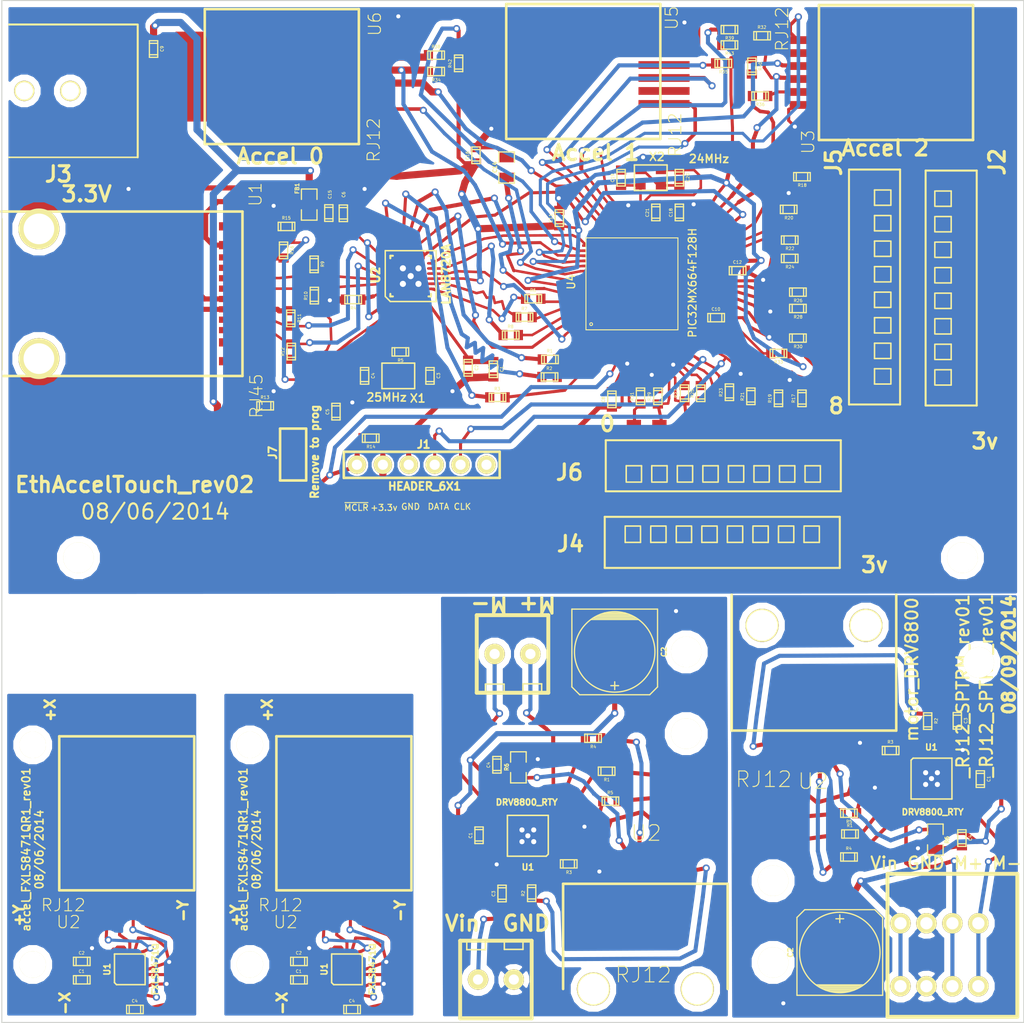
<source format=kicad_pcb>
(kicad_pcb (version 3) (host pcbnew "(2013-08-24 BZR 4298)-stable")
  (layers (15 F.Cu signal) (0 B.Cu signal) (18 B.Paste user) (19 F.Paste user) (20 B.SilkS user) (21 F.SilkS user) (22 B.Mask user) (23 F.Mask user) (28 Edge.Cuts user))
  (net 0 "")
  (net 1 +3.3v)
  (net 2 ACCEL1_VDD)
  (net 3 ACCEL2_VDD)
  (net 4 ACCEL3_VDD)
  (net 5 AVDD)
  (net 6 CS)
  (net 7 ECRSDV)
  (net 8 EMDC)
  (net 9 EMDIO)
  (net 10 EREFCLK)
  (net 11 ERXD0)
  (net 12 ERXD1)
  (net 13 ERXERR)
  (net 14 ETXD0)
  (net 15 ETXD1)
  (net 16 ETXEN)
  (net 17 GND)
  (net 18 GreenLED)
  (net 19 ICSPCLK_RB1)
  (net 20 ICSPDAT_RB0)
  (net 21 INT0)
  (net 22 INT1)
  (net 23 INT2)
  (net 24 INT4)
  (net 25 MODE)
  (net 26 Motor1OutA)
  (net 27 Motor1OutB)
  (net 28 N-000001)
  (net 29 N-0000011)
  (net 30 N-0000013)
  (net 31 N-0000014)
  (net 32 N-0000015)
  (net 33 N-0000017)
  (net 34 N-0000019)
  (net 35 N-000002)
  (net 36 N-0000020)
  (net 37 N-0000021)
  (net 38 N-0000022)
  (net 39 N-0000023)
  (net 40 N-000003)
  (net 41 N-0000031)
  (net 42 N-0000032)
  (net 43 N-0000035)
  (net 44 N-0000040)
  (net 45 N-0000044)
  (net 46 N-0000057)
  (net 47 N-000006)
  (net 48 N-0000067)
  (net 49 N-0000068)
  (net 50 N-0000069)
  (net 51 N-0000071)
  (net 52 N-0000072)
  (net 53 N-0000073)
  (net 54 N-0000076)
  (net 55 N-000008)
  (net 56 N-0000083)
  (net 57 N-0000085)
  (net 58 N-0000088)
  (net 59 PHASE)
  (net 60 PWM)
  (net 61 RB10)
  (net 62 RB11)
  (net 63 RB12)
  (net 64 RB13)
  (net 65 RB14)
  (net 66 RB2)
  (net 67 RB3)
  (net 68 RB4)
  (net 69 RB5)
  (net 70 RB6)
  (net 71 RB7)
  (net 72 RB8)
  (net 73 RB9)
  (net 74 RXN)
  (net 75 RXP)
  (net 76 SCL)
  (net 77 SCL1)
  (net 78 SCL3)
  (net 79 SCL5)
  (net 80 SDA)
  (net 81 SDA1)
  (net 82 SDA3)
  (net 83 SDA5)
  (net 84 TXN)
  (net 85 TXP)
  (net 86 VDD)
  (net 87 Vdd)
  (net 88 Vin)
  (net 89 YellowLED)
  (net 90 nRST)
  (net 91 ~MCLR~)
  (module TED_RJ12_955016669 (layer F.Cu) (at 166.475 123.625 180)
    (fp_text reference U2 (at 0.08 -15.26 180) (layer F.SilkS) (effects (font (thickness 0.09906))))
    (fp_text value RJ12 (at 4.925 -15.075 180) (layer F.SilkS) (effects (font (thickness 0.09906))))
    (pad 1 smd rect (at -3.175 -10.225 180) (size 0.76 6.35) (layers F.Cu F.Paste F.Mask) (net 17 GND) (clearance 0.2))
    (pad 3 smd rect (at -0.635 -10.225 180) (size 0.76 6.35) (layers F.Cu F.Paste F.Mask) (net 32 N-0000015) (clearance 0.2))
    (pad 5 smd rect (at 1.905 -10.225 180) (size 0.76 6.35) (layers F.Cu F.Paste F.Mask) (net 34 N-0000019) (clearance 0.2))
    (pad 4 smd rect (at 0.635 -10.225 180) (size 0.76 6.35) (layers F.Cu F.Paste F.Mask) (net 33 N-0000017) (clearance 0.2))
    (pad 6 smd rect (at 3.175 -10.225 180) (size 0.76 6.35) (layers F.Cu F.Paste F.Mask) (net 86 VDD) (clearance 0.2))
    (pad "" np_thru_hole circle (at 5.08 0 180) (size 3.25 3.25) (drill 3) (layers *.Cu *.Mask F.SilkS) (clearance 0.3))
    (pad "" np_thru_hole circle (at -5.08 0 180) (size 3.25 3.25) (drill 3) (layers *.Cu *.Mask F.SilkS) (clearance 0.3))
    (pad 2 smd rect (at -1.905 -10.225 180) (size 0.76 6.35) (layers F.Cu F.Paste F.Mask) (net 6 CS) (clearance 0.2))
  )
  (module TED_SM0603 (layer F.Cu) (at 116.075 158.325)
    (fp_text reference C1 (at -0.02 -0.83) (layer F.SilkS) (effects (font (size 0.3 0.3) (thickness 0.05))))
    (fp_text value 1uF hide)
    (pad 2 smd rect (at 0.75184 0) (size 0.89916 1.00076) (layers F.Cu F.Paste F.Mask) (net 17 GND) (clearance 0.1))
    (pad 1 smd rect (at -0.75184 0) (size 0.89916 1.00076) (layers F.Cu F.Paste F.Mask) (net 87 Vdd) (clearance 0.1))
  )
  (module TED_SM0603 (layer F.Cu) (at 116.075 156.525)
    (fp_text reference C2 (at -0.02 -0.83) (layer F.SilkS) (effects (font (size 0.3 0.3) (thickness 0.05))))
    (fp_text value .1uF hide)
    (pad 2 smd rect (at 0.75184 0) (size 0.89916 1.00076) (layers F.Cu F.Paste F.Mask) (net 17 GND) (clearance 0.1))
    (pad 1 smd rect (at -0.75184 0) (size 0.89916 1.00076) (layers F.Cu F.Paste F.Mask) (net 87 Vdd) (clearance 0.1))
  )
  (module TED_SM0603 (layer F.Cu) (at 121.275 161.225)
    (fp_text reference C4 (at -0.02 -0.83) (layer F.SilkS) (effects (font (size 0.3 0.3) (thickness 0.05))))
    (fp_text value .1uF hide)
    (pad 2 smd rect (at 0.75184 0) (size 0.89916 1.00076) (layers F.Cu F.Paste F.Mask) (net 17 GND) (clearance 0.1))
    (pad 1 smd rect (at -0.75184 0) (size 0.89916 1.00076) (layers F.Cu F.Paste F.Mask) (net 29 N-0000011) (clearance 0.1))
  )
  (module TED_RJ12_855135002 (layer F.Cu) (at 120.475 142.025)
    (fp_text reference U2 (at -5.7 10.65) (layer F.SilkS) (effects (font (size 1.2 1.2) (thickness 0.09906))))
    (fp_text value RJ12 (at -6.21 8.99) (layer F.SilkS) (effects (font (size 1.2 1.2) (thickness 0.09906))))
    (pad 6 smd rect (at -3.175 7.9) (size 0.76 5) (layers F.Cu F.Paste F.Mask) (net 87 Vdd) (clearance 0.2))
    (pad 4 smd rect (at -0.635 7.9) (size 0.76 5) (layers F.Cu F.Paste F.Mask) (net 22 INT1) (clearance 0.2))
    (pad 2 smd rect (at 1.905 7.9) (size 0.76 5) (layers F.Cu F.Paste F.Mask) (net 80 SDA) (clearance 0.2))
    (pad 3 smd rect (at 0.635 7.9) (size 0.76 5) (layers F.Cu F.Paste F.Mask) (net 76 SCL) (clearance 0.2))
    (pad 1 smd rect (at 3.175 7.9) (size 0.76 5) (layers F.Cu F.Paste F.Mask) (net 17 GND) (clearance 0.2))
    (pad 5 smd rect (at -1.905 7.9) (size 0.76 5) (layers F.Cu F.Paste F.Mask) (net 23 INT2) (clearance 0.2))
    (pad PAD smd rect (at 0 -8.15) (size 8.8 4.5) (layers F.Cu F.Paste F.Mask))
  )
  (module TED_Hole_2_6mm (layer F.Cu) (at 111.275 156.825 90)
    (fp_text reference H1 hide)
    (fp_text value HOLE hide)
    (pad "" np_thru_hole circle (at 0 0 90) (size 2.6 2.6) (drill 2.6) (layers *.Cu *.Mask F.SilkS))
  )
  (module TED_Hole_2_6mm (layer F.Cu) (at 111.275 135.325 90)
    (fp_text reference H2 hide)
    (fp_text value HOLE hide)
    (pad "" np_thru_hole circle (at 0 0 90) (size 2.6 2.6) (drill 2.6) (layers *.Cu *.Mask F.SilkS))
  )
  (module TED_QFN16_3x5 (layer F.Cu) (at 120.775 157.3 90)
    (fp_text reference U1 (at 0 -2.22 90) (layer F.SilkS) (effects (font (size 0.6 0.6))))
    (fp_text value FXLS8471Q (at 0 2.49 90) (layer F.SilkS) (effects (font (size 0.6 0.6))))
    (pad 2 smd rect (at -1.275 -0.5 90) (size 0.8 0.3) (layers F.Cu F.Paste F.Mask) (net 29 N-0000011))
    (pad 1 smd rect (at -1.275 -1 90) (size 0.8 0.3) (layers F.Cu F.Paste F.Mask) (net 87 Vdd))
    (pad 13 smd rect (at 1.275 -1 90) (size 0.8 0.3) (layers F.Cu F.Paste F.Mask) (net 17 GND))
    (pad 3 smd rect (at -1.275 -0.005 90) (size 0.8 0.3) (layers F.Cu F.Paste F.Mask) (net 17 GND))
    (pad 4 smd rect (at -1.275 0.5 90) (size 0.8 0.3) (layers F.Cu F.Paste F.Mask) (net 76 SCL))
    (pad 5 smd rect (at -1.275 1 90) (size 0.8 0.3) (layers F.Cu F.Paste F.Mask) (net 17 GND))
    (pad 6 smd rect (at -0.5 1.275 90) (size 0.3 0.8) (layers F.Cu F.Paste F.Mask) (net 80 SDA))
    (pad 7 smd rect (at -0.035 1.275 90) (size 0.3 0.8) (layers F.Cu F.Paste F.Mask) (net 17 GND))
    (pad 8 smd rect (at 0.5 1.275 90) (size 0.3 0.8) (layers F.Cu F.Paste F.Mask))
    (pad 9 smd rect (at 1.275 1 90) (size 0.8 0.3) (layers F.Cu F.Paste F.Mask) (net 23 INT2))
    (pad 10 smd rect (at 1.275 0.5 90) (size 0.8 0.3) (layers F.Cu F.Paste F.Mask) (net 17 GND))
    (pad 11 smd rect (at 1.275 -0.005 90) (size 0.8 0.3) (layers F.Cu F.Paste F.Mask) (net 22 INT1))
    (pad 12 smd rect (at 1.275 -0.5 90) (size 0.8 0.3) (layers F.Cu F.Paste F.Mask) (net 17 GND))
    (pad 14 smd rect (at 0.5 -1.275 90) (size 0.3 0.8) (layers F.Cu F.Paste F.Mask) (net 87 Vdd))
    (pad 15 smd rect (at -0.015 -1.275 90) (size 0.3 0.8) (layers F.Cu F.Paste F.Mask))
    (pad 16 smd rect (at -0.5 -1.275 90) (size 0.3 0.8) (layers F.Cu F.Paste F.Mask))
  )
  (module TED_TERMINAL_3.5MM_2PIN (layer F.Cu) (at 136.975 126.425 180)
    (fp_text reference J2 hide)
    (fp_text value TERMINAL_2X1 hide)
    (pad 1 thru_hole circle (at -1.75006 0 180) (size 2 2) (drill 1) (layers *.Mask B.Cu F.SilkS) (net 26 Motor1OutA))
    (pad 2 thru_hole circle (at 1.75006 0 180) (size 2 2) (drill 1) (layers *.Mask B.Cu F.SilkS) (net 27 Motor1OutB))
  )
  (module TED_TERMINAL_3.5MM_2PIN (layer F.Cu) (at 135.35 158.3)
    (fp_text reference J1 hide)
    (fp_text value TERMINAL_2X1 hide)
    (pad 1 thru_hole circle (at -1.75006 0) (size 2 2) (drill 1) (layers *.Mask B.Cu F.SilkS) (net 88 Vin))
    (pad 2 thru_hole circle (at 1.75006 0) (size 2 2) (drill 1) (layers *.Mask B.Cu F.SilkS) (net 17 GND))
  )
  (module TED_SM0603 (layer F.Cu) (at 142.475 146.975 180)
    (fp_text reference R3 (at -0.02 -0.83 180) (layer F.SilkS) (effects (font (size 0.3 0.3) (thickness 0.05))))
    (fp_text value 1k hide)
    (pad 2 smd rect (at 0.75184 0 180) (size 0.89916 1.00076) (layers F.Cu F.Paste F.Mask) (net 25 MODE) (clearance 0.1))
    (pad 1 smd rect (at -0.75184 0 180) (size 0.89916 1.00076) (layers F.Cu F.Paste F.Mask) (net 33 N-0000017) (clearance 0.1))
  )
  (module TED_SM0603 (layer F.Cu) (at 146.555 140.835)
    (fp_text reference R5 (at -0.02 -0.83) (layer F.SilkS) (effects (font (size 0.3 0.3) (thickness 0.05))))
    (fp_text value 1k hide)
    (pad 2 smd rect (at 0.75184 0) (size 0.89916 1.00076) (layers F.Cu F.Paste F.Mask) (net 30 N-0000013) (clearance 0.1))
    (pad 1 smd rect (at -0.75184 0) (size 0.89916 1.00076) (layers F.Cu F.Paste F.Mask) (net 59 PHASE) (clearance 0.1))
  )
  (module TED_SM0603 (layer F.Cu) (at 144.855 134.675 180)
    (fp_text reference R4 (at -0.02 -0.83 180) (layer F.SilkS) (effects (font (size 0.3 0.3) (thickness 0.05))))
    (fp_text value 1k hide)
    (pad 2 smd rect (at 0.75184 0 180) (size 0.89916 1.00076) (layers F.Cu F.Paste F.Mask) (net 60 PWM) (clearance 0.1))
    (pad 1 smd rect (at -0.75184 0 180) (size 0.89916 1.00076) (layers F.Cu F.Paste F.Mask) (net 31 N-0000014) (clearance 0.1))
  )
  (module TED_SM0603 (layer F.Cu) (at 133.7 144.175 90)
    (fp_text reference C1 (at -0.02 -0.83 90) (layer F.SilkS) (effects (font (size 0.3 0.3) (thickness 0.05))))
    (fp_text value ".1uF (50v)" hide)
    (pad 2 smd rect (at 0.75184 0 90) (size 0.89916 1.00076) (layers F.Cu F.Paste F.Mask) (net 40 N-000003) (clearance 0.1))
    (pad 1 smd rect (at -0.75184 0 90) (size 0.89916 1.00076) (layers F.Cu F.Paste F.Mask) (net 35 N-000002) (clearance 0.1))
  )
  (module TED_SM0603 (layer F.Cu) (at 146.185 137.905 180)
    (fp_text reference R1 (at -0.02 -0.83 180) (layer F.SilkS) (effects (font (size 0.3 0.3) (thickness 0.05))))
    (fp_text value 3.3k hide)
    (pad 2 smd rect (at 0.75184 0 180) (size 0.89916 1.00076) (layers F.Cu F.Paste F.Mask) (net 55 N-000008) (clearance 0.1))
    (pad 1 smd rect (at -0.75184 0 180) (size 0.89916 1.00076) (layers F.Cu F.Paste F.Mask) (net 86 VDD) (clearance 0.1))
  )
  (module TED_SM0603 (layer F.Cu) (at 138.85 149.85 90)
    (fp_text reference R2 (at -0.02 -0.83 90) (layer F.SilkS) (effects (font (size 0.3 0.3) (thickness 0.05))))
    (fp_text value 3.3k hide)
    (pad 2 smd rect (at 0.75184 0 90) (size 0.89916 1.00076) (layers F.Cu F.Paste F.Mask) (net 47 N-000006) (clearance 0.1))
    (pad 1 smd rect (at -0.75184 0 90) (size 0.89916 1.00076) (layers F.Cu F.Paste F.Mask) (net 86 VDD) (clearance 0.1))
  )
  (module TED_SM0603 (layer F.Cu) (at 135.95 149.875 90)
    (fp_text reference C3 (at -0.02 -0.83 90) (layer F.SilkS) (effects (font (size 0.3 0.3) (thickness 0.05))))
    (fp_text value ".1uF (50v)" hide)
    (pad 2 smd rect (at 0.75184 0 90) (size 0.89916 1.00076) (layers F.Cu F.Paste F.Mask) (net 36 N-0000020) (clearance 0.1))
    (pad 1 smd rect (at -0.75184 0 90) (size 0.89916 1.00076) (layers F.Cu F.Paste F.Mask) (net 88 Vin) (clearance 0.1))
  )
  (module TED_SM0603 (layer F.Cu) (at 135.45 137.275 90)
    (fp_text reference C4 (at -0.02 -0.83 90) (layer F.SilkS) (effects (font (size 0.3 0.3) (thickness 0.05))))
    (fp_text value ".1uF 50v" hide)
    (pad 2 smd rect (at 0.75184 0 90) (size 0.89916 1.00076) (layers F.Cu F.Paste F.Mask) (net 17 GND) (clearance 0.1))
    (pad 1 smd rect (at -0.75184 0 90) (size 0.89916 1.00076) (layers F.Cu F.Paste F.Mask) (net 88 Vin) (clearance 0.1))
  )
  (module TED_SM0805 (layer F.Cu) (at 137.55 137.525 90)
    (fp_text reference R6 (at 0.0254 -1.14808 90) (layer F.SilkS) (effects (font (size 0.381 0.381) (thickness 0.09398))))
    (fp_text value 10m hide)
    (pad 1 smd rect (at -0.9525 0 90) (size 0.889 1.397) (layers F.Cu F.Paste F.Mask) (net 6 CS))
    (pad 2 smd rect (at 0.9525 0 90) (size 0.889 1.397) (layers F.Cu F.Paste F.Mask) (net 17 GND))
  )
  (module TED_c_elec_8x10 (layer F.Cu) (at 146.975 126.225 270)
    (fp_text reference C2 (at 0 -4.826 270) (layer F.SilkS) (effects (font (size 0.50038 0.50038) (thickness 0.11938))))
    (fp_text value "100uF 50v" hide)
    (pad 1 smd rect (at 3.2512 0 270) (size 3.50012 2.4003) (layers F.Cu F.Paste F.Mask) (net 88 Vin))
    (pad 2 smd rect (at -3.2512 0 270) (size 3.50012 2.4003) (layers F.Cu F.Paste F.Mask) (net 17 GND))
  )
  (module TED_Hole_3mm (layer F.Cu) (at 153.975 134.225 270)
    (fp_text reference H2 hide)
    (fp_text value HOLE hide)
    (pad "" np_thru_hole circle (at 0 0 270) (size 3 3) (drill 3) (layers *.Cu *.Mask F.SilkS))
  )
  (module TED_Hole_3mm (layer F.Cu) (at 153.975 126.225 270)
    (fp_text reference H1 hide)
    (fp_text value HOLE hide)
    (pad "" np_thru_hole circle (at 0 0 270) (size 3 3) (drill 3) (layers *.Cu *.Mask F.SilkS))
  )
  (module TED_RJ12_955016669 (layer F.Cu) (at 149.975 159.225)
    (fp_text reference U2 (at 0.08 -15.26) (layer F.SilkS) (effects (font (thickness 0.09906))))
    (fp_text value RJ12 (at -0.2 -1.4) (layer F.SilkS) (effects (font (thickness 0.09906))))
    (pad 1 smd rect (at -3.175 -10.225) (size 0.76 6.35) (layers F.Cu F.Paste F.Mask) (net 17 GND) (clearance 0.2))
    (pad 3 smd rect (at -0.635 -10.225) (size 0.76 6.35) (layers F.Cu F.Paste F.Mask) (net 31 N-0000014) (clearance 0.2))
    (pad 5 smd rect (at 1.905 -10.225) (size 0.76 6.35) (layers F.Cu F.Paste F.Mask) (net 30 N-0000013) (clearance 0.2))
    (pad 4 smd rect (at 0.635 -10.225) (size 0.76 6.35) (layers F.Cu F.Paste F.Mask) (net 33 N-0000017) (clearance 0.2))
    (pad 6 smd rect (at 3.175 -10.225) (size 0.76 6.35) (layers F.Cu F.Paste F.Mask) (net 86 VDD) (clearance 0.2))
    (pad "" np_thru_hole circle (at 5.08 0) (size 3.25 3.25) (drill 3) (layers *.Cu *.Mask F.SilkS) (clearance 0.3))
    (pad "" np_thru_hole circle (at -5.08 0) (size 3.25 3.25) (drill 3) (layers *.Cu *.Mask F.SilkS) (clearance 0.3))
    (pad 2 smd rect (at -1.905 -10.225) (size 0.76 6.35) (layers F.Cu F.Paste F.Mask) (net 6 CS) (clearance 0.2))
  )
  (module TED_DC_2.1mm_SMT (layer F.Cu) (at 92.7 71.3 180)
    (fp_text reference J3 (at 0.15748 -8.15848 180) (layer F.SilkS) (effects (font (thickness 0.3048))))
    (fp_text value DC_2.1MM hide)
    (pad "" np_thru_hole circle (at -1.00076 0 180) (size 1.99898 1.99898) (drill 1.69926) (layers *.Cu *.Mask F.SilkS))
    (pad 1 smd rect (at 3.50012 5.4102 180) (size 1.99898 1.99898) (layers F.Cu F.Paste F.Mask) (net 1 +3.3v))
    (pad 1 smd rect (at -2.60096 5.4102 180) (size 1.99898 1.99898) (layers F.Cu F.Paste F.Mask) (net 1 +3.3v))
    (pad 2 smd rect (at 3.50012 -5.41528 180) (size 1.99898 1.99898) (layers F.Cu F.Paste F.Mask) (net 17 GND))
    (pad 3 smd rect (at -2.60096 -5.41528 180) (size 1.99898 1.99898) (layers F.Cu F.Paste F.Mask))
    (pad "" np_thru_hole circle (at 3.50012 0 180) (size 1.99898 1.99898) (drill 1.69926) (layers *.Cu *.Mask F.SilkS))
  )
  (module TED_RJ45_12pin_SMD (layer F.Cu) (at 97.85 91.16 270)
    (fp_text reference U1 (at -9.73 -13.97 270) (layer F.SilkS) (effects (font (size 1.2 1.2) (thickness 0.09906))))
    (fp_text value RJ45 (at 10.01 -14.06 270) (layer F.SilkS) (effects (font (size 1.2 1.2) (thickness 0.09906))))
    (pad 12 smd rect (at -6.6 -12.7 270) (size 0.81 4.6) (layers F.Cu F.Paste F.Mask) (net 18 GreenLED) (clearance 0.2))
    (pad 11 smd rect (at -4.76 -12.7 270) (size 0.81 4.6) (layers F.Cu F.Paste F.Mask) (net 17 GND) (clearance 0.2))
    (pad 10 smd rect (at -3.56 -12.7 270) (size 0.61 4.6) (layers F.Cu F.Paste F.Mask) (net 17 GND) (clearance 0.2))
    (pad 9 smd rect (at -2.54 -12.7 270) (size 0.61 4.6) (layers F.Cu F.Paste F.Mask) (clearance 0.2))
    (pad 7 smd rect (at -0.5 -12.7 270) (size 0.61 4.6) (layers F.Cu F.Paste F.Mask) (net 75 RXP) (clearance 0.2))
    (pad 3 smd rect (at 3.56 -12.7 270) (size 0.61 4.6) (layers F.Cu F.Paste F.Mask) (net 85 TXP) (clearance 0.2))
    (pad 5 smd rect (at 1.52 -12.7 270) (size 0.61 4.6) (layers F.Cu F.Paste F.Mask) (net 5 AVDD) (clearance 0.2))
    (pad 1 smd rect (at 6.6 -12.7 270) (size 0.81 4.6) (layers F.Cu F.Paste F.Mask) (net 89 YellowLED) (clearance 0.2))
    (pad 2 smd rect (at 4.76 -12.7 270) (size 0.81 4.6) (layers F.Cu F.Paste F.Mask) (net 17 GND) (clearance 0.2))
    (pad 6 smd rect (at 0.51 -12.7 270) (size 0.61 4.6) (layers F.Cu F.Paste F.Mask) (net 5 AVDD) (clearance 0.2))
    (pad 4 smd rect (at 2.54 -12.7 270) (size 0.61 4.6) (layers F.Cu F.Paste F.Mask) (net 84 TXN) (clearance 0.2))
    (pad "" np_thru_hole circle (at 6.35 7.22 270) (size 4 4) (drill 3) (layers *.Cu *.Mask F.SilkS) (clearance 0.3))
    (pad "" np_thru_hole circle (at -6.35 7.22 270) (size 4 4) (drill 3) (layers *.Cu *.Mask F.SilkS) (clearance 0.3))
    (pad 8 smd rect (at -1.52 -12.7 270) (size 0.61 4.6) (layers F.Cu F.Paste F.Mask) (net 74 RXN) (clearance 0.2))
    (pad "" connect rect (at -9.3 7.22 270) (size 2.5 3.9) (layers F.Cu F.Mask))
    (pad "" connect rect (at 9.3 7.22 270) (size 2.5 3.9) (layers F.Cu F.Mask))
  )
  (module TED_SM0603 (layer F.Cu) (at 163 97 180)
    (fp_text reference R33 (at -0.02 -0.83 180) (layer F.SilkS) (effects (font (size 0.3 0.3) (thickness 0.05))))
    (fp_text value 10 hide)
    (pad 2 smd rect (at 0.75184 0 180) (size 0.89916 1.00076) (layers F.Cu F.Paste F.Mask) (net 46 N-0000057) (clearance 0.1))
    (pad 1 smd rect (at -0.75184 0 180) (size 0.89916 1.00076) (layers F.Cu F.Paste F.Mask) (net 1 +3.3v) (clearance 0.1))
  )
  (module TED_crystal_TSX3225 (layer F.Cu) (at 150.5 79.8)
    (fp_text reference X2 (at 0.6 -2.05) (layer F.SilkS) (effects (font (size 0.8 0.8))))
    (fp_text value 24MHz (at 5.7 -1.85) (layer F.SilkS) (effects (font (size 0.8 0.8))))
    (pad 1 smd rect (at -1 0.75) (size 1 0.8) (layers F.Cu F.Paste F.Mask) (net 36 N-0000020))
    (pad 2 smd rect (at 1 0.75) (size 1 0.8) (layers F.Cu F.Paste F.Mask) (net 17 GND))
    (pad 4 smd rect (at -1 -0.75) (size 1 0.8) (layers F.Cu F.Paste F.Mask) (net 17 GND))
    (pad 3 smd rect (at 1 -0.75) (size 1 0.8) (layers F.Cu F.Paste F.Mask) (net 43 N-0000035))
  )
  (module TED_crystal_TSX3225 (layer F.Cu) (at 125.8 99.2 180)
    (fp_text reference X1 (at -1.9 -2.2 180) (layer F.SilkS) (effects (font (size 0.8 0.8))))
    (fp_text value 25MHz (at 1.15 -2.1 180) (layer F.SilkS) (effects (font (size 0.8 0.8))))
    (pad 1 smd rect (at -1 0.75 180) (size 1 0.8) (layers F.Cu F.Paste F.Mask) (net 45 N-0000044))
    (pad 2 smd rect (at 1 0.75 180) (size 1 0.8) (layers F.Cu F.Paste F.Mask) (net 17 GND))
    (pad 4 smd rect (at -1 -0.75 180) (size 1 0.8) (layers F.Cu F.Paste F.Mask) (net 17 GND))
    (pad 3 smd rect (at 1 -0.75 180) (size 1 0.8) (layers F.Cu F.Paste F.Mask) (net 51 N-0000071))
  )
  (module TED_RJ12_855135002 (layer F.Cu) (at 114.4 69.9 90)
    (fp_text reference U6 (at 5.15 9.1 90) (layer F.SilkS) (effects (font (size 1.2 1.2) (thickness 0.09906))))
    (fp_text value RJ12 (at -6.21 8.99 90) (layer F.SilkS) (effects (font (size 1.2 1.2) (thickness 0.09906))))
    (pad 6 smd rect (at -3.175 7.9 90) (size 0.76 5) (layers F.Cu F.Paste F.Mask) (net 2 ACCEL1_VDD) (clearance 0.2))
    (pad 4 smd rect (at -0.635 7.9 90) (size 0.76 5) (layers F.Cu F.Paste F.Mask) (net 21 INT0) (clearance 0.2))
    (pad 2 smd rect (at 1.905 7.9 90) (size 0.76 5) (layers F.Cu F.Paste F.Mask) (net 57 N-0000085) (clearance 0.2))
    (pad 3 smd rect (at 0.635 7.9 90) (size 0.76 5) (layers F.Cu F.Paste F.Mask) (net 78 SCL3) (clearance 0.2))
    (pad 1 smd rect (at 3.175 7.9 90) (size 0.76 5) (layers F.Cu F.Paste F.Mask) (net 17 GND) (clearance 0.2))
    (pad 5 smd rect (at -1.905 7.9 90) (size 0.76 5) (layers F.Cu F.Paste F.Mask) (clearance 0.2))
    (pad PAD smd rect (at 0 -8.15 90) (size 8.8 4.5) (layers F.Cu F.Paste F.Mask))
  )
  (module TED_RJ12_855135002 (layer F.Cu) (at 143.9 69.4 90)
    (fp_text reference U5 (at 5.25 8.65 90) (layer F.SilkS) (effects (font (size 1.2 1.2) (thickness 0.09906))))
    (fp_text value RJ12 (at -6.21 8.99 90) (layer F.SilkS) (effects (font (size 1.2 1.2) (thickness 0.09906))))
    (pad 6 smd rect (at -3.175 7.9 90) (size 0.76 5) (layers F.Cu F.Paste F.Mask) (net 3 ACCEL2_VDD) (clearance 0.2))
    (pad 4 smd rect (at -0.635 7.9 90) (size 0.76 5) (layers F.Cu F.Paste F.Mask) (net 24 INT4) (clearance 0.2))
    (pad 2 smd rect (at 1.905 7.9 90) (size 0.76 5) (layers F.Cu F.Paste F.Mask) (net 56 N-0000083) (clearance 0.2))
    (pad 3 smd rect (at 0.635 7.9 90) (size 0.76 5) (layers F.Cu F.Paste F.Mask) (net 77 SCL1) (clearance 0.2))
    (pad 1 smd rect (at 3.175 7.9 90) (size 0.76 5) (layers F.Cu F.Paste F.Mask) (net 17 GND) (clearance 0.2))
    (pad 5 smd rect (at -1.905 7.9 90) (size 0.76 5) (layers F.Cu F.Paste F.Mask) (clearance 0.2))
    (pad PAD smd rect (at 0 -8.15 90) (size 8.8 4.5) (layers F.Cu F.Paste F.Mask))
  )
  (module TED_RJ12_855135002 (layer F.Cu) (at 174.5 69.5 270)
    (fp_text reference U3 (at 6.8 8.6 270) (layer F.SilkS) (effects (font (size 1.2 1.2) (thickness 0.09906))))
    (fp_text value RJ12 (at -4.25 11.15 270) (layer F.SilkS) (effects (font (size 1.2 1.2) (thickness 0.09906))))
    (pad 6 smd rect (at -3.175 7.9 270) (size 0.76 5) (layers F.Cu F.Paste F.Mask) (net 4 ACCEL3_VDD) (clearance 0.2))
    (pad 4 smd rect (at -0.635 7.9 270) (size 0.76 5) (layers F.Cu F.Paste F.Mask) (net 22 INT1) (clearance 0.2))
    (pad 2 smd rect (at 1.905 7.9 270) (size 0.76 5) (layers F.Cu F.Paste F.Mask) (net 58 N-0000088) (clearance 0.2))
    (pad 3 smd rect (at 0.635 7.9 270) (size 0.76 5) (layers F.Cu F.Paste F.Mask) (net 79 SCL5) (clearance 0.2))
    (pad 1 smd rect (at 3.175 7.9 270) (size 0.76 5) (layers F.Cu F.Paste F.Mask) (net 17 GND) (clearance 0.2))
    (pad 5 smd rect (at -1.905 7.9 270) (size 0.76 5) (layers F.Cu F.Paste F.Mask) (clearance 0.2))
    (pad PAD smd rect (at 0 -8.15 270) (size 8.8 4.5) (layers F.Cu F.Paste F.Mask))
  )
  (module TED_JUMPER_2x1_SMD (layer F.Cu) (at 115.5 106.9 90)
    (fp_text reference J7 (at 0.1778 -1.98628 90) (layer F.SilkS) (effects (font (size 0.762 0.762) (thickness 0.1905))))
    (fp_text value "Remove to prog" (at 0.26924 2.11328 90) (layer F.SilkS) (effects (font (size 0.762 0.762) (thickness 0.1905))))
    (pad 2 smd rect (at 1.27 1.27 90) (size 0.9906 2.54) (layers F.Cu F.Paste F.Mask) (net 44 N-0000040) (clearance 0.508))
    (pad 1 smd rect (at -1.27 -1.27 90) (size 0.9906 2.54) (layers F.Cu F.Paste F.Mask) (net 91 ~MCLR~) (clearance 0.508))
  )
  (module TED_Terminal_8x1_1814760 (layer F.Cu) (at 157.6 108)
    (fp_text reference J6 (at -15.05 0.65) (layer F.SilkS) (effects (font (thickness 0.3048))))
    (fp_text value TERMINAL_8X1 hide)
    (pad 8 smd rect (at 8.75 -2.8) (size 1.4 3.4) (layers F.Cu F.Paste F.Mask) (net 71 RB7))
    (pad 7 smd rect (at 6.25 -2.8) (size 1.4 3.4) (layers F.Cu F.Paste F.Mask) (net 70 RB6))
    (pad 6 smd rect (at 3.75 -2.8) (size 1.4 3.4) (layers F.Cu F.Paste F.Mask) (net 20 ICSPDAT_RB0))
    (pad 1 smd rect (at -8.75 -2.8) (size 1.4 3.4) (layers F.Cu F.Paste F.Mask) (net 69 RB5))
    (pad 3 smd rect (at -3.75 -2.8) (size 1.4 3.4) (layers F.Cu F.Paste F.Mask) (net 67 RB3))
    (pad 2 smd rect (at -6.25 -2.8) (size 1.4 3.4) (layers F.Cu F.Paste F.Mask) (net 68 RB4))
    (pad PAD smd rect (at 11.7 0.35) (size 2.3 5.6) (layers F.Cu F.Paste F.Mask))
    (pad 4 smd rect (at -1.25 -2.8) (size 1.4 3.4) (layers F.Cu F.Paste F.Mask) (net 66 RB2))
    (pad 5 smd rect (at 1.25 -2.8) (size 1.4 3.4) (layers F.Cu F.Paste F.Mask) (net 19 ICSPCLK_RB1))
    (pad PAD smd rect (at -11.7 0.35) (size 2.3 5.6) (layers F.Cu F.Paste F.Mask))
  )
  (module TED_Terminal_8x1_1814760 (layer F.Cu) (at 172.4 90.5 90)
    (fp_text reference J5 (at 12.2 -4 90) (layer F.SilkS) (effects (font (thickness 0.3048))))
    (fp_text value TERMINAL_8X1 hide)
    (pad 8 smd rect (at 8.75 -2.8 90) (size 1.4 3.4) (layers F.Cu F.Paste F.Mask))
    (pad 7 smd rect (at 6.25 -2.8 90) (size 1.4 3.4) (layers F.Cu F.Paste F.Mask) (net 65 RB14))
    (pad 6 smd rect (at 3.75 -2.8 90) (size 1.4 3.4) (layers F.Cu F.Paste F.Mask) (net 64 RB13))
    (pad 1 smd rect (at -8.75 -2.8 90) (size 1.4 3.4) (layers F.Cu F.Paste F.Mask) (net 72 RB8))
    (pad 3 smd rect (at -3.75 -2.8 90) (size 1.4 3.4) (layers F.Cu F.Paste F.Mask) (net 61 RB10))
    (pad 2 smd rect (at -6.25 -2.8 90) (size 1.4 3.4) (layers F.Cu F.Paste F.Mask) (net 73 RB9))
    (pad PAD smd rect (at 11.7 0.35 90) (size 2.3 5.6) (layers F.Cu F.Paste F.Mask))
    (pad 4 smd rect (at -1.25 -2.8 90) (size 1.4 3.4) (layers F.Cu F.Paste F.Mask) (net 62 RB11))
    (pad 5 smd rect (at 1.25 -2.8 90) (size 1.4 3.4) (layers F.Cu F.Paste F.Mask) (net 63 RB12))
    (pad PAD smd rect (at -11.7 0.35 90) (size 2.3 5.6) (layers F.Cu F.Paste F.Mask))
  )
  (module TED_Terminal_8x1_1814760 (layer F.Cu) (at 157.5 115.5 180)
    (fp_text reference J4 (at 14.85 -0.15 180) (layer F.SilkS) (effects (font (thickness 0.3048))))
    (fp_text value TERMINAL_8X1 hide)
    (pad 8 smd rect (at 8.75 -2.8 180) (size 1.4 3.4) (layers F.Cu F.Paste F.Mask) (net 1 +3.3v))
    (pad 7 smd rect (at 6.25 -2.8 180) (size 1.4 3.4) (layers F.Cu F.Paste F.Mask) (net 1 +3.3v))
    (pad 6 smd rect (at 3.75 -2.8 180) (size 1.4 3.4) (layers F.Cu F.Paste F.Mask) (net 1 +3.3v))
    (pad 1 smd rect (at -8.75 -2.8 180) (size 1.4 3.4) (layers F.Cu F.Paste F.Mask) (net 1 +3.3v))
    (pad 3 smd rect (at -3.75 -2.8 180) (size 1.4 3.4) (layers F.Cu F.Paste F.Mask) (net 1 +3.3v))
    (pad 2 smd rect (at -6.25 -2.8 180) (size 1.4 3.4) (layers F.Cu F.Paste F.Mask) (net 1 +3.3v))
    (pad PAD smd rect (at 11.7 0.35 180) (size 2.3 5.6) (layers F.Cu F.Paste F.Mask))
    (pad 4 smd rect (at -1.25 -2.8 180) (size 1.4 3.4) (layers F.Cu F.Paste F.Mask) (net 1 +3.3v))
    (pad 5 smd rect (at 1.25 -2.8 180) (size 1.4 3.4) (layers F.Cu F.Paste F.Mask) (net 1 +3.3v))
    (pad PAD smd rect (at -11.7 0.35 180) (size 2.3 5.6) (layers F.Cu F.Paste F.Mask))
  )
  (module TED_Terminal_8x1_1814760 (layer F.Cu) (at 179.9 90.6 270)
    (fp_text reference J2 (at -12.35 -4.5 270) (layer F.SilkS) (effects (font (thickness 0.3048))))
    (fp_text value TERMINAL_8X1 hide)
    (pad 8 smd rect (at 8.75 -2.8 270) (size 1.4 3.4) (layers F.Cu F.Paste F.Mask))
    (pad 7 smd rect (at 6.25 -2.8 270) (size 1.4 3.4) (layers F.Cu F.Paste F.Mask) (net 1 +3.3v))
    (pad 6 smd rect (at 3.75 -2.8 270) (size 1.4 3.4) (layers F.Cu F.Paste F.Mask) (net 1 +3.3v))
    (pad 1 smd rect (at -8.75 -2.8 270) (size 1.4 3.4) (layers F.Cu F.Paste F.Mask) (net 1 +3.3v))
    (pad 3 smd rect (at -3.75 -2.8 270) (size 1.4 3.4) (layers F.Cu F.Paste F.Mask) (net 1 +3.3v))
    (pad 2 smd rect (at -6.25 -2.8 270) (size 1.4 3.4) (layers F.Cu F.Paste F.Mask) (net 1 +3.3v))
    (pad PAD smd rect (at 11.7 0.35 270) (size 2.3 5.6) (layers F.Cu F.Paste F.Mask))
    (pad 4 smd rect (at -1.25 -2.8 270) (size 1.4 3.4) (layers F.Cu F.Paste F.Mask) (net 1 +3.3v))
    (pad 5 smd rect (at 1.25 -2.8 270) (size 1.4 3.4) (layers F.Cu F.Paste F.Mask) (net 1 +3.3v))
    (pad PAD smd rect (at -11.7 0.35 270) (size 2.3 5.6) (layers F.Cu F.Paste F.Mask))
  )
  (module TED_Hole_3mm (layer F.Cu) (at 181 117)
    (fp_text reference H2 hide)
    (fp_text value HOLE hide)
    (pad "" np_thru_hole circle (at 0 0) (size 3 3) (drill 3) (layers *.Cu *.Mask F.SilkS))
  )
  (module TED_Hole_3mm (layer F.Cu) (at 94.5 117)
    (fp_text reference H1 hide)
    (fp_text value HOLE hide)
    (pad "" np_thru_hole circle (at 0 0) (size 3 3) (drill 3) (layers *.Cu *.Mask F.SilkS))
  )
  (module TED_SM0805 (layer F.Cu) (at 136.4 78.8 90)
    (fp_text reference C14 (at 0.0254 -1.14808 90) (layer F.SilkS) (effects (font (size 0.381 0.381) (thickness 0.09398))))
    (fp_text value 10uF hide)
    (pad 1 smd rect (at -0.9525 0 90) (size 0.889 1.397) (layers F.Cu F.Paste F.Mask) (net 54 N-0000076))
    (pad 2 smd rect (at 0.9525 0 90) (size 0.889 1.397) (layers F.Cu F.Paste F.Mask) (net 17 GND))
  )
  (module TED_SM0603 (layer F.Cu) (at 114.57 86.91 270)
    (fp_text reference R16 (at -0.02 -0.83 270) (layer F.SilkS) (effects (font (size 0.3 0.3) (thickness 0.05))))
    (fp_text value "10k 1%" hide)
    (pad 2 smd rect (at 0.75184 0 270) (size 0.89916 1.00076) (layers F.Cu F.Paste F.Mask) (net 17 GND) (clearance 0.1))
    (pad 1 smd rect (at -0.75184 0 270) (size 0.89916 1.00076) (layers F.Cu F.Paste F.Mask) (net 37 N-0000021) (clearance 0.1))
  )
  (module TED_SM0603 (layer F.Cu) (at 114.86 84.57)
    (fp_text reference R15 (at -0.02 -0.83) (layer F.SilkS) (effects (font (size 0.3 0.3) (thickness 0.05))))
    (fp_text value 249 hide)
    (pad 2 smd rect (at 0.75184 0) (size 0.89916 1.00076) (layers F.Cu F.Paste F.Mask) (net 37 N-0000021) (clearance 0.1))
    (pad 1 smd rect (at -0.75184 0) (size 0.89916 1.00076) (layers F.Cu F.Paste F.Mask) (net 18 GreenLED) (clearance 0.1))
  )
  (module TED_SM0603 (layer F.Cu) (at 123.1 105.3 180)
    (fp_text reference R14 (at -0.02 -0.83 180) (layer F.SilkS) (effects (font (size 0.3 0.3) (thickness 0.05))))
    (fp_text value 4.7k hide)
    (pad 2 smd rect (at 0.75184 0 180) (size 0.89916 1.00076) (layers F.Cu F.Paste F.Mask) (net 91 ~MCLR~) (clearance 0.1))
    (pad 1 smd rect (at -0.75184 0 180) (size 0.89916 1.00076) (layers F.Cu F.Paste F.Mask) (net 1 +3.3v) (clearance 0.1))
  )
  (module TED_SM0603 (layer F.Cu) (at 112.77 102.13)
    (fp_text reference R13 (at -0.02 -0.83) (layer F.SilkS) (effects (font (size 0.3 0.3) (thickness 0.05))))
    (fp_text value 249 hide)
    (pad 2 smd rect (at 0.75184 0) (size 0.89916 1.00076) (layers F.Cu F.Paste F.Mask) (net 39 N-0000023) (clearance 0.1))
    (pad 1 smd rect (at -0.75184 0) (size 0.89916 1.00076) (layers F.Cu F.Paste F.Mask) (net 89 YellowLED) (clearance 0.1))
  )
  (module TED_SM0603 (layer F.Cu) (at 115.33 96.82 90)
    (fp_text reference R12 (at -0.02 -0.83 90) (layer F.SilkS) (effects (font (size 0.3 0.3) (thickness 0.05))))
    (fp_text value 49.9 hide)
    (pad 2 smd rect (at 0.75184 0 90) (size 0.89916 1.00076) (layers F.Cu F.Paste F.Mask) (net 85 TXP) (clearance 0.1))
    (pad 1 smd rect (at -0.75184 0 90) (size 0.89916 1.00076) (layers F.Cu F.Paste F.Mask) (net 5 AVDD) (clearance 0.1))
  )
  (module TED_SM0603 (layer F.Cu) (at 115.28 93.57 270)
    (fp_text reference R11 (at -0.02 -0.83 270) (layer F.SilkS) (effects (font (size 0.3 0.3) (thickness 0.05))))
    (fp_text value 49.9 hide)
    (pad 2 smd rect (at 0.75184 0 270) (size 0.89916 1.00076) (layers F.Cu F.Paste F.Mask) (net 84 TXN) (clearance 0.1))
    (pad 1 smd rect (at -0.75184 0 270) (size 0.89916 1.00076) (layers F.Cu F.Paste F.Mask) (net 5 AVDD) (clearance 0.1))
  )
  (module TED_SM0603 (layer F.Cu) (at 117.58 91.34 90)
    (fp_text reference R10 (at -0.02 -0.83 90) (layer F.SilkS) (effects (font (size 0.3 0.3) (thickness 0.05))))
    (fp_text value 49.9 hide)
    (pad 2 smd rect (at 0.75184 0 90) (size 0.89916 1.00076) (layers F.Cu F.Paste F.Mask) (net 75 RXP) (clearance 0.1))
    (pad 1 smd rect (at -0.75184 0 90) (size 0.89916 1.00076) (layers F.Cu F.Paste F.Mask) (net 5 AVDD) (clearance 0.1))
  )
  (module TED_SM0603 (layer F.Cu) (at 117.56 88.28 270)
    (fp_text reference R9 (at -0.02 -0.83 270) (layer F.SilkS) (effects (font (size 0.3 0.3) (thickness 0.05))))
    (fp_text value 49.9 hide)
    (pad 2 smd rect (at 0.75184 0 270) (size 0.89916 1.00076) (layers F.Cu F.Paste F.Mask) (net 74 RXN) (clearance 0.1))
    (pad 1 smd rect (at -0.75184 0 270) (size 0.89916 1.00076) (layers F.Cu F.Paste F.Mask) (net 5 AVDD) (clearance 0.1))
  )
  (module TED_SM0603 (layer F.Cu) (at 136.8 95.2)
    (fp_text reference R8 (at -0.02 -0.83) (layer F.SilkS) (effects (font (size 0.3 0.3) (thickness 0.05))))
    (fp_text value 33 hide)
    (pad 2 smd rect (at 0.75184 0) (size 0.89916 1.00076) (layers F.Cu F.Paste F.Mask) (net 7 ECRSDV) (clearance 0.1))
    (pad 1 smd rect (at -0.75184 0) (size 0.89916 1.00076) (layers F.Cu F.Paste F.Mask) (net 53 N-0000073) (clearance 0.1))
  )
  (module TED_SM0603 (layer F.Cu) (at 138.15 93.45)
    (fp_text reference R7 (at -0.02 -0.83) (layer F.SilkS) (effects (font (size 0.3 0.3) (thickness 0.05))))
    (fp_text value 33 hide)
    (pad 2 smd rect (at 0.75184 0) (size 0.89916 1.00076) (layers F.Cu F.Paste F.Mask) (net 11 ERXD0) (clearance 0.1))
    (pad 1 smd rect (at -0.75184 0) (size 0.89916 1.00076) (layers F.Cu F.Paste F.Mask) (net 41 N-0000031) (clearance 0.1))
  )
  (module TED_SM0603 (layer F.Cu) (at 139 91.65)
    (fp_text reference R6 (at -0.02 -0.83) (layer F.SilkS) (effects (font (size 0.3 0.3) (thickness 0.05))))
    (fp_text value 33 hide)
    (pad 2 smd rect (at 0.75184 0) (size 0.89916 1.00076) (layers F.Cu F.Paste F.Mask) (net 12 ERXD1) (clearance 0.1))
    (pad 1 smd rect (at -0.75184 0) (size 0.89916 1.00076) (layers F.Cu F.Paste F.Mask) (net 42 N-0000032) (clearance 0.1))
  )
  (module TED_SM0603 (layer F.Cu) (at 126 96.85 180)
    (fp_text reference R5 (at -0.02 -0.83 180) (layer F.SilkS) (effects (font (size 0.3 0.3) (thickness 0.05))))
    (fp_text value 1M hide)
    (pad 2 smd rect (at 0.75184 0 180) (size 0.89916 1.00076) (layers F.Cu F.Paste F.Mask) (net 51 N-0000071) (clearance 0.1))
    (pad 1 smd rect (at -0.75184 0 180) (size 0.89916 1.00076) (layers F.Cu F.Paste F.Mask) (net 45 N-0000044) (clearance 0.1))
  )
  (module TED_SM0603 (layer F.Cu) (at 135.5 101.3)
    (fp_text reference R3 (at -0.02 -0.83) (layer F.SilkS) (effects (font (size 0.3 0.3) (thickness 0.05))))
    (fp_text value 33 hide)
    (pad 2 smd rect (at 0.75184 0) (size 0.89916 1.00076) (layers F.Cu F.Paste F.Mask) (net 15 ETXD1) (clearance 0.1))
    (pad 1 smd rect (at -0.75184 0) (size 0.89916 1.00076) (layers F.Cu F.Paste F.Mask) (net 50 N-0000069) (clearance 0.1))
  )
  (module TED_SM0603 (layer F.Cu) (at 140.6 99.3)
    (fp_text reference R2 (at -0.02 -0.83) (layer F.SilkS) (effects (font (size 0.3 0.3) (thickness 0.05))))
    (fp_text value 33 hide)
    (pad 2 smd rect (at 0.75184 0) (size 0.89916 1.00076) (layers F.Cu F.Paste F.Mask) (net 14 ETXD0) (clearance 0.1))
    (pad 1 smd rect (at -0.75184 0) (size 0.89916 1.00076) (layers F.Cu F.Paste F.Mask) (net 49 N-0000068) (clearance 0.1))
  )
  (module TED_SM0603 (layer F.Cu) (at 140.64 97.59)
    (fp_text reference R1 (at -0.02 -0.83) (layer F.SilkS) (effects (font (size 0.3 0.3) (thickness 0.05))))
    (fp_text value 33 hide)
    (pad 2 smd rect (at 0.75184 0) (size 0.89916 1.00076) (layers F.Cu F.Paste F.Mask) (net 16 ETXEN) (clearance 0.1))
    (pad 1 smd rect (at -0.75184 0) (size 0.89916 1.00076) (layers F.Cu F.Paste F.Mask) (net 48 N-0000067) (clearance 0.1))
  )
  (module TED_SM0603 (layer F.Cu) (at 151 83.2 90)
    (fp_text reference C21 (at -0.02 -0.83 90) (layer F.SilkS) (effects (font (size 0.3 0.3) (thickness 0.05))))
    (fp_text value .1uF hide)
    (pad 2 smd rect (at 0.75184 0 90) (size 0.89916 1.00076) (layers F.Cu F.Paste F.Mask) (net 17 GND) (clearance 0.1))
    (pad 1 smd rect (at -0.75184 0 90) (size 0.89916 1.00076) (layers F.Cu F.Paste F.Mask) (net 1 +3.3v) (clearance 0.1))
  )
  (module TED_SM0603 (layer F.Cu) (at 153.3 79.8 270)
    (fp_text reference C20 (at -0.02 -0.83 270) (layer F.SilkS) (effects (font (size 0.3 0.3) (thickness 0.05))))
    (fp_text value 9pF hide)
    (pad 2 smd rect (at 0.75184 0 270) (size 0.89916 1.00076) (layers F.Cu F.Paste F.Mask) (net 17 GND) (clearance 0.1))
    (pad 1 smd rect (at -0.75184 0 270) (size 0.89916 1.00076) (layers F.Cu F.Paste F.Mask) (net 43 N-0000035) (clearance 0.1))
  )
  (module TED_SM0603 (layer F.Cu) (at 147.6 79.8 90)
    (fp_text reference C19 (at -0.02 -0.83 90) (layer F.SilkS) (effects (font (size 0.3 0.3) (thickness 0.05))))
    (fp_text value 9pF hide)
    (pad 2 smd rect (at 0.75184 0 90) (size 0.89916 1.00076) (layers F.Cu F.Paste F.Mask) (net 17 GND) (clearance 0.1))
    (pad 1 smd rect (at -0.75184 0 90) (size 0.89916 1.00076) (layers F.Cu F.Paste F.Mask) (net 36 N-0000020) (clearance 0.1))
  )
  (module TED_SM0603 (layer F.Cu) (at 153.3 83.2 90)
    (fp_text reference C18 (at -0.02 -0.83 90) (layer F.SilkS) (effects (font (size 0.3 0.3) (thickness 0.05))))
    (fp_text value .1uF hide)
    (pad 2 smd rect (at 0.75184 0 90) (size 0.89916 1.00076) (layers F.Cu F.Paste F.Mask) (net 17 GND) (clearance 0.1))
    (pad 1 smd rect (at -0.75184 0 90) (size 0.89916 1.00076) (layers F.Cu F.Paste F.Mask) (net 1 +3.3v) (clearance 0.1))
  )
  (module TED_SM0603 (layer F.Cu) (at 159 88.9)
    (fp_text reference C12 (at -0.02 -0.83) (layer F.SilkS) (effects (font (size 0.3 0.3) (thickness 0.05))))
    (fp_text value .1uF hide)
    (pad 2 smd rect (at 0.75184 0) (size 0.89916 1.00076) (layers F.Cu F.Paste F.Mask) (net 17 GND) (clearance 0.1))
    (pad 1 smd rect (at -0.75184 0) (size 0.89916 1.00076) (layers F.Cu F.Paste F.Mask) (net 1 +3.3v) (clearance 0.1))
  )
  (module TED_SM0603 (layer F.Cu) (at 141.55 83.75 90)
    (fp_text reference C11 (at -0.02 -0.83 90) (layer F.SilkS) (effects (font (size 0.3 0.3) (thickness 0.05))))
    (fp_text value .1uF hide)
    (pad 2 smd rect (at 0.75184 0 90) (size 0.89916 1.00076) (layers F.Cu F.Paste F.Mask) (net 17 GND) (clearance 0.1))
    (pad 1 smd rect (at -0.75184 0 90) (size 0.89916 1.00076) (layers F.Cu F.Paste F.Mask) (net 1 +3.3v) (clearance 0.1))
  )
  (module TED_SM0603 (layer F.Cu) (at 156.9 93.5)
    (fp_text reference C10 (at -0.02 -0.83) (layer F.SilkS) (effects (font (size 0.3 0.3) (thickness 0.05))))
    (fp_text value .1uF hide)
    (pad 2 smd rect (at 0.75184 0) (size 0.89916 1.00076) (layers F.Cu F.Paste F.Mask) (net 17 GND) (clearance 0.1))
    (pad 1 smd rect (at -0.75184 0) (size 0.89916 1.00076) (layers F.Cu F.Paste F.Mask) (net 46 N-0000057) (clearance 0.1))
  )
  (module TED_SM0603 (layer F.Cu) (at 101.85 67.2 270)
    (fp_text reference C9 (at -0.02 -0.83 270) (layer F.SilkS) (effects (font (size 0.3 0.3) (thickness 0.05))))
    (fp_text value 4.7uF hide)
    (pad 2 smd rect (at 0.75184 0 270) (size 0.89916 1.00076) (layers F.Cu F.Paste F.Mask) (net 17 GND) (clearance 0.1))
    (pad 1 smd rect (at -0.75184 0 270) (size 0.89916 1.00076) (layers F.Cu F.Paste F.Mask) (net 1 +3.3v) (clearance 0.1))
  )
  (module TED_SM0603 (layer F.Cu) (at 146.7 101.5 90)
    (fp_text reference C8 (at -0.02 -0.83 90) (layer F.SilkS) (effects (font (size 0.3 0.3) (thickness 0.05))))
    (fp_text value .1uF hide)
    (pad 2 smd rect (at 0.75184 0 90) (size 0.89916 1.00076) (layers F.Cu F.Paste F.Mask) (net 17 GND) (clearance 0.1))
    (pad 1 smd rect (at -0.75184 0 90) (size 0.89916 1.00076) (layers F.Cu F.Paste F.Mask) (net 1 +3.3v) (clearance 0.1))
  )
  (module TED_SM0603 (layer F.Cu) (at 120.42 83.28 90)
    (fp_text reference C6 (at 1.83 0.03 90) (layer F.SilkS) (effects (font (size 0.3 0.3) (thickness 0.05))))
    (fp_text value .1uF hide)
    (pad 2 smd rect (at 0.75184 0 90) (size 0.89916 1.00076) (layers F.Cu F.Paste F.Mask) (net 17 GND) (clearance 0.1))
    (pad 1 smd rect (at -0.75184 0 90) (size 0.89916 1.00076) (layers F.Cu F.Paste F.Mask) (net 5 AVDD) (clearance 0.1))
  )
  (module TED_SM0603 (layer F.Cu) (at 119.7 102.7 90)
    (fp_text reference C5 (at -0.02 -0.83 90) (layer F.SilkS) (effects (font (size 0.3 0.3) (thickness 0.05))))
    (fp_text value .1uF hide)
    (pad 2 smd rect (at 0.75184 0 90) (size 0.89916 1.00076) (layers F.Cu F.Paste F.Mask) (net 17 GND) (clearance 0.1))
    (pad 1 smd rect (at -0.75184 0 90) (size 0.89916 1.00076) (layers F.Cu F.Paste F.Mask) (net 44 N-0000040) (clearance 0.1))
  )
  (module TED_SM0603 (layer F.Cu) (at 122.5 99.2 270)
    (fp_text reference C4 (at -0.02 -0.83 270) (layer F.SilkS) (effects (font (size 0.3 0.3) (thickness 0.05))))
    (fp_text value 18pF hide)
    (pad 2 smd rect (at 0.75184 0 270) (size 0.89916 1.00076) (layers F.Cu F.Paste F.Mask) (net 51 N-0000071) (clearance 0.1))
    (pad 1 smd rect (at -0.75184 0 270) (size 0.89916 1.00076) (layers F.Cu F.Paste F.Mask) (net 17 GND) (clearance 0.1))
  )
  (module TED_SM0603 (layer F.Cu) (at 128.9 99.2 270)
    (fp_text reference C3 (at -0.02 -0.83 270) (layer F.SilkS) (effects (font (size 0.3 0.3) (thickness 0.05))))
    (fp_text value 18pF hide)
    (pad 2 smd rect (at 0.75184 0 270) (size 0.89916 1.00076) (layers F.Cu F.Paste F.Mask) (net 17 GND) (clearance 0.1))
    (pad 1 smd rect (at -0.75184 0 270) (size 0.89916 1.00076) (layers F.Cu F.Paste F.Mask) (net 45 N-0000044) (clearance 0.1))
  )
  (module TED_SM0603 (layer F.Cu) (at 135.1 98.55 270)
    (fp_text reference C1 (at -0.02 -0.83 270) (layer F.SilkS) (effects (font (size 0.3 0.3) (thickness 0.05))))
    (fp_text value .1uF hide)
    (pad 2 smd rect (at 0.75184 0 270) (size 0.89916 1.00076) (layers F.Cu F.Paste F.Mask) (net 17 GND) (clearance 0.1))
    (pad 1 smd rect (at -0.75184 0 270) (size 0.89916 1.00076) (layers F.Cu F.Paste F.Mask) (net 52 N-0000072) (clearance 0.1))
  )
  (module TED_SM0805 (layer F.Cu) (at 117.08 82.43 270)
    (fp_text reference FB1 (at -1.58 1.18 270) (layer F.SilkS) (effects (font (size 0.381 0.381) (thickness 0.09398))))
    (fp_text value 500mA hide)
    (pad 1 smd rect (at -0.9525 0 270) (size 0.889 1.397) (layers F.Cu F.Paste F.Mask) (net 1 +3.3v))
    (pad 2 smd rect (at 0.9525 0 270) (size 0.889 1.397) (layers F.Cu F.Paste F.Mask) (net 5 AVDD))
  )
  (module TED_SM0603 (layer F.Cu) (at 121.38 91.73 180)
    (fp_text reference R4 (at -0.02 -0.83 180) (layer F.SilkS) (effects (font (size 0.3 0.3) (thickness 0.05))))
    (fp_text value "12.1k 1%" hide)
    (pad 2 smd rect (at 0.75184 0 180) (size 0.89916 1.00076) (layers F.Cu F.Paste F.Mask) (net 17 GND) (clearance 0.1))
    (pad 1 smd rect (at -0.75184 0 180) (size 0.89916 1.00076) (layers F.Cu F.Paste F.Mask) (net 38 N-0000022) (clearance 0.1))
  )
  (module TED_QFN24 (layer F.Cu) (at 127.01 89.43 90)
    (fp_text reference U2 (at 0.1 -3.425 90) (layer F.SilkS) (effects (font (size 0.8 0.8) (thickness 0.2))))
    (fp_text value LAN8720A (at 0.175 3.475 90) (layer F.SilkS) (effects (font (size 0.8 0.8) (thickness 0.2))))
    (pad 25 smd rect (at 0 0) (size 2.49936 2.49936) (layers F.Cu F.Paste F.Mask) (net 17 GND))
    (pad 1 smd oval (at -1.99898 -1.24968 90) (size 0.8001 0.24892) (layers F.Cu F.Paste F.Mask) (net 5 AVDD))
    (pad 2 smd oval (at -1.99898 -0.7493 90) (size 0.8001 0.24892) (layers F.Cu F.Paste F.Mask) (net 37 N-0000021))
    (pad 3 smd oval (at -1.99898 -0.24892 90) (size 0.8001 0.24892) (layers F.Cu F.Paste F.Mask) (net 39 N-0000023))
    (pad 4 smd oval (at -1.99898 0.24892 90) (size 0.8001 0.24892) (layers F.Cu F.Paste F.Mask) (net 51 N-0000071))
    (pad 5 smd oval (at -1.99898 0.7493 90) (size 0.8001 0.24892) (layers F.Cu F.Paste F.Mask) (net 45 N-0000044))
    (pad 6 smd oval (at -1.99898 1.24968 90) (size 0.8001 0.24892) (layers F.Cu F.Paste F.Mask) (net 52 N-0000072))
    (pad 7 smd oval (at -1.24968 1.99898 180) (size 0.8001 0.24892) (layers F.Cu F.Paste F.Mask) (net 42 N-0000032))
    (pad 8 smd oval (at -0.7493 1.99898 180) (size 0.8001 0.24892) (layers F.Cu F.Paste F.Mask) (net 41 N-0000031))
    (pad 9 smd oval (at -0.24892 1.99898 180) (size 0.8001 0.24892) (layers F.Cu F.Paste F.Mask) (net 1 +3.3v))
    (pad 10 smd oval (at 0.24892 1.99898 180) (size 0.8001 0.24892) (layers F.Cu F.Paste F.Mask) (net 13 ERXERR))
    (pad 11 smd oval (at 0.7493 1.99898 180) (size 0.8001 0.24892) (layers F.Cu F.Paste F.Mask) (net 53 N-0000073))
    (pad 12 smd oval (at 1.24968 1.99898 180) (size 0.8001 0.24892) (layers F.Cu F.Paste F.Mask) (net 9 EMDIO))
    (pad 13 smd oval (at 1.99898 1.24968 270) (size 0.8001 0.24892) (layers F.Cu F.Paste F.Mask) (net 8 EMDC))
    (pad 14 smd oval (at 1.99898 0.7493 270) (size 0.8001 0.24892) (layers F.Cu F.Paste F.Mask) (net 10 EREFCLK))
    (pad 15 smd oval (at 1.99898 0.24892 270) (size 0.8001 0.24892) (layers F.Cu F.Paste F.Mask) (net 90 nRST))
    (pad 16 smd oval (at 1.99898 -0.24892 270) (size 0.8001 0.24892) (layers F.Cu F.Paste F.Mask) (net 48 N-0000067))
    (pad 17 smd oval (at 1.99898 -0.7493 270) (size 0.8001 0.24892) (layers F.Cu F.Paste F.Mask) (net 49 N-0000068))
    (pad 18 smd oval (at 1.99898 -1.24968 270) (size 0.8001 0.24892) (layers F.Cu F.Paste F.Mask) (net 50 N-0000069))
    (pad 19 smd oval (at 1.24968 -1.99898) (size 0.8001 0.24892) (layers F.Cu F.Paste F.Mask) (net 5 AVDD))
    (pad 20 smd oval (at 0.7493 -1.99898) (size 0.8001 0.24892) (layers F.Cu F.Paste F.Mask) (net 84 TXN))
    (pad 21 smd oval (at 0.24892 -1.99898) (size 0.8001 0.24892) (layers F.Cu F.Paste F.Mask) (net 85 TXP))
    (pad 22 smd oval (at -0.24892 -1.99898) (size 0.8001 0.24892) (layers F.Cu F.Paste F.Mask) (net 74 RXN))
    (pad 23 smd oval (at -0.7493 -1.99898) (size 0.8001 0.24892) (layers F.Cu F.Paste F.Mask) (net 75 RXP))
    (pad 24 smd oval (at -1.24968 -1.99898) (size 0.8001 0.24892) (layers F.Cu F.Paste F.Mask) (net 38 N-0000022))
    (pad 25 thru_hole circle (at 0 0) (size 0.6 0.6) (drill 0.6) (layers *.Cu) (net 17 GND))
    (pad 25 thru_hole circle (at 0.762 -0.762) (size 0.6 0.6) (drill 0.6) (layers *.Cu) (net 17 GND))
    (pad 25 thru_hole circle (at -0.762 -0.762) (size 0.6 0.6) (drill 0.6) (layers *.Cu) (net 17 GND))
    (pad 25 thru_hole circle (at 0.762 0.762) (size 0.6 0.6) (drill 0.6) (layers *.Cu) (net 17 GND))
    (pad 25 thru_hole circle (at -0.762 0.762) (size 0.6 0.6) (drill 0.6) (layers *.Cu) (net 17 GND))
    (pad 25 smd rect (at 0 0) (size 2.49936 2.49936) (layers B.Cu B.Paste B.Mask) (net 17 GND))
  )
  (module TED_SM0603 (layer F.Cu) (at 132.63 98.41 270)
    (fp_text reference C2 (at -0.02 -0.83 270) (layer F.SilkS) (effects (font (size 0.3 0.3) (thickness 0.05))))
    (fp_text value 1uF hide)
    (pad 2 smd rect (at 0.75184 0 270) (size 0.89916 1.00076) (layers F.Cu F.Paste F.Mask) (net 17 GND) (clearance 0.1))
    (pad 1 smd rect (at -0.75184 0 270) (size 0.89916 1.00076) (layers F.Cu F.Paste F.Mask) (net 52 N-0000072) (clearance 0.1))
  )
  (module TED_SM0603 (layer F.Cu) (at 119 83.26 90)
    (fp_text reference C15 (at 1.81 0.1 90) (layer F.SilkS) (effects (font (size 0.3 0.3) (thickness 0.05))))
    (fp_text value 1uF hide)
    (pad 2 smd rect (at 0.75184 0 90) (size 0.89916 1.00076) (layers F.Cu F.Paste F.Mask) (net 17 GND) (clearance 0.1))
    (pad 1 smd rect (at -0.75184 0 90) (size 0.89916 1.00076) (layers F.Cu F.Paste F.Mask) (net 5 AVDD) (clearance 0.1))
  )
  (module TED_SM0603 (layer F.Cu) (at 133.4 77.6 90)
    (fp_text reference C16 (at -0.02 -0.83 90) (layer F.SilkS) (effects (font (size 0.3 0.3) (thickness 0.05))))
    (fp_text value .1uF hide)
    (pad 2 smd rect (at 0.75184 0 90) (size 0.89916 1.00076) (layers F.Cu F.Paste F.Mask) (net 17 GND) (clearance 0.1))
    (pad 1 smd rect (at -0.75184 0 90) (size 0.89916 1.00076) (layers F.Cu F.Paste F.Mask) (net 1 +3.3v) (clearance 0.1))
  )
  (module TED_HEADER_6x1_BOTTOM (layer F.Cu) (at 128.1 107.9)
    (fp_text reference J1 (at 0.1778 -1.98628) (layer F.SilkS) (effects (font (size 0.762 0.762) (thickness 0.1905))))
    (fp_text value HEADER_6X1 (at 0.26924 2.11328) (layer F.SilkS) (effects (font (size 0.762 0.762) (thickness 0.1905))))
    (pad 5 thru_hole circle (at 3.78968 0) (size 1.8 1.8) (drill 1) (layers *.Mask F.Cu F.SilkS) (net 19 ICSPCLK_RB1))
    (pad 6 thru_hole circle (at 6.32968 0) (size 1.8 1.8) (drill 1) (layers *.Mask F.Cu F.SilkS))
    (pad 1 thru_hole circle (at -6.35 0) (size 1.8 1.8) (drill 1) (layers *.Mask F.Cu F.SilkS) (net 91 ~MCLR~))
    (pad 2 thru_hole circle (at -3.81 0) (size 1.8 1.8) (drill 1) (layers *.Mask F.Cu F.SilkS) (net 1 +3.3v))
    (pad 4 thru_hole circle (at 1.25984 0) (size 1.8 1.8) (drill 1) (layers *.Mask F.Cu F.SilkS) (net 20 ICSPDAT_RB0))
    (pad 3 thru_hole circle (at -1.28016 0) (size 1.8 1.8) (drill 1) (layers *.Mask F.Cu F.SilkS) (net 17 GND))
  )
  (module TED_SM0603 (layer F.Cu) (at 165.3 101.4 90)
    (fp_text reference R17 (at -0.02 -0.83 90) (layer F.SilkS) (effects (font (size 0.3 0.3) (thickness 0.05))))
    (fp_text value 1k hide)
    (pad 2 smd rect (at 0.75184 0 90) (size 0.89916 1.00076) (layers F.Cu F.Paste F.Mask) (net 17 GND) (clearance 0.1))
    (pad 1 smd rect (at -0.75184 0 90) (size 0.89916 1.00076) (layers F.Cu F.Paste F.Mask) (net 71 RB7) (clearance 0.1))
  )
  (module TED_SM0603 (layer F.Cu) (at 165.3 79.7 180)
    (fp_text reference R18 (at -0.02 -0.83 180) (layer F.SilkS) (effects (font (size 0.3 0.3) (thickness 0.05))))
    (fp_text value 1k hide)
    (pad 2 smd rect (at 0.75184 0 180) (size 0.89916 1.00076) (layers F.Cu F.Paste F.Mask) (net 17 GND) (clearance 0.1))
    (pad 1 smd rect (at -0.75184 0 180) (size 0.89916 1.00076) (layers F.Cu F.Paste F.Mask) (net 65 RB14) (clearance 0.1))
  )
  (module TED_SM0603 (layer F.Cu) (at 163 101.4 90)
    (fp_text reference R19 (at -0.02 -0.83 90) (layer F.SilkS) (effects (font (size 0.3 0.3) (thickness 0.05))))
    (fp_text value 1k hide)
    (pad 2 smd rect (at 0.75184 0 90) (size 0.89916 1.00076) (layers F.Cu F.Paste F.Mask) (net 17 GND) (clearance 0.1))
    (pad 1 smd rect (at -0.75184 0 90) (size 0.89916 1.00076) (layers F.Cu F.Paste F.Mask) (net 70 RB6) (clearance 0.1))
  )
  (module TED_SM0603 (layer F.Cu) (at 164 82.9 180)
    (fp_text reference R20 (at -0.02 -0.83 180) (layer F.SilkS) (effects (font (size 0.3 0.3) (thickness 0.05))))
    (fp_text value 1k hide)
    (pad 2 smd rect (at 0.75184 0 180) (size 0.89916 1.00076) (layers F.Cu F.Paste F.Mask) (net 17 GND) (clearance 0.1))
    (pad 1 smd rect (at -0.75184 0 180) (size 0.89916 1.00076) (layers F.Cu F.Paste F.Mask) (net 64 RB13) (clearance 0.1))
  )
  (module TED_QFN64+1 (layer F.Cu) (at 148.66 90.19 90)
    (fp_text reference U4 (at 0.2 -5.95 90) (layer F.SilkS) (effects (font (size 0.762 0.762) (thickness 0.127))))
    (fp_text value PIC32MX664F128H (at 0.1 5.925 90) (layer F.SilkS) (effects (font (size 0.762 0.762) (thickness 0.127))))
    (pad 15 smd rect (at -4.45 3.25 180) (size 0.25 0.85) (layers F.Cu F.Paste F.Mask) (net 19 ICSPCLK_RB1))
    (pad 16 smd rect (at -4.45 3.75 180) (size 0.25 0.85) (layers F.Cu F.Paste F.Mask) (net 20 ICSPDAT_RB0))
    (pad 9 smd rect (at -4.45 0.25 180) (size 0.25 0.85) (layers F.Cu F.Paste F.Mask) (net 17 GND))
    (pad 10 smd rect (at -4.45 0.75 180) (size 0.25 0.85) (layers F.Cu F.Paste F.Mask) (net 1 +3.3v))
    (pad 12 smd rect (at -4.45 1.75 180) (size 0.25 0.85) (layers F.Cu F.Paste F.Mask) (net 68 RB4))
    (pad 11 smd rect (at -4.45 1.25 180) (size 0.25 0.85) (layers F.Cu F.Paste F.Mask) (net 69 RB5))
    (pad 14 smd rect (at -4.45 2.75 180) (size 0.25 0.85) (layers F.Cu F.Paste F.Mask) (net 66 RB2))
    (pad 13 smd rect (at -4.45 2.25 180) (size 0.25 0.85) (layers F.Cu F.Paste F.Mask) (net 67 RB3))
    (pad 5 smd rect (at -4.45 -1.75 180) (size 0.25 0.85) (layers F.Cu F.Paste F.Mask))
    (pad 6 smd rect (at -4.45 -1.25 180) (size 0.25 0.85) (layers F.Cu F.Paste F.Mask))
    (pad 8 smd rect (at -4.45 -0.25 180) (size 0.25 0.85) (layers F.Cu F.Paste F.Mask))
    (pad 7 smd rect (at -4.45 -0.75 180) (size 0.25 0.85) (layers F.Cu F.Paste F.Mask) (net 91 ~MCLR~))
    (pad 3 smd rect (at -4.45 -2.75 180) (size 0.25 0.85) (layers F.Cu F.Paste F.Mask) (net 15 ETXD1))
    (pad 4 smd rect (at -4.45 -2.25 180) (size 0.25 0.85) (layers F.Cu F.Paste F.Mask))
    (pad 2 smd rect (at -4.45 -3.25 180) (size 0.25 0.85) (layers F.Cu F.Paste F.Mask) (net 14 ETXD0))
    (pad 1 smd rect (at -4.45 -3.75 180) (size 0.25 0.85) (layers F.Cu F.Paste F.Mask) (net 16 ETXEN))
    (pad 64 smd rect (at -3.75 -4.45 270) (size 0.25 0.85) (layers F.Cu F.Paste F.Mask) (net 13 ERXERR))
    (pad 63 smd rect (at -3.25 -4.45 270) (size 0.25 0.85) (layers F.Cu F.Paste F.Mask) (net 10 EREFCLK))
    (pad 61 smd rect (at -2.25 -4.45 270) (size 0.25 0.85) (layers F.Cu F.Paste F.Mask) (net 11 ERXD0))
    (pad 62 smd rect (at -2.75 -4.45 270) (size 0.25 0.85) (layers F.Cu F.Paste F.Mask) (net 7 ECRSDV))
    (pad 58 smd rect (at -0.75 -4.45 270) (size 0.25 0.85) (layers F.Cu F.Paste F.Mask) (net 90 nRST))
    (pad 57 smd rect (at -0.25 -4.45 270) (size 0.25 0.85) (layers F.Cu F.Paste F.Mask) (net 1 +3.3v))
    (pad 59 smd rect (at -1.25 -4.45 270) (size 0.25 0.85) (layers F.Cu F.Paste F.Mask))
    (pad 60 smd rect (at -1.75 -4.45 270) (size 0.25 0.85) (layers F.Cu F.Paste F.Mask) (net 12 ERXD1))
    (pad 52 smd rect (at 2.25 -4.45 270) (size 0.25 0.85) (layers F.Cu F.Paste F.Mask) (net 4 ACCEL3_VDD))
    (pad 51 smd rect (at 2.75 -4.45 270) (size 0.25 0.85) (layers F.Cu F.Paste F.Mask) (net 78 SCL3))
    (pad 54 smd rect (at 1.25 -4.45 270) (size 0.25 0.85) (layers F.Cu F.Paste F.Mask) (net 2 ACCEL1_VDD))
    (pad 53 smd rect (at 1.75 -4.45 270) (size 0.25 0.85) (layers F.Cu F.Paste F.Mask) (net 3 ACCEL2_VDD))
    (pad 55 smd rect (at 0.75 -4.45 270) (size 0.25 0.85) (layers F.Cu F.Paste F.Mask))
    (pad 56 smd rect (at 0.25 -4.45 270) (size 0.25 0.85) (layers F.Cu F.Paste F.Mask) (net 54 N-0000076))
    (pad 49 smd rect (at 3.75 -4.45 270) (size 0.25 0.85) (layers F.Cu F.Paste F.Mask) (net 9 EMDIO))
    (pad 50 smd rect (at 3.25 -4.45 270) (size 0.25 0.85) (layers F.Cu F.Paste F.Mask) (net 82 SDA3))
    (pad 48 smd rect (at 4.45 -3.75 180) (size 0.25 0.85) (layers F.Cu F.Paste F.Mask))
    (pad 47 smd rect (at 4.45 -3.25 180) (size 0.25 0.85) (layers F.Cu F.Paste F.Mask))
    (pad 45 smd rect (at 4.45 -2.25 180) (size 0.25 0.85) (layers F.Cu F.Paste F.Mask) (net 24 INT4))
    (pad 46 smd rect (at 4.45 -2.75 180) (size 0.25 0.85) (layers F.Cu F.Paste F.Mask) (net 21 INT0))
    (pad 42 smd rect (at 4.45 -0.75 180) (size 0.25 0.85) (layers F.Cu F.Paste F.Mask) (net 22 INT1))
    (pad 41 smd rect (at 4.45 -0.25 180) (size 0.25 0.85) (layers F.Cu F.Paste F.Mask) (net 17 GND))
    (pad 43 smd rect (at 4.45 -1.25 180) (size 0.25 0.85) (layers F.Cu F.Paste F.Mask) (net 81 SDA1))
    (pad 44 smd rect (at 4.45 -1.75 180) (size 0.25 0.85) (layers F.Cu F.Paste F.Mask) (net 77 SCL1))
    (pad 36 smd rect (at 4.45 2.25 180) (size 0.25 0.85) (layers F.Cu F.Paste F.Mask))
    (pad 35 smd rect (at 4.45 2.75 180) (size 0.25 0.85) (layers F.Cu F.Paste F.Mask) (net 1 +3.3v))
    (pad 38 smd rect (at 4.45 1.25 180) (size 0.25 0.85) (layers F.Cu F.Paste F.Mask) (net 1 +3.3v))
    (pad 37 smd rect (at 4.45 1.75 180) (size 0.25 0.85) (layers F.Cu F.Paste F.Mask))
    (pad 39 smd rect (at 4.45 0.75 180) (size 0.25 0.85) (layers F.Cu F.Paste F.Mask) (net 43 N-0000035))
    (pad 40 smd rect (at 4.45 0.25 180) (size 0.25 0.85) (layers F.Cu F.Paste F.Mask) (net 36 N-0000020))
    (pad 33 smd rect (at 4.45 3.75 180) (size 0.25 0.85) (layers F.Cu F.Paste F.Mask))
    (pad 34 smd rect (at 4.45 3.25 180) (size 0.25 0.85) (layers F.Cu F.Paste F.Mask))
    (pad 31 smd rect (at 3.25 4.45 270) (size 0.25 0.85) (layers F.Cu F.Paste F.Mask) (net 83 SDA5))
    (pad 32 smd rect (at 3.75 4.45 270) (size 0.25 0.85) (layers F.Cu F.Paste F.Mask) (net 79 SCL5))
    (pad 25 smd rect (at 0.25 4.45 270) (size 0.25 0.85) (layers F.Cu F.Paste F.Mask) (net 17 GND))
    (pad 26 smd rect (at 0.75 4.45 270) (size 0.25 0.85) (layers F.Cu F.Paste F.Mask) (net 1 +3.3v))
    (pad 28 smd rect (at 1.75 4.45 270) (size 0.25 0.85) (layers F.Cu F.Paste F.Mask) (net 64 RB13))
    (pad 27 smd rect (at 1.27 4.45 270) (size 0.25 0.85) (layers F.Cu F.Paste F.Mask) (net 63 RB12))
    (pad 30 smd rect (at 2.75 4.45 270) (size 0.25 0.85) (layers F.Cu F.Paste F.Mask) (net 8 EMDC))
    (pad 29 smd rect (at 2.25 4.45 270) (size 0.25 0.85) (layers F.Cu F.Paste F.Mask) (net 65 RB14))
    (pad 21 smd rect (at -1.75 4.45 270) (size 0.25 0.85) (layers F.Cu F.Paste F.Mask) (net 72 RB8))
    (pad 22 smd rect (at -1.25 4.45 270) (size 0.25 0.85) (layers F.Cu F.Paste F.Mask) (net 73 RB9))
    (pad 24 smd rect (at -0.25 4.45 270) (size 0.25 0.85) (layers F.Cu F.Paste F.Mask) (net 62 RB11))
    (pad 23 smd rect (at -0.75 4.45 270) (size 0.25 0.85) (layers F.Cu F.Paste F.Mask) (net 61 RB10))
    (pad 19 smd rect (at -2.75 4.45 270) (size 0.25 0.85) (layers F.Cu F.Paste F.Mask) (net 46 N-0000057))
    (pad 20 smd rect (at -2.25 4.45 270) (size 0.25 0.85) (layers F.Cu F.Paste F.Mask) (net 17 GND))
    (pad 18 smd rect (at -3.25 4.45 270) (size 0.25 0.85) (layers F.Cu F.Paste F.Mask) (net 71 RB7))
    (pad 17 smd rect (at -3.75 4.45 270) (size 0.25 0.85) (layers F.Cu F.Paste F.Mask) (net 70 RB6))
    (pad 65 smd rect (at 0 0 270) (size 7.15 7.15) (layers F.Cu F.Paste F.Mask) (net 17 GND))
  )
  (module TED_SM0603 (layer F.Cu) (at 160.3 101.2 90)
    (fp_text reference R21 (at -0.02 -0.83 90) (layer F.SilkS) (effects (font (size 0.3 0.3) (thickness 0.05))))
    (fp_text value 1k hide)
    (pad 2 smd rect (at 0.75184 0 90) (size 0.89916 1.00076) (layers F.Cu F.Paste F.Mask) (net 17 GND) (clearance 0.1))
    (pad 1 smd rect (at -0.75184 0 90) (size 0.89916 1.00076) (layers F.Cu F.Paste F.Mask) (net 20 ICSPDAT_RB0) (clearance 0.1))
  )
  (module TED_SM0603 (layer F.Cu) (at 164.1 85.9 180)
    (fp_text reference R22 (at -0.02 -0.83 180) (layer F.SilkS) (effects (font (size 0.3 0.3) (thickness 0.05))))
    (fp_text value 1k hide)
    (pad 2 smd rect (at 0.75184 0 180) (size 0.89916 1.00076) (layers F.Cu F.Paste F.Mask) (net 17 GND) (clearance 0.1))
    (pad 1 smd rect (at -0.75184 0 180) (size 0.89916 1.00076) (layers F.Cu F.Paste F.Mask) (net 63 RB12) (clearance 0.1))
  )
  (module TED_SM0603 (layer F.Cu) (at 158.2 100.8 90)
    (fp_text reference R23 (at -0.02 -0.83 90) (layer F.SilkS) (effects (font (size 0.3 0.3) (thickness 0.05))))
    (fp_text value 1k hide)
    (pad 2 smd rect (at 0.75184 0 90) (size 0.89916 1.00076) (layers F.Cu F.Paste F.Mask) (net 17 GND) (clearance 0.1))
    (pad 1 smd rect (at -0.75184 0 90) (size 0.89916 1.00076) (layers F.Cu F.Paste F.Mask) (net 19 ICSPCLK_RB1) (clearance 0.1))
  )
  (module TED_SM0603 (layer F.Cu) (at 164.1 87.7 180)
    (fp_text reference R24 (at -0.02 -0.83 180) (layer F.SilkS) (effects (font (size 0.3 0.3) (thickness 0.05))))
    (fp_text value 1k hide)
    (pad 2 smd rect (at 0.75184 0 180) (size 0.89916 1.00076) (layers F.Cu F.Paste F.Mask) (net 17 GND) (clearance 0.1))
    (pad 1 smd rect (at -0.75184 0 180) (size 0.89916 1.00076) (layers F.Cu F.Paste F.Mask) (net 62 RB11) (clearance 0.1))
  )
  (module TED_SM0603 (layer F.Cu) (at 155.4 100.9 90)
    (fp_text reference R25 (at -0.02 -0.83 90) (layer F.SilkS) (effects (font (size 0.3 0.3) (thickness 0.05))))
    (fp_text value 1k hide)
    (pad 2 smd rect (at 0.75184 0 90) (size 0.89916 1.00076) (layers F.Cu F.Paste F.Mask) (net 17 GND) (clearance 0.1))
    (pad 1 smd rect (at -0.75184 0 90) (size 0.89916 1.00076) (layers F.Cu F.Paste F.Mask) (net 66 RB2) (clearance 0.1))
  )
  (module TED_SM0603 (layer F.Cu) (at 164.9 91 180)
    (fp_text reference R26 (at -0.02 -0.83 180) (layer F.SilkS) (effects (font (size 0.3 0.3) (thickness 0.05))))
    (fp_text value 1k hide)
    (pad 2 smd rect (at 0.75184 0 180) (size 0.89916 1.00076) (layers F.Cu F.Paste F.Mask) (net 17 GND) (clearance 0.1))
    (pad 1 smd rect (at -0.75184 0 180) (size 0.89916 1.00076) (layers F.Cu F.Paste F.Mask) (net 61 RB10) (clearance 0.1))
  )
  (module TED_SM0603 (layer F.Cu) (at 153.8 100.9 90)
    (fp_text reference R27 (at -0.02 -0.83 90) (layer F.SilkS) (effects (font (size 0.3 0.3) (thickness 0.05))))
    (fp_text value 1k hide)
    (pad 2 smd rect (at 0.75184 0 90) (size 0.89916 1.00076) (layers F.Cu F.Paste F.Mask) (net 17 GND) (clearance 0.1))
    (pad 1 smd rect (at -0.75184 0 90) (size 0.89916 1.00076) (layers F.Cu F.Paste F.Mask) (net 67 RB3) (clearance 0.1))
  )
  (module TED_SM0603 (layer F.Cu) (at 164.9 92.6 180)
    (fp_text reference R28 (at -0.02 -0.83 180) (layer F.SilkS) (effects (font (size 0.3 0.3) (thickness 0.05))))
    (fp_text value 1k hide)
    (pad 2 smd rect (at 0.75184 0 180) (size 0.89916 1.00076) (layers F.Cu F.Paste F.Mask) (net 17 GND) (clearance 0.1))
    (pad 1 smd rect (at -0.75184 0 180) (size 0.89916 1.00076) (layers F.Cu F.Paste F.Mask) (net 73 RB9) (clearance 0.1))
  )
  (module TED_SM0603 (layer F.Cu) (at 151.2 101.2 90)
    (fp_text reference R29 (at -0.02 -0.83 90) (layer F.SilkS) (effects (font (size 0.3 0.3) (thickness 0.05))))
    (fp_text value 1k hide)
    (pad 2 smd rect (at 0.75184 0 90) (size 0.89916 1.00076) (layers F.Cu F.Paste F.Mask) (net 17 GND) (clearance 0.1))
    (pad 1 smd rect (at -0.75184 0 90) (size 0.89916 1.00076) (layers F.Cu F.Paste F.Mask) (net 68 RB4) (clearance 0.1))
  )
  (module TED_SM0603 (layer F.Cu) (at 164.9 95.5 180)
    (fp_text reference R30 (at -0.02 -0.83 180) (layer F.SilkS) (effects (font (size 0.3 0.3) (thickness 0.05))))
    (fp_text value 1k hide)
    (pad 2 smd rect (at 0.75184 0 180) (size 0.89916 1.00076) (layers F.Cu F.Paste F.Mask) (net 17 GND) (clearance 0.1))
    (pad 1 smd rect (at -0.75184 0 180) (size 0.89916 1.00076) (layers F.Cu F.Paste F.Mask) (net 72 RB8) (clearance 0.1))
  )
  (module TED_SM0603 (layer F.Cu) (at 149.5 101.2 90)
    (fp_text reference R31 (at -0.02 -0.83 90) (layer F.SilkS) (effects (font (size 0.3 0.3) (thickness 0.05))))
    (fp_text value 1k hide)
    (pad 2 smd rect (at 0.75184 0 90) (size 0.89916 1.00076) (layers F.Cu F.Paste F.Mask) (net 17 GND) (clearance 0.1))
    (pad 1 smd rect (at -0.75184 0 90) (size 0.89916 1.00076) (layers F.Cu F.Paste F.Mask) (net 69 RB5) (clearance 0.1))
  )
  (module TED_SM0603 (layer F.Cu) (at 161.4 65.9)
    (fp_text reference R32 (at -0.02 -0.83) (layer F.SilkS) (effects (font (size 0.3 0.3) (thickness 0.05))))
    (fp_text value 2.4k hide)
    (pad 2 smd rect (at 0.75184 0) (size 0.89916 1.00076) (layers F.Cu F.Paste F.Mask) (net 79 SCL5) (clearance 0.1))
    (pad 1 smd rect (at -0.75184 0) (size 0.89916 1.00076) (layers F.Cu F.Paste F.Mask) (net 1 +3.3v) (clearance 0.1))
  )
  (module TED_SM0603 (layer F.Cu) (at 129.5 69.4 180)
    (fp_text reference R34 (at -0.02 -0.83 180) (layer F.SilkS) (effects (font (size 0.3 0.3) (thickness 0.05))))
    (fp_text value 2.4k hide)
    (pad 2 smd rect (at 0.75184 0 180) (size 0.89916 1.00076) (layers F.Cu F.Paste F.Mask) (net 78 SCL3) (clearance 0.1))
    (pad 1 smd rect (at -0.75184 0 180) (size 0.89916 1.00076) (layers F.Cu F.Paste F.Mask) (net 1 +3.3v) (clearance 0.1))
  )
  (module TED_SM0603 (layer F.Cu) (at 157.6 68.6 180)
    (fp_text reference R35 (at -0.02 -0.83 180) (layer F.SilkS) (effects (font (size 0.3 0.3) (thickness 0.05))))
    (fp_text value 2.4k hide)
    (pad 2 smd rect (at 0.75184 0 180) (size 0.89916 1.00076) (layers F.Cu F.Paste F.Mask) (net 77 SCL1) (clearance 0.1))
    (pad 1 smd rect (at -0.75184 0 180) (size 0.89916 1.00076) (layers F.Cu F.Paste F.Mask) (net 1 +3.3v) (clearance 0.1))
  )
  (module TED_SM0603 (layer F.Cu) (at 161.2 71.8 180)
    (fp_text reference R36 (at -0.02 -0.83 180) (layer F.SilkS) (effects (font (size 0.3 0.3) (thickness 0.05))))
    (fp_text value 33 hide)
    (pad 2 smd rect (at 0.75184 0 180) (size 0.89916 1.00076) (layers F.Cu F.Paste F.Mask) (net 83 SDA5) (clearance 0.1))
    (pad 1 smd rect (at -0.75184 0 180) (size 0.89916 1.00076) (layers F.Cu F.Paste F.Mask) (net 58 N-0000088) (clearance 0.1))
  )
  (module TED_SM0603 (layer F.Cu) (at 129.5 67.8)
    (fp_text reference R38 (at -0.02 -0.83) (layer F.SilkS) (effects (font (size 0.3 0.3) (thickness 0.05))))
    (fp_text value 33 hide)
    (pad 2 smd rect (at 0.75184 0) (size 0.89916 1.00076) (layers F.Cu F.Paste F.Mask) (net 82 SDA3) (clearance 0.1))
    (pad 1 smd rect (at -0.75184 0) (size 0.89916 1.00076) (layers F.Cu F.Paste F.Mask) (net 57 N-0000085) (clearance 0.1))
  )
  (module TED_SM0603 (layer F.Cu) (at 158.2 65.3 180)
    (fp_text reference R39 (at -0.02 -0.83 180) (layer F.SilkS) (effects (font (size 0.3 0.3) (thickness 0.05))))
    (fp_text value 33 hide)
    (pad 2 smd rect (at 0.75184 0 180) (size 0.89916 1.00076) (layers F.Cu F.Paste F.Mask) (net 81 SDA1) (clearance 0.1))
    (pad 1 smd rect (at -0.75184 0 180) (size 0.89916 1.00076) (layers F.Cu F.Paste F.Mask) (net 56 N-0000083) (clearance 0.1))
  )
  (module TED_SM0603 (layer F.Cu) (at 160.4 68.9 270)
    (fp_text reference R40 (at -0.02 -0.83 270) (layer F.SilkS) (effects (font (size 0.3 0.3) (thickness 0.05))))
    (fp_text value 2.4k hide)
    (pad 2 smd rect (at 0.75184 0 270) (size 0.89916 1.00076) (layers F.Cu F.Paste F.Mask) (net 83 SDA5) (clearance 0.1))
    (pad 1 smd rect (at -0.75184 0 270) (size 0.89916 1.00076) (layers F.Cu F.Paste F.Mask) (net 1 +3.3v) (clearance 0.1))
  )
  (module TED_SM0603 (layer F.Cu) (at 131.7 68.6 90)
    (fp_text reference R42 (at -0.02 -0.83 90) (layer F.SilkS) (effects (font (size 0.3 0.3) (thickness 0.05))))
    (fp_text value 2.4k hide)
    (pad 2 smd rect (at 0.75184 0 90) (size 0.89916 1.00076) (layers F.Cu F.Paste F.Mask) (net 82 SDA3) (clearance 0.1))
    (pad 1 smd rect (at -0.75184 0 90) (size 0.89916 1.00076) (layers F.Cu F.Paste F.Mask) (net 1 +3.3v) (clearance 0.1))
  )
  (module TED_SM0603 (layer F.Cu) (at 158.2 66.8 180)
    (fp_text reference R43 (at -0.02 -0.83 180) (layer F.SilkS) (effects (font (size 0.3 0.3) (thickness 0.05))))
    (fp_text value 2.4k hide)
    (pad 2 smd rect (at 0.75184 0 180) (size 0.89916 1.00076) (layers F.Cu F.Paste F.Mask) (net 81 SDA1) (clearance 0.1))
    (pad 1 smd rect (at -0.75184 0 180) (size 0.89916 1.00076) (layers F.Cu F.Paste F.Mask) (net 1 +3.3v) (clearance 0.1))
  )
  (module TED_QFN16_3x5 (layer F.Cu) (at 99.525 157.3 90)
    (fp_text reference U1 (at 0 -2.22 90) (layer F.SilkS) (effects (font (size 0.6 0.6))))
    (fp_text value FXLS8471Q (at 0 2.49 90) (layer F.SilkS) (effects (font (size 0.6 0.6))))
    (pad 2 smd rect (at -1.275 -0.5 90) (size 0.8 0.3) (layers F.Cu F.Paste F.Mask) (net 29 N-0000011))
    (pad 1 smd rect (at -1.275 -1 90) (size 0.8 0.3) (layers F.Cu F.Paste F.Mask) (net 87 Vdd))
    (pad 13 smd rect (at 1.275 -1 90) (size 0.8 0.3) (layers F.Cu F.Paste F.Mask) (net 17 GND))
    (pad 3 smd rect (at -1.275 -0.005 90) (size 0.8 0.3) (layers F.Cu F.Paste F.Mask) (net 17 GND))
    (pad 4 smd rect (at -1.275 0.5 90) (size 0.8 0.3) (layers F.Cu F.Paste F.Mask) (net 76 SCL))
    (pad 5 smd rect (at -1.275 1 90) (size 0.8 0.3) (layers F.Cu F.Paste F.Mask) (net 17 GND))
    (pad 6 smd rect (at -0.5 1.275 90) (size 0.3 0.8) (layers F.Cu F.Paste F.Mask) (net 80 SDA))
    (pad 7 smd rect (at -0.035 1.275 90) (size 0.3 0.8) (layers F.Cu F.Paste F.Mask) (net 17 GND))
    (pad 8 smd rect (at 0.5 1.275 90) (size 0.3 0.8) (layers F.Cu F.Paste F.Mask))
    (pad 9 smd rect (at 1.275 1 90) (size 0.8 0.3) (layers F.Cu F.Paste F.Mask) (net 23 INT2))
    (pad 10 smd rect (at 1.275 0.5 90) (size 0.8 0.3) (layers F.Cu F.Paste F.Mask) (net 17 GND))
    (pad 11 smd rect (at 1.275 -0.005 90) (size 0.8 0.3) (layers F.Cu F.Paste F.Mask) (net 22 INT1))
    (pad 12 smd rect (at 1.275 -0.5 90) (size 0.8 0.3) (layers F.Cu F.Paste F.Mask) (net 17 GND))
    (pad 14 smd rect (at 0.5 -1.275 90) (size 0.3 0.8) (layers F.Cu F.Paste F.Mask) (net 87 Vdd))
    (pad 15 smd rect (at -0.015 -1.275 90) (size 0.3 0.8) (layers F.Cu F.Paste F.Mask))
    (pad 16 smd rect (at -0.5 -1.275 90) (size 0.3 0.8) (layers F.Cu F.Paste F.Mask))
  )
  (module TED_Hole_2_6mm (layer F.Cu) (at 90.025 135.325 90)
    (fp_text reference H2 hide)
    (fp_text value HOLE hide)
    (pad "" np_thru_hole circle (at 0 0 90) (size 2.6 2.6) (drill 2.6) (layers *.Cu *.Mask F.SilkS))
  )
  (module TED_Hole_2_6mm (layer F.Cu) (at 90.025 156.825 90)
    (fp_text reference H1 hide)
    (fp_text value HOLE hide)
    (pad "" np_thru_hole circle (at 0 0 90) (size 2.6 2.6) (drill 2.6) (layers *.Cu *.Mask F.SilkS))
  )
  (module TED_RJ12_855135002 (layer F.Cu) (at 99.225 142.025)
    (fp_text reference U2 (at -5.7 10.65) (layer F.SilkS) (effects (font (size 1.2 1.2) (thickness 0.09906))))
    (fp_text value RJ12 (at -6.21 8.99) (layer F.SilkS) (effects (font (size 1.2 1.2) (thickness 0.09906))))
    (pad 6 smd rect (at -3.175 7.9) (size 0.76 5) (layers F.Cu F.Paste F.Mask) (net 87 Vdd) (clearance 0.2))
    (pad 4 smd rect (at -0.635 7.9) (size 0.76 5) (layers F.Cu F.Paste F.Mask) (net 22 INT1) (clearance 0.2))
    (pad 2 smd rect (at 1.905 7.9) (size 0.76 5) (layers F.Cu F.Paste F.Mask) (net 80 SDA) (clearance 0.2))
    (pad 3 smd rect (at 0.635 7.9) (size 0.76 5) (layers F.Cu F.Paste F.Mask) (net 76 SCL) (clearance 0.2))
    (pad 1 smd rect (at 3.175 7.9) (size 0.76 5) (layers F.Cu F.Paste F.Mask) (net 17 GND) (clearance 0.2))
    (pad 5 smd rect (at -1.905 7.9) (size 0.76 5) (layers F.Cu F.Paste F.Mask) (net 23 INT2) (clearance 0.2))
    (pad PAD smd rect (at 0 -8.15) (size 8.8 4.5) (layers F.Cu F.Paste F.Mask))
  )
  (module TED_SM0603 (layer F.Cu) (at 100.025 161.225)
    (fp_text reference C4 (at -0.02 -0.83) (layer F.SilkS) (effects (font (size 0.3 0.3) (thickness 0.05))))
    (fp_text value .1uF hide)
    (pad 2 smd rect (at 0.75184 0) (size 0.89916 1.00076) (layers F.Cu F.Paste F.Mask) (net 17 GND) (clearance 0.1))
    (pad 1 smd rect (at -0.75184 0) (size 0.89916 1.00076) (layers F.Cu F.Paste F.Mask) (net 29 N-0000011) (clearance 0.1))
  )
  (module TED_SM0603 (layer F.Cu) (at 94.825 156.525)
    (fp_text reference C2 (at -0.02 -0.83) (layer F.SilkS) (effects (font (size 0.3 0.3) (thickness 0.05))))
    (fp_text value .1uF hide)
    (pad 2 smd rect (at 0.75184 0) (size 0.89916 1.00076) (layers F.Cu F.Paste F.Mask) (net 17 GND) (clearance 0.1))
    (pad 1 smd rect (at -0.75184 0) (size 0.89916 1.00076) (layers F.Cu F.Paste F.Mask) (net 87 Vdd) (clearance 0.1))
  )
  (module TED_SM0603 (layer F.Cu) (at 94.825 158.325)
    (fp_text reference C1 (at -0.02 -0.83) (layer F.SilkS) (effects (font (size 0.3 0.3) (thickness 0.05))))
    (fp_text value 1uF hide)
    (pad 2 smd rect (at 0.75184 0) (size 0.89916 1.00076) (layers F.Cu F.Paste F.Mask) (net 17 GND) (clearance 0.1))
    (pad 1 smd rect (at -0.75184 0) (size 0.89916 1.00076) (layers F.Cu F.Paste F.Mask) (net 87 Vdd) (clearance 0.1))
  )
  (module TED_SM0603 (layer F.Cu) (at 173.975 135.875)
    (fp_text reference R3 (at -0.02 -0.83) (layer F.SilkS) (effects (font (size 0.3 0.3) (thickness 0.05))))
    (fp_text value 1k hide)
    (pad 2 smd rect (at 0.75184 0) (size 0.89916 1.00076) (layers F.Cu F.Paste F.Mask) (net 25 MODE) (clearance 0.1))
    (pad 1 smd rect (at -0.75184 0) (size 0.89916 1.00076) (layers F.Cu F.Paste F.Mask) (net 33 N-0000017) (clearance 0.1))
  )
  (module TED_SM0603 (layer F.Cu) (at 169.895 142.015 180)
    (fp_text reference R5 (at -0.02 -0.83 180) (layer F.SilkS) (effects (font (size 0.3 0.3) (thickness 0.05))))
    (fp_text value 1k hide)
    (pad 2 smd rect (at 0.75184 0 180) (size 0.89916 1.00076) (layers F.Cu F.Paste F.Mask) (net 34 N-0000019) (clearance 0.1))
    (pad 1 smd rect (at -0.75184 0 180) (size 0.89916 1.00076) (layers F.Cu F.Paste F.Mask) (net 59 PHASE) (clearance 0.1))
  )
  (module TED_SM0603 (layer F.Cu) (at 169.9 146.3)
    (fp_text reference R4 (at -0.02 -0.83) (layer F.SilkS) (effects (font (size 0.3 0.3) (thickness 0.05))))
    (fp_text value 1k hide)
    (pad 2 smd rect (at 0.75184 0) (size 0.89916 1.00076) (layers F.Cu F.Paste F.Mask) (net 60 PWM) (clearance 0.1))
    (pad 1 smd rect (at -0.75184 0) (size 0.89916 1.00076) (layers F.Cu F.Paste F.Mask) (net 32 N-0000015) (clearance 0.1))
  )
  (module TED_SM0603 (layer F.Cu) (at 182.75 138.675 270)
    (fp_text reference C1 (at -0.02 -0.83 270) (layer F.SilkS) (effects (font (size 0.3 0.3) (thickness 0.05))))
    (fp_text value ".1uF (50v)" hide)
    (pad 2 smd rect (at 0.75184 0 270) (size 0.89916 1.00076) (layers F.Cu F.Paste F.Mask) (net 35 N-000002) (clearance 0.1))
    (pad 1 smd rect (at -0.75184 0 270) (size 0.89916 1.00076) (layers F.Cu F.Paste F.Mask) (net 28 N-000001) (clearance 0.1))
  )
  (module TED_SM0603 (layer F.Cu) (at 170 144.05)
    (fp_text reference R1 (at -0.02 -0.83) (layer F.SilkS) (effects (font (size 0.3 0.3) (thickness 0.05))))
    (fp_text value 3.3k hide)
    (pad 2 smd rect (at 0.75184 0) (size 0.89916 1.00076) (layers F.Cu F.Paste F.Mask) (net 55 N-000008) (clearance 0.1))
    (pad 1 smd rect (at -0.75184 0) (size 0.89916 1.00076) (layers F.Cu F.Paste F.Mask) (net 86 VDD) (clearance 0.1))
  )
  (module TED_SM0603 (layer F.Cu) (at 177.6 133 270)
    (fp_text reference R2 (at -0.02 -0.83 270) (layer F.SilkS) (effects (font (size 0.3 0.3) (thickness 0.05))))
    (fp_text value 3.3k hide)
    (pad 2 smd rect (at 0.75184 0 270) (size 0.89916 1.00076) (layers F.Cu F.Paste F.Mask) (net 38 N-0000022) (clearance 0.1))
    (pad 1 smd rect (at -0.75184 0 270) (size 0.89916 1.00076) (layers F.Cu F.Paste F.Mask) (net 86 VDD) (clearance 0.1))
  )
  (module TED_SM0603 (layer F.Cu) (at 180.5 132.975 270)
    (fp_text reference C3 (at -0.02 -0.83 270) (layer F.SilkS) (effects (font (size 0.3 0.3) (thickness 0.05))))
    (fp_text value ".1uF (50v)" hide)
    (pad 2 smd rect (at 0.75184 0 270) (size 0.89916 1.00076) (layers F.Cu F.Paste F.Mask) (net 37 N-0000021) (clearance 0.1))
    (pad 1 smd rect (at -0.75184 0 270) (size 0.89916 1.00076) (layers F.Cu F.Paste F.Mask) (net 88 Vin) (clearance 0.1))
  )
  (module TED_SM0603 (layer F.Cu) (at 180.95 144.45 270)
    (fp_text reference C4 (at -0.02 -0.83 270) (layer F.SilkS) (effects (font (size 0.3 0.3) (thickness 0.05))))
    (fp_text value ".1uF 50v" hide)
    (pad 2 smd rect (at 0.75184 0 270) (size 0.89916 1.00076) (layers F.Cu F.Paste F.Mask) (net 17 GND) (clearance 0.1))
    (pad 1 smd rect (at -0.75184 0 270) (size 0.89916 1.00076) (layers F.Cu F.Paste F.Mask) (net 88 Vin) (clearance 0.1))
  )
  (module TED_SM0805 (layer F.Cu) (at 178.35 144.6 270)
    (fp_text reference R6 (at 0.0254 -1.14808 270) (layer F.SilkS) (effects (font (size 0.381 0.381) (thickness 0.09398))))
    (fp_text value 10m hide)
    (pad 1 smd rect (at -0.9525 0 270) (size 0.889 1.397) (layers F.Cu F.Paste F.Mask) (net 6 CS))
    (pad 2 smd rect (at 0.9525 0 270) (size 0.889 1.397) (layers F.Cu F.Paste F.Mask) (net 17 GND))
  )
  (module TED_c_elec_8x10 (layer F.Cu) (at 169 155.65 90)
    (fp_text reference C2 (at 0 -4.826 90) (layer F.SilkS) (effects (font (size 0.50038 0.50038) (thickness 0.11938))))
    (fp_text value "100uF 50v" hide)
    (pad 1 smd rect (at 3.2512 0 90) (size 3.50012 2.4003) (layers F.Cu F.Paste F.Mask) (net 88 Vin))
    (pad 2 smd rect (at -3.2512 0 90) (size 3.50012 2.4003) (layers F.Cu F.Paste F.Mask) (net 17 GND))
  )
  (module TED_Hole_3mm (layer F.Cu) (at 162.475 148.625 90)
    (fp_text reference H2 hide)
    (fp_text value HOLE hide)
    (pad "" np_thru_hole circle (at 0 0 90) (size 3 3) (drill 3) (layers *.Cu *.Mask F.SilkS))
  )
  (module TED_Hole_3mm (layer F.Cu) (at 162.475 156.625 90)
    (fp_text reference H1 hide)
    (fp_text value HOLE hide)
    (pad "" np_thru_hole circle (at 0 0 90) (size 3 3) (drill 3) (layers *.Cu *.Mask F.SilkS))
  )
  (module TED_TERMINAL_SPRING_2.54MM_4PIN (layer F.Cu) (at 178.75 154.95)
    (fp_text reference J1 hide)
    (fp_text value TERMINAL_4X1 hide)
    (pad 4 thru_hole circle (at 3.81 -2.16) (size 2 2) (drill 1.2) (layers *.Mask B.Cu F.SilkS) (net 27 Motor1OutB))
    (pad 3 thru_hole circle (at 1.27 -2.16) (size 2 2) (drill 1.2) (layers *.Mask B.Cu F.SilkS) (net 26 Motor1OutA))
    (pad 3 thru_hole circle (at 1.27 4) (size 2 2) (drill 1.2) (layers *.Mask B.Cu F.SilkS) (net 26 Motor1OutA))
    (pad 4 thru_hole circle (at 3.81 4) (size 2 2) (drill 1.2) (layers *.Mask B.Cu F.SilkS) (net 27 Motor1OutB))
    (pad 2 thru_hole circle (at -1.27 4) (size 2 2) (drill 1.2) (layers *.Mask B.Cu F.SilkS) (net 17 GND))
    (pad 1 thru_hole circle (at -3.81 4) (size 2 2) (drill 1.2) (layers *.Mask B.Cu F.SilkS) (net 88 Vin))
    (pad 1 thru_hole circle (at -3.81 -2.16) (size 2 2) (drill 1.2) (layers *.Mask B.Cu F.SilkS) (net 88 Vin))
    (pad 2 thru_hole circle (at -1.27 -2.16) (size 2 2) (drill 1.2) (layers *.Mask B.Cu F.SilkS) (net 17 GND))
  )
  (module TED_Hole_3mm (layer F.Cu) (at 182.6 127.25)
    (fp_text reference H4 hide)
    (fp_text value HOLE hide)
    (pad "" np_thru_hole circle (at 0 0) (size 3 3) (drill 3) (layers *.Cu *.Mask F.SilkS))
  )
  (module TED_QFN16+1 (layer F.Cu) (at 138.475 144.225 180)
    (fp_text reference U1 (at -0.01 -3.07 180) (layer F.SilkS) (effects (font (size 0.6 0.6))))
    (fp_text value DRV8800_RTY (at 0.11 3.28 180) (layer F.SilkS) (effects (font (size 0.6 0.6))))
    (pad 17 smd rect (at 0 0 90) (size 2.1 2.1) (layers F.Cu F.Paste F.Mask) (net 17 GND))
    (pad 1 smd rect (at -1.9 -0.975 180) (size 1 0.35) (layers F.Cu F.Paste F.Mask) (net 59 PHASE))
    (pad 2 smd rect (at -1.9 -0.325 180) (size 1 0.35) (layers F.Cu F.Paste F.Mask) (net 17 GND))
    (pad 3 smd rect (at -1.9 0.325 180) (size 1 0.35) (layers F.Cu F.Paste F.Mask) (net 55 N-000008))
    (pad 4 smd rect (at -1.9 0.975 180) (size 1 0.35) (layers F.Cu F.Paste F.Mask) (net 60 PWM))
    (pad 5 smd rect (at -0.975 1.9 90) (size 1 0.35) (layers F.Cu F.Paste F.Mask))
    (pad 6 smd rect (at -0.325 1.9 90) (size 1 0.35) (layers F.Cu F.Paste F.Mask) (net 26 Motor1OutA))
    (pad 7 smd rect (at 0.325 1.9 90) (size 1 0.35) (layers F.Cu F.Paste F.Mask) (net 6 CS))
    (pad 8 smd rect (at 0.975 1.9 90) (size 1 0.35) (layers F.Cu F.Paste F.Mask) (net 88 Vin))
    (pad 9 smd rect (at 1.9 0.975 180) (size 1 0.35) (layers F.Cu F.Paste F.Mask) (net 27 Motor1OutB))
    (pad 10 smd rect (at 1.9 0.325 180) (size 1 0.35) (layers F.Cu F.Paste F.Mask) (net 40 N-000003))
    (pad 11 smd rect (at 1.9 -0.325 180) (size 1 0.35) (layers F.Cu F.Paste F.Mask) (net 35 N-000002))
    (pad 12 smd rect (at 1.9 -0.975 180) (size 1 0.35) (layers F.Cu F.Paste F.Mask) (net 17 GND))
    (pad 13 smd rect (at 0.975 -1.9 90) (size 1 0.35) (layers F.Cu F.Paste F.Mask) (net 36 N-0000020))
    (pad 14 smd rect (at 0.325 -1.9 90) (size 1 0.35) (layers F.Cu F.Paste F.Mask))
    (pad 15 smd rect (at -0.325 -1.9 90) (size 1 0.35) (layers F.Cu F.Paste F.Mask) (net 47 N-000006))
    (pad 16 smd rect (at -0.975 -1.9 90) (size 1 0.35) (layers F.Cu F.Paste F.Mask) (net 25 MODE))
    (pad 17 thru_hole circle (at 0 0 90) (size 0.5 0.5) (drill 0.5) (layers *.Cu) (net 17 GND))
    (pad 17 thru_hole circle (at 0.575 -0.575 90) (size 0.5 0.5) (drill 0.5) (layers *.Cu) (net 17 GND))
    (pad 17 thru_hole circle (at -0.575 -0.575 90) (size 0.5 0.5) (drill 0.5) (layers *.Cu) (net 17 GND))
    (pad 17 thru_hole circle (at 0.575 0.575 90) (size 0.5 0.5) (drill 0.5) (layers *.Cu) (net 17 GND))
    (pad 17 thru_hole circle (at -0.575 0.575 90) (size 0.5 0.5) (drill 0.5) (layers *.Cu) (net 17 GND))
    (pad 17 smd rect (at 0 0 90) (size 2.1 2.1) (layers B.Cu B.Paste B.Mask) (net 17 GND))
  )
  (module TED_QFN16+1 (layer F.Cu) (at 177.975 138.625)
    (fp_text reference U1 (at -0.01 -3.07) (layer F.SilkS) (effects (font (size 0.6 0.6))))
    (fp_text value DRV8800_RTY (at 0.11 3.28) (layer F.SilkS) (effects (font (size 0.6 0.6))))
    (pad 17 smd rect (at 0 0 270) (size 2.1 2.1) (layers F.Cu F.Paste F.Mask) (net 17 GND))
    (pad 1 smd rect (at -1.9 -0.975) (size 1 0.35) (layers F.Cu F.Paste F.Mask) (net 59 PHASE))
    (pad 2 smd rect (at -1.9 -0.325) (size 1 0.35) (layers F.Cu F.Paste F.Mask) (net 17 GND))
    (pad 3 smd rect (at -1.9 0.325) (size 1 0.35) (layers F.Cu F.Paste F.Mask) (net 55 N-000008))
    (pad 4 smd rect (at -1.9 0.975) (size 1 0.35) (layers F.Cu F.Paste F.Mask) (net 60 PWM))
    (pad 5 smd rect (at -0.975 1.9 270) (size 1 0.35) (layers F.Cu F.Paste F.Mask))
    (pad 6 smd rect (at -0.325 1.9 270) (size 1 0.35) (layers F.Cu F.Paste F.Mask) (net 26 Motor1OutA))
    (pad 7 smd rect (at 0.325 1.9 270) (size 1 0.35) (layers F.Cu F.Paste F.Mask) (net 6 CS))
    (pad 8 smd rect (at 0.975 1.9 270) (size 1 0.35) (layers F.Cu F.Paste F.Mask) (net 88 Vin))
    (pad 9 smd rect (at 1.9 0.975) (size 1 0.35) (layers F.Cu F.Paste F.Mask) (net 27 Motor1OutB))
    (pad 10 smd rect (at 1.9 0.325) (size 1 0.35) (layers F.Cu F.Paste F.Mask) (net 35 N-000002))
    (pad 11 smd rect (at 1.9 -0.325) (size 1 0.35) (layers F.Cu F.Paste F.Mask) (net 28 N-000001))
    (pad 12 smd rect (at 1.9 -0.975) (size 1 0.35) (layers F.Cu F.Paste F.Mask) (net 17 GND))
    (pad 13 smd rect (at 0.975 -1.9 270) (size 1 0.35) (layers F.Cu F.Paste F.Mask) (net 37 N-0000021))
    (pad 14 smd rect (at 0.325 -1.9 270) (size 1 0.35) (layers F.Cu F.Paste F.Mask))
    (pad 15 smd rect (at -0.325 -1.9 270) (size 1 0.35) (layers F.Cu F.Paste F.Mask) (net 38 N-0000022))
    (pad 16 smd rect (at -0.975 -1.9 270) (size 1 0.35) (layers F.Cu F.Paste F.Mask) (net 25 MODE))
    (pad 17 thru_hole circle (at 0 0 270) (size 0.5 0.5) (drill 0.5) (layers *.Cu) (net 17 GND))
    (pad 17 thru_hole circle (at 0.575 -0.575 270) (size 0.5 0.5) (drill 0.5) (layers *.Cu) (net 17 GND))
    (pad 17 thru_hole circle (at -0.575 -0.575 270) (size 0.5 0.5) (drill 0.5) (layers *.Cu) (net 17 GND))
    (pad 17 thru_hole circle (at 0.575 0.575 270) (size 0.5 0.5) (drill 0.5) (layers *.Cu) (net 17 GND))
    (pad 17 thru_hole circle (at -0.575 0.575 270) (size 0.5 0.5) (drill 0.5) (layers *.Cu) (net 17 GND))
    (pad 17 smd rect (at 0 0 270) (size 2.1 2.1) (layers B.Cu B.Paste B.Mask) (net 17 GND))
  )
  (gr_text 8 (at 168.65 102.15) (layer F.SilkS) (effects (font (size 1.5 1.5) (thickness 0.3))))
  (gr_text 0 (at 146.25 103.9) (layer F.SilkS) (effects (font (size 1.5 1.5) (thickness 0.3))))
  (gr_text 3v (at 172.4 117.7) (layer F.SilkS) (effects (font (size 1.5 1.5) (thickness 0.3))))
  (gr_text 3v (at 183.2 105.6) (layer F.SilkS) (effects (font (size 1.5 1.5) (thickness 0.3))))
  (gr_text "accel_FXLS8471QR1_rev01\n08/06/2014" (at 111.275 145.575 90) (layer F.SilkS) (effects (font (size 0.8 0.8))))
  (gr_text +Y (at 109.925 152.025 90) (layer F.SilkS) (effects (font (size 1 1) (thickness 0.25))))
  (gr_text +X (at 112.975 131.925 90) (layer F.SilkS) (effects (font (size 1 1) (thickness 0.25))))
  (gr_text -Y (at 125.975 151.575 90) (layer F.SilkS) (effects (font (size 1 1) (thickness 0.25))))
  (gr_text -X (at 114.425 160.625 90) (layer F.SilkS) (effects (font (size 1 1) (thickness 0.25))))
  (gr_text "Vin  GND" (at 135.5 152.8) (layer F.SilkS) (effects (font (size 1.5 1.5) (thickness 0.3))))
  (gr_text "M+ M-" (at 137.05 121.6 180) (layer F.SilkS) (effects (font (size 1.5 1.5) (thickness 0.3))))
  (gr_text "Accel 2" (at 173.45 76.9) (layer F.SilkS) (effects (font (size 1.5 1.5) (thickness 0.3))))
  (gr_text "Accel 1" (at 145.1 77.35) (layer F.SilkS) (effects (font (size 1.5 1.5) (thickness 0.3))))
  (gr_text "Accel 0" (at 114.25 77.7) (layer F.SilkS) (effects (font (size 1.5 1.5) (thickness 0.3))))
  (gr_text 3.3V (at 95.3 81.4) (layer F.SilkS) (effects (font (size 1.5 1.5) (thickness 0.3))))
  (gr_text +3.3v (at 124.4 112.1) (layer F.SilkS) (effects (font (size 0.6 0.6) (thickness 0.1))))
  (gr_text 08/06/2014 (at 102 112.5) (layer F.SilkS) (effects (font (size 1.5 1.5) (thickness 0.2))))
  (gr_text EthAccelTouch_rev02 (at 100 109.85) (layer F.SilkS) (effects (font (size 1.5 1.5) (thickness 0.3))))
  (gr_text "DATA CLK" (at 130.8 112) (layer F.SilkS) (effects (font (size 0.6 0.6) (thickness 0.1))))
  (gr_line (start 187 62.45) (end 87 62.45) (angle 90) (layer Edge.Cuts) (width 0.1))
  (gr_line (start 187 162.5) (end 187 62.5) (angle 90) (layer Edge.Cuts) (width 0.1))
  (gr_line (start 87 162.5) (end 187 162.5) (angle 90) (layer Edge.Cuts) (width 0.1))
  (gr_line (start 87 62.5) (end 87 162.5) (angle 90) (layer Edge.Cuts) (width 0.1))
  (gr_text GND (at 127 112) (layer F.SilkS) (effects (font (size 0.6 0.6) (thickness 0.1))))
  (gr_text ~MCLR~ (at 121.7 112.1) (layer F.SilkS) (effects (font (size 0.6 0.6) (thickness 0.1))))
  (gr_text -X (at 93.175 160.625 90) (layer F.SilkS) (effects (font (size 1 1) (thickness 0.25))))
  (gr_text -Y (at 104.725 151.575 90) (layer F.SilkS) (effects (font (size 1 1) (thickness 0.25))))
  (gr_text +X (at 91.725 131.925 90) (layer F.SilkS) (effects (font (size 1 1) (thickness 0.25))))
  (gr_text +Y (at 88.675 152.025 90) (layer F.SilkS) (effects (font (size 1 1) (thickness 0.25))))
  (gr_text "accel_FXLS8471QR1_rev01\n08/06/2014" (at 90.025 145.575 90) (layer F.SilkS) (effects (font (size 0.8 0.8))))
  (gr_text _RJ12_SPTRM_rev01 (at 183.35 129.5 90) (layer F.SilkS) (effects (font (size 1.2 1.2) (thickness 0.2))))
  (gr_text _RJ12_SPTRM_rev01 (at 181.05 129.55 90) (layer F.SilkS) (effects (font (size 1.2 1.2) (thickness 0.2))))
  (gr_text 08/09/2014 (at 185.55 126.5 90) (layer F.SilkS) (effects (font (size 1.2 1.2) (thickness 0.3))))
  (gr_text motor_DRV8800 (at 176.05 127.95 90) (layer F.SilkS) (effects (font (size 1.2 1.2) (thickness 0.2))))
  (gr_text "Vin GND M+ M-" (at 179.4 146.9) (layer F.SilkS) (effects (font (size 1.2 1.2) (thickness 0.2))))
  (segment (start 165.4 98.3) (end 165.3 98.3) (width 0.25) (layer F.Cu) (net 1))
  (segment (start 159.8 93.5) (end 159.8 89.396882) (width 0.4) (layer B.Cu) (net 1))
  (segment (start 163.6 97.552632) (end 160.6 95.5) (width 0.4) (layer B.Cu) (net 1))
  (segment (start 165.4 98.3) (end 163.6 97.552632) (width 0.4) (layer B.Cu) (net 1))
  (segment (start 160.6 95.5) (end 159.8 93.5) (width 0.4) (layer B.Cu) (net 1))
  (via (at 165.4 98.3) (size 0.7) (layers F.Cu B.Cu) (net 1))
  (segment (start 161.296778 87.900104) (end 159.8 89.396882) (width 0.4) (layer B.Cu) (net 1))
  (segment (start 164 97) (end 163.75184 97) (width 0.25) (layer F.Cu) (net 1))
  (segment (start 165.3 98.3) (end 164 97) (width 0.25) (layer F.Cu) (net 1))
  (segment (start 146.7 102.25184) (end 145.44816 102.25184) (width 0.5) (layer F.Cu) (net 1))
  (segment (start 140.8 106.9) (end 140.8 119.1) (width 0.5) (layer F.Cu) (net 1))
  (segment (start 145.44816 102.25184) (end 140.8 106.9) (width 0.5) (layer F.Cu) (net 1))
  (segment (start 182.7 84.35) (end 182.7 81.85) (width 0.7) (layer F.Cu) (net 1))
  (segment (start 182.7 86.85) (end 182.7 84.35) (width 0.7) (layer F.Cu) (net 1))
  (segment (start 182.7 89.35) (end 182.7 86.85) (width 0.7) (layer F.Cu) (net 1))
  (segment (start 182.7 91.85) (end 182.7 89.35) (width 0.7) (layer F.Cu) (net 1))
  (segment (start 182.7 94.35) (end 182.7 91.85) (width 0.7) (layer F.Cu) (net 1))
  (segment (start 182.7 96.85) (end 182.7 94.35) (width 0.7) (layer F.Cu) (net 1))
  (segment (start 166.25 118.3) (end 166.25 119.05) (width 0.7) (layer F.Cu) (net 1))
  (segment (start 184.95 96.85) (end 182.7 96.85) (width 0.7) (layer F.Cu) (net 1))
  (segment (start 185.6 97.5) (end 184.95 96.85) (width 0.7) (layer F.Cu) (net 1))
  (segment (start 185.6 108) (end 185.6 97.5) (width 0.7) (layer F.Cu) (net 1))
  (segment (start 172.9 119.6) (end 176.5 110.5) (width 0.7) (layer F.Cu) (net 1))
  (segment (start 176.5 110.5) (end 185.6 108) (width 0.7) (layer F.Cu) (net 1))
  (segment (start 167.5 119.6) (end 172.9 119.6) (width 0.7) (layer F.Cu) (net 1))
  (segment (start 166.25 119.05) (end 167.5 119.6) (width 0.7) (layer F.Cu) (net 1))
  (segment (start 163.75 118.3) (end 166.25 118.3) (width 0.7) (layer F.Cu) (net 1))
  (segment (start 161.25 118.3) (end 163.75 118.3) (width 0.7) (layer F.Cu) (net 1))
  (segment (start 158.75 118.3) (end 161.25 118.3) (width 0.7) (layer F.Cu) (net 1))
  (segment (start 156.25 118.3) (end 158.75 118.3) (width 0.7) (layer F.Cu) (net 1))
  (segment (start 153.75 118.3) (end 156.25 118.3) (width 0.7) (layer F.Cu) (net 1))
  (segment (start 151.25 118.3) (end 153.75 118.3) (width 0.7) (layer F.Cu) (net 1))
  (segment (start 148.75 118.3) (end 151.25 118.3) (width 0.7) (layer F.Cu) (net 1))
  (segment (start 123.4 110.9) (end 132.6 110.9) (width 0.7) (layer F.Cu) (net 1))
  (segment (start 132.6 110.9) (end 140.8 119.1) (width 0.7) (layer F.Cu) (net 1))
  (segment (start 148.75 118.85) (end 148.75 118.3) (width 0.7) (layer F.Cu) (net 1))
  (segment (start 140.8 119.1) (end 142.6 119.7) (width 0.7) (layer F.Cu) (net 1))
  (segment (start 142.6 119.7) (end 147.9 119.7) (width 0.7) (layer F.Cu) (net 1))
  (segment (start 147.9 119.7) (end 148.75 118.85) (width 0.7) (layer F.Cu) (net 1))
  (segment (start 110.1 79.1) (end 110 79.1) (width 0.7) (layer B.Cu) (net 1))
  (segment (start 124.29 110.01) (end 124.29 107.9) (width 0.7) (layer F.Cu) (net 1))
  (segment (start 123.3 111) (end 123.4 110.9) (width 0.7) (layer F.Cu) (net 1))
  (segment (start 123.4 110.9) (end 124.29 110.01) (width 0.7) (layer F.Cu) (net 1))
  (segment (start 112.7 111) (end 123.3 111) (width 0.7) (layer F.Cu) (net 1))
  (segment (start 108.1 106.4) (end 112.7 111) (width 0.7) (layer F.Cu) (net 1))
  (segment (start 108.1 102.1) (end 108.1 106.4) (width 0.7) (layer F.Cu) (net 1))
  (segment (start 107.7 101.7) (end 108.1 102.1) (width 0.7) (layer F.Cu) (net 1))
  (via (at 107.7 101.7) (size 0.7) (layers F.Cu B.Cu) (net 1))
  (segment (start 107.7 81.4) (end 107.7 101.7) (width 0.7) (layer B.Cu) (net 1))
  (segment (start 110 79.1) (end 107.7 81.4) (width 0.7) (layer B.Cu) (net 1))
  (segment (start 101.85 66.44816) (end 101.85 65.05) (width 0.7) (layer F.Cu) (net 1))
  (segment (start 117.08 79.22) (end 117.08 81.4775) (width 0.7) (layer F.Cu) (net 1))
  (segment (start 117.2 79.1) (end 117.08 79.22) (width 0.7) (layer F.Cu) (net 1))
  (via (at 117.2 79.1) (size 0.7) (layers F.Cu B.Cu) (net 1))
  (segment (start 110.1 79.1) (end 117.2 79.1) (width 0.7) (layer B.Cu) (net 1))
  (segment (start 106.1 75.1) (end 110.1 79.1) (width 0.7) (layer B.Cu) (net 1))
  (segment (start 106.1 66.2) (end 106.1 75.1) (width 0.7) (layer B.Cu) (net 1))
  (segment (start 104.5 64.6) (end 106.1 66.2) (width 0.7) (layer B.Cu) (net 1))
  (segment (start 102.3 64.6) (end 104.5 64.6) (width 0.7) (layer B.Cu) (net 1))
  (segment (start 102 64.9) (end 102.3 64.6) (width 0.7) (layer B.Cu) (net 1))
  (via (at 102 64.9) (size 0.7) (layers F.Cu B.Cu) (net 1))
  (segment (start 101.85 65.05) (end 102 64.9) (width 0.7) (layer F.Cu) (net 1))
  (segment (start 133.4 78.35184) (end 132.25184 78.35184) (width 0.35) (layer F.Cu) (net 1))
  (segment (start 131.7 77.8) (end 131.7 69.35184) (width 0.4) (layer F.Cu) (net 1))
  (segment (start 132.25184 78.35184) (end 131.7 77.8) (width 0.35) (layer F.Cu) (net 1))
  (segment (start 153.3 83.95184) (end 154.74816 83.95184) (width 0.3) (layer F.Cu) (net 1))
  (segment (start 154.74816 83.95184) (end 156.6 82.1) (width 0.3) (layer F.Cu) (net 1))
  (segment (start 153.3 83.95184) (end 151 83.95184) (width 0.3) (layer F.Cu) (net 1))
  (segment (start 158.35184 68.6) (end 158.95184 66.8) (width 0.3) (layer F.Cu) (net 1))
  (segment (start 160.4 68.14816) (end 160.64816 65.9) (width 0.3) (layer F.Cu) (net 1))
  (segment (start 158.35184 68.6) (end 158.35184 68.04816) (width 0.3) (layer F.Cu) (net 1))
  (segment (start 158.45184 68.14816) (end 160.4 68.14816) (width 0.3) (layer F.Cu) (net 1))
  (segment (start 158.35184 68.04816) (end 158.45184 68.14816) (width 0.3) (layer F.Cu) (net 1))
  (segment (start 158.35184 71.65184) (end 158.35184 68.6) (width 0.3) (layer F.Cu) (net 1))
  (segment (start 149.91 85.74) (end 149.91 85.04184) (width 0.25) (layer F.Cu) (net 1))
  (segment (start 149.91 85.04184) (end 151 83.95184) (width 0.25) (layer F.Cu) (net 1))
  (segment (start 151.41 85.74) (end 151.41 85.19) (width 0.25) (layer F.Cu) (net 1))
  (segment (start 153.3 84.4) (end 153.3 83.95184) (width 0.25) (layer F.Cu) (net 1))
  (segment (start 152.9 84.8) (end 153.3 84.4) (width 0.25) (layer F.Cu) (net 1))
  (segment (start 151.8 84.8) (end 152.9 84.8) (width 0.25) (layer F.Cu) (net 1))
  (segment (start 151.41 85.19) (end 151.8 84.8) (width 0.25) (layer F.Cu) (net 1))
  (segment (start 131.7 69.35184) (end 130.3 69.35184) (width 0.7) (layer F.Cu) (net 1))
  (segment (start 130.3 69.35184) (end 130.25184 69.4) (width 0.7) (layer F.Cu) (net 1))
  (segment (start 153.11 89.44) (end 157.70816 89.44) (width 0.25) (layer F.Cu) (net 1))
  (segment (start 157.70816 89.44) (end 158.24816 88.9) (width 0.25) (layer F.Cu) (net 1))
  (segment (start 149.4 96.3) (end 149.3 98) (width 0.25) (layer F.Cu) (net 1))
  (segment (start 149.41 94.64) (end 149.4 96.3) (width 0.25) (layer F.Cu) (net 1))
  (segment (start 147.44816 102.25184) (end 146.7 102.25184) (width 0.3) (layer F.Cu) (net 1))
  (segment (start 147.7 102) (end 147.44816 102.25184) (width 0.3) (layer F.Cu) (net 1))
  (segment (start 147.7 100.1) (end 147.7 102) (width 0.3) (layer F.Cu) (net 1))
  (segment (start 149.3 98) (end 147.7 100.1) (width 0.3) (layer F.Cu) (net 1))
  (segment (start 124.29 107.9) (end 124.29 105.73816) (width 0.5) (layer F.Cu) (net 1))
  (segment (start 124.29 105.73816) (end 123.85184 105.3) (width 0.5) (layer F.Cu) (net 1))
  (segment (start 158.24816 88.9) (end 158.2 88) (width 0.4) (layer F.Cu) (net 1))
  (segment (start 158.2 88) (end 161.296778 87.900104) (width 0.4) (layer F.Cu) (net 1))
  (segment (start 161.296778 87.900104) (end 161.3 87.9) (width 0.4) (layer F.Cu) (net 1))
  (segment (start 144.21 90.44) (end 142.23 90.44) (width 0.25) (layer F.Cu) (net 1))
  (segment (start 143.61816 84.78184) (end 141.55 84.50184) (width 0.25) (layer F.Cu) (net 1))
  (segment (start 143.45 84.95) (end 143.61816 84.78184) (width 0.25) (layer F.Cu) (net 1))
  (via (at 143.45 84.95) (size 0.7) (layers F.Cu B.Cu) (net 1))
  (segment (start 143.3 88.55) (end 143.45 84.95) (width 0.4) (layer B.Cu) (net 1))
  (segment (start 138.55 89.8) (end 143.3 88.55) (width 0.4) (layer B.Cu) (net 1))
  (segment (start 138.5 89.85) (end 138.55 89.8) (width 0.25) (layer B.Cu) (net 1))
  (via (at 138.5 89.85) (size 0.7) (layers F.Cu B.Cu) (net 1))
  (segment (start 142.23 90.44) (end 138.5 89.85) (width 0.25) (layer F.Cu) (net 1))
  (segment (start 119.597871 80.594506) (end 118.139984 80.578548) (width 0.7) (layer F.Cu) (net 1))
  (segment (start 133.309604 78.338093) (end 133.4 78.44) (width 0.7) (layer F.Cu) (net 1))
  (segment (start 131.81098 79.129556) (end 133.309604 78.338093) (width 0.7) (layer F.Cu) (net 1))
  (segment (start 133.4 78.44) (end 132.32 80.26) (width 0.7) (layer F.Cu) (net 1))
  (segment (start 132 81.4) (end 133.6 84.8) (width 0.7) (layer B.Cu) (net 1))
  (segment (start 132.32 80.26) (end 132 81.4) (width 0.7) (layer F.Cu) (net 1))
  (via (at 132 81.4) (size 0.7) (layers F.Cu B.Cu) (net 1))
  (segment (start 118.139984 80.578548) (end 117.08 81.4775) (width 0.7) (layer F.Cu) (net 1))
  (segment (start 122.1 79.4) (end 119.597871 80.594506) (width 0.7) (layer F.Cu) (net 1))
  (segment (start 133.6 84.8) (end 141.55 84.50184) (width 0.7) (layer F.Cu) (net 1))
  (segment (start 129.00898 89.67892) (end 132.16 89.67) (width 0.25) (layer F.Cu) (net 1))
  (segment (start 132.16 89.67) (end 133.822 89.888) (width 0.25) (layer F.Cu) (net 1))
  (segment (start 133.6 84.8) (end 133.43 84.63) (width 0.25) (layer F.Cu) (net 1))
  (via (at 133.6 84.8) (size 0.7) (layers F.Cu B.Cu) (net 1))
  (segment (start 133.75 86.6) (end 133.6 84.8) (width 0.5) (layer B.Cu) (net 1))
  (segment (start 133.7 88.415926) (end 133.75 86.6) (width 0.5) (layer B.Cu) (net 1))
  (segment (start 133.822 89.888) (end 133.7 88.415926) (width 0.5) (layer B.Cu) (net 1))
  (via (at 133.822 89.888) (size 0.7) (layers F.Cu B.Cu) (net 1))
  (segment (start 95.30096 65.8898) (end 89.19988 65.8898) (width 1.2) (layer F.Cu) (net 1))
  (segment (start 101.7 66.34816) (end 95.75932 66.34816) (width 0.8) (layer F.Cu) (net 1))
  (segment (start 95.75932 66.34816) (end 95.30096 65.8898) (width 0.8) (layer F.Cu) (net 1))
  (segment (start 125.6697 79.650063) (end 131.81098 79.129556) (width 0.7) (layer F.Cu) (net 1))
  (segment (start 122.1 79.4) (end 125.62154 79.654145) (width 0.7) (layer F.Cu) (net 1))
  (segment (start 157.1 81.3) (end 157.9 80.3) (width 0.3) (layer F.Cu) (net 1))
  (segment (start 156.6 82.1) (end 157.1 81.3) (width 0.3) (layer F.Cu) (net 1))
  (segment (start 158.5 74.9) (end 158.35184 71.65184) (width 0.3) (layer F.Cu) (net 1))
  (via (at 157.9 80.3) (size 0.7) (layers F.Cu B.Cu) (net 1))
  (via (at 161.296778 87.900104) (size 0.7) (layers F.Cu B.Cu) (net 1))
  (segment (start 157.9 80.3) (end 160.6 82.4) (width 0.4) (layer B.Cu) (net 1))
  (segment (start 160.6 87.203326) (end 161.296778 87.900104) (width 0.4) (layer B.Cu) (net 1))
  (segment (start 160.6 87.203326) (end 160.6 82.4) (width 0.4) (layer B.Cu) (net 1))
  (segment (start 143.45 84.95) (end 143.1 83.1) (width 0.5) (layer B.Cu) (net 1))
  (segment (start 156.4 79.7) (end 157.9 80.3) (width 0.5) (layer B.Cu) (net 1))
  (segment (start 145.4 80.3) (end 156.4 79.7) (width 0.5) (layer B.Cu) (net 1))
  (segment (start 143.1 83.1) (end 145.4 80.3) (width 0.5) (layer B.Cu) (net 1))
  (segment (start 125.62154 79.654145) (end 125.6697 79.650063) (width 0.7) (layer F.Cu) (net 1))
  (segment (start 158.5 77.8) (end 158.5 74.9) (width 0.3) (layer F.Cu) (net 1))
  (segment (start 157.9 80.3) (end 158.5 77.8) (width 0.4) (layer F.Cu) (net 1))
  (via (at 128.25 73.2) (size 0.7) (layers F.Cu B.Cu) (net 2))
  (segment (start 134.2 79) (end 130.330861 75.475697) (width 0.35) (layer B.Cu) (net 2))
  (segment (start 130.330861 75.475697) (end 128.25 73.2) (width 0.35) (layer B.Cu) (net 2))
  (segment (start 144.21 88.94) (end 143.65 88.95) (width 0.25) (layer F.Cu) (net 2))
  (segment (start 143.65 88.95) (end 142.1 89.25) (width 0.25) (layer F.Cu) (net 2))
  (segment (start 138.8 87) (end 137.35 81) (width 0.35) (layer B.Cu) (net 2))
  (segment (start 137.75 88.1) (end 138.8 87) (width 0.35) (layer B.Cu) (net 2))
  (via (at 137.75 88.1) (size 0.7) (layers F.Cu B.Cu) (net 2))
  (segment (start 139.25 88.7) (end 137.75 88.1) (width 0.25) (layer F.Cu) (net 2))
  (segment (start 142.1 89.25) (end 139.25 88.7) (width 0.25) (layer F.Cu) (net 2))
  (segment (start 137.35 81) (end 134.2 79) (width 0.35) (layer B.Cu) (net 2))
  (segment (start 128.125 73.075) (end 122.3 73.075) (width 0.35) (layer F.Cu) (net 2))
  (segment (start 128.25 73.2) (end 128.125 73.075) (width 0.25) (layer F.Cu) (net 2))
  (segment (start 142.55 84.75) (end 142.55 84.45) (width 0.3) (layer B.Cu) (net 3))
  (segment (start 142.7 86.7) (end 142.55 84.75) (width 0.3) (layer B.Cu) (net 3))
  (segment (start 144.21 88.44) (end 143.7 88.45) (width 0.25) (layer F.Cu) (net 3))
  (segment (start 143.7 88.45) (end 142 88.65) (width 0.25) (layer F.Cu) (net 3))
  (segment (start 139 88) (end 142.05 88) (width 0.3) (layer B.Cu) (net 3))
  (via (at 139 88) (size 0.7) (layers F.Cu B.Cu) (net 3))
  (segment (start 142 88.65) (end 139 88) (width 0.25) (layer F.Cu) (net 3))
  (segment (start 142.05 88) (end 142.7 86.7) (width 0.3) (layer B.Cu) (net 3))
  (segment (start 154.375 72.575) (end 151.8 72.575) (width 0.35) (layer F.Cu) (net 3))
  (segment (start 154.85 73.05) (end 154.375 72.575) (width 0.35) (layer F.Cu) (net 3))
  (segment (start 154.85 75.45) (end 154.85 73.05) (width 0.35) (layer F.Cu) (net 3))
  (segment (start 153.85 76.45) (end 154.85 75.45) (width 0.35) (layer F.Cu) (net 3))
  (via (at 153.85 76.45) (size 0.7) (layers F.Cu B.Cu) (net 3))
  (segment (start 153.5 76.8) (end 153.85 76.45) (width 0.35) (layer B.Cu) (net 3))
  (segment (start 149.35 76.8) (end 153.5 76.8) (width 0.3) (layer B.Cu) (net 3))
  (segment (start 146.25 78.5) (end 149.35 76.8) (width 0.3) (layer B.Cu) (net 3))
  (segment (start 141.1 80) (end 146.25 78.5) (width 0.3) (layer B.Cu) (net 3))
  (segment (start 140.4 80.4) (end 141.1 80) (width 0.3) (layer B.Cu) (net 3))
  (segment (start 140.4 82.3) (end 140.4 80.4) (width 0.3) (layer B.Cu) (net 3))
  (segment (start 142.55 84.45) (end 140.4 82.3) (width 0.3) (layer B.Cu) (net 3))
  (segment (start 149.9 75.45) (end 159.5 75.45) (width 0.3) (layer B.Cu) (net 4))
  (segment (start 139.7 80) (end 140.85 79.2) (width 0.3) (layer B.Cu) (net 4))
  (segment (start 140.85 79.2) (end 146.05 77.8) (width 0.3) (layer B.Cu) (net 4))
  (segment (start 146.05 77.8) (end 149.9 75.45) (width 0.3) (layer B.Cu) (net 4))
  (segment (start 140.1 87.45) (end 139.727097 86.972903) (width 0.25) (layer F.Cu) (net 4))
  (segment (start 141.9 88.1) (end 140.1 87.45) (width 0.25) (layer F.Cu) (net 4))
  (segment (start 144.21 87.94) (end 143.65 87.95) (width 0.25) (layer F.Cu) (net 4))
  (segment (start 143.65 87.95) (end 141.9 88.1) (width 0.25) (layer F.Cu) (net 4))
  (segment (start 141.8 85.1) (end 139.7 82.45) (width 0.3) (layer B.Cu) (net 4))
  (segment (start 142 86.3) (end 141.8 85.1) (width 0.3) (layer B.Cu) (net 4))
  (segment (start 141.8 86.95) (end 142 86.3) (width 0.3) (layer B.Cu) (net 4))
  (segment (start 140.7 87.1) (end 141.8 86.95) (width 0.3) (layer B.Cu) (net 4))
  (segment (start 139.6 87.1) (end 140.7 87.1) (width 0.3) (layer B.Cu) (net 4))
  (via (at 139.6 87.1) (size 0.7) (layers F.Cu B.Cu) (net 4))
  (segment (start 139.727097 86.972903) (end 139.6 87.1) (width 0.25) (layer F.Cu) (net 4))
  (segment (start 139.7 82.45) (end 139.7 80) (width 0.3) (layer B.Cu) (net 4))
  (segment (start 164.875 66.325) (end 166.6 66.325) (width 0.25) (layer F.Cu) (net 4))
  (segment (start 164.15 65.6) (end 164.875 66.325) (width 0.35) (layer F.Cu) (net 4))
  (segment (start 164.15 64.85) (end 164.15 65.6) (width 0.35) (layer F.Cu) (net 4))
  (segment (start 164.95 64.05) (end 164.15 64.85) (width 0.35) (layer F.Cu) (net 4))
  (via (at 164.95 64.05) (size 0.7) (layers F.Cu B.Cu) (net 4))
  (segment (start 164.95 72.75) (end 164.95 64.05) (width 0.35) (layer B.Cu) (net 4))
  (segment (start 161.5 76.2) (end 164.95 72.75) (width 0.3) (layer B.Cu) (net 4))
  (segment (start 160.25 76.2) (end 161.5 76.2) (width 0.3) (layer B.Cu) (net 4))
  (segment (start 159.5 75.45) (end 160.25 76.2) (width 0.3) (layer B.Cu) (net 4))
  (segment (start 122.77 86.17) (end 122.55816 86.17) (width 0.25) (layer F.Cu) (net 5))
  (segment (start 122.55816 86.17) (end 120.42 84.03184) (width 0.25) (layer F.Cu) (net 5))
  (segment (start 119 84.01184) (end 117.70934 84.01184) (width 0.5) (layer F.Cu) (net 5))
  (segment (start 117.70934 84.01184) (end 117.08 83.3825) (width 0.5) (layer F.Cu) (net 5))
  (segment (start 117.08 83.3825) (end 116.5725 83.2825) (width 0.5) (layer F.Cu) (net 5))
  (segment (start 105.81 81.87) (end 105.81 90.38) (width 0.5) (layer F.Cu) (net 5))
  (segment (start 106.48 80.8) (end 105.81 81.87) (width 0.5) (layer F.Cu) (net 5))
  (segment (start 115.05 81.95) (end 113.65 80.8) (width 0.5) (layer F.Cu) (net 5))
  (segment (start 113.65 80.8) (end 106.48 80.8) (width 0.5) (layer F.Cu) (net 5))
  (segment (start 116.5725 83.2825) (end 115.05 81.95) (width 0.5) (layer F.Cu) (net 5))
  (segment (start 105.81 91.83) (end 105.81 90.38) (width 0.5) (layer F.Cu) (net 5))
  (segment (start 105.81 90.64) (end 105.81 90.38) (width 0.5) (layer F.Cu) (net 5))
  (segment (start 119.1675 93.85) (end 119.1675 93.67934) (width 0.25) (layer F.Cu) (net 5))
  (segment (start 117.49 97.58) (end 118.8 96.7) (width 0.25) (layer F.Cu) (net 5))
  (segment (start 115.33 97.57184) (end 117.49 97.58) (width 0.25) (layer F.Cu) (net 5))
  (segment (start 119.1675 93.67934) (end 117.58 92.09184) (width 0.25) (layer F.Cu) (net 5))
  (segment (start 118.8 96.7) (end 119.2375 95.7325) (width 0.25) (layer F.Cu) (net 5))
  (segment (start 119.2375 95.7325) (end 119.1675 93.85) (width 0.25) (layer F.Cu) (net 5))
  (segment (start 110.55 91.67) (end 110.55 92.68) (width 0.5) (layer F.Cu) (net 5))
  (segment (start 110.55 92.68) (end 106.66 92.68) (width 0.5) (layer F.Cu) (net 5))
  (segment (start 106.66 92.68) (end 105.81 91.83) (width 0.5) (layer F.Cu) (net 5))
  (segment (start 110.55 91.67) (end 106.84 91.67) (width 0.5) (layer F.Cu) (net 5))
  (segment (start 106.84 91.67) (end 105.81 90.64) (width 0.5) (layer F.Cu) (net 5))
  (segment (start 120.42 84.03184) (end 119.6 84.85) (width 0.3) (layer F.Cu) (net 5))
  (segment (start 119.6 84.85) (end 117.56 86.89) (width 0.3) (layer F.Cu) (net 5))
  (segment (start 117.56 86.89) (end 117.56 87.52816) (width 0.3) (layer F.Cu) (net 5))
  (segment (start 115.28 92.81816) (end 114.13816 92.83816) (width 0.5) (layer F.Cu) (net 5))
  (segment (start 113.98 92.68) (end 110.55 92.68) (width 0.5) (layer F.Cu) (net 5))
  (segment (start 114.13816 92.83816) (end 113.98 92.68) (width 0.5) (layer F.Cu) (net 5))
  (segment (start 115.28 92.81816) (end 116.83368 92.83816) (width 0.25) (layer F.Cu) (net 5))
  (segment (start 116.83368 92.83816) (end 117.58 92.09184) (width 0.25) (layer F.Cu) (net 5))
  (segment (start 119.03 84.04) (end 120.42 84.03184) (width 0.7) (layer F.Cu) (net 5))
  (segment (start 125.01102 88.18032) (end 124.678 87.935909) (width 0.25) (layer F.Cu) (net 5))
  (segment (start 124.678 87.935909) (end 124.424 87.749493) (width 0.25) (layer F.Cu) (net 5))
  (segment (start 122.848465 93.362625) (end 122.848465 93.354166) (width 0.4) (layer F.Cu) (net 5))
  (segment (start 125.22 91.748333) (end 122.848465 93.354166) (width 0.3) (layer F.Cu) (net 5))
  (segment (start 125.76032 91.42898) (end 125.22 91.748333) (width 0.25) (layer F.Cu) (net 5))
  (via (at 122.91 93.4) (size 0.7) (layers F.Cu B.Cu) (net 5))
  (segment (start 122.91 93.4) (end 122.848465 93.362625) (width 0.4) (layer F.Cu) (net 5))
  (via (at 122.77 86.17) (size 0.7) (layers F.Cu B.Cu) (net 5))
  (segment (start 122.77 86.17) (end 122.91 93.4) (width 0.4) (layer B.Cu) (net 5))
  (segment (start 124.424 87.749493) (end 122.77 86.17) (width 0.25) (layer F.Cu) (net 5))
  (segment (start 144.96498 140.107576) (end 144.941044 140.106603) (width 0.4) (layer B.Cu) (net 6))
  (segment (start 143.925 138.885) (end 142.475 138.175) (width 0.4) (layer B.Cu) (net 6))
  (segment (start 142.475 138.175) (end 139.375 138.525) (width 0.4) (layer B.Cu) (net 6))
  (via (at 139.375 138.525) (size 0.7) (layers F.Cu B.Cu) (net 6))
  (segment (start 139.375 138.525) (end 139.375 138.525) (width 0.4) (layer F.Cu) (net 6))
  (segment (start 138.140728 140.925) (end 137.475 138.575) (width 0.35) (layer F.Cu) (net 6))
  (segment (start 138.15 142.325) (end 138.140728 140.925) (width 0.35) (layer F.Cu) (net 6))
  (segment (start 139.375 138.525) (end 137.475 138.575) (width 0.35) (layer F.Cu) (net 6))
  (segment (start 144.954998 140.105) (end 143.925 138.885) (width 0.4) (layer B.Cu) (net 6))
  (segment (start 144.96498 140.107576) (end 144.954998 140.105) (width 0.4) (layer B.Cu) (net 6))
  (segment (start 147.56 144.83) (end 147.415 144.685) (width 0.4) (layer F.Cu) (net 6))
  (via (at 147.415 144.685) (size 0.7) (layers F.Cu B.Cu) (net 6))
  (segment (start 147.415 144.685) (end 147.235 142.085) (width 0.4) (layer B.Cu) (net 6))
  (segment (start 147.235 142.085) (end 144.955 140.105) (width 0.4) (layer B.Cu) (net 6))
  (segment (start 144.955 140.105) (end 144.954998 140.105) (width 0.4) (layer B.Cu) (net 6))
  (segment (start 148.030634 145.595) (end 147.56 144.83) (width 0.4) (layer F.Cu) (net 6))
  (segment (start 148.07 149) (end 148.030634 145.595) (width 0.4) (layer F.Cu) (net 6))
  (segment (start 168.38 133.85) (end 168.419366 137.255) (width 0.4) (layer F.Cu) (net 6))
  (segment (start 168.419366 137.255) (end 168.89 138.02) (width 0.4) (layer F.Cu) (net 6))
  (segment (start 171.495 142.745) (end 171.495002 142.745) (width 0.4) (layer B.Cu) (net 6))
  (segment (start 169.215 140.765) (end 171.495 142.745) (width 0.4) (layer B.Cu) (net 6))
  (segment (start 169.035 138.165) (end 169.215 140.765) (width 0.4) (layer B.Cu) (net 6))
  (via (at 169.035 138.165) (size 0.7) (layers F.Cu B.Cu) (net 6))
  (segment (start 168.89 138.02) (end 169.035 138.165) (width 0.4) (layer F.Cu) (net 6))
  (segment (start 171.48502 142.742424) (end 171.495002 142.745) (width 0.4) (layer B.Cu) (net 6))
  (segment (start 171.495002 142.745) (end 172.525 143.965) (width 0.4) (layer B.Cu) (net 6))
  (segment (start 176.75 143.65) (end 178.425 143.55) (width 0.35) (layer F.Cu) (net 6))
  (segment (start 178.3 140.525) (end 178.309272 141.925) (width 0.35) (layer F.Cu) (net 6))
  (segment (start 178.309272 141.925) (end 178.425 143.55) (width 0.35) (layer F.Cu) (net 6))
  (segment (start 176.75 143.65) (end 176.75 143.65) (width 0.4) (layer F.Cu) (net 6))
  (via (at 176.75 143.65) (size 0.7) (layers F.Cu B.Cu) (net 6))
  (segment (start 173.975 144.675) (end 176.75 143.65) (width 0.4) (layer B.Cu) (net 6))
  (segment (start 172.525 143.965) (end 173.975 144.675) (width 0.4) (layer B.Cu) (net 6))
  (segment (start 171.48502 142.742424) (end 171.508956 142.743397) (width 0.4) (layer B.Cu) (net 6))
  (segment (start 144.21 92.94) (end 142.75 92.95) (width 0.25) (layer F.Cu) (net 7))
  (segment (start 138.9 95.2) (end 137.55184 95.2) (width 0.25) (layer F.Cu) (net 7))
  (segment (start 142.75 92.95) (end 138.9 95.2) (width 0.25) (layer F.Cu) (net 7))
  (segment (start 154.8 87.4) (end 156.3 86.1) (width 0.3) (layer F.Cu) (net 8))
  (segment (start 144.040344 83.901533) (end 144.040344 83.901534) (width 0.3) (layer F.Cu) (net 8))
  (segment (start 144.1 84.1) (end 144.040344 83.901533) (width 0.3) (layer F.Cu) (net 8))
  (via (at 144.1 84.1) (size 0.7) (layers F.Cu B.Cu) (net 8))
  (segment (start 159.5 83.4) (end 156.7 81.1) (width 0.4) (layer B.Cu) (net 8))
  (segment (start 156.7 81.1) (end 145.9 81.3) (width 0.4) (layer B.Cu) (net 8))
  (segment (start 145.9 81.3) (end 144.1 84.1) (width 0.4) (layer B.Cu) (net 8))
  (via (at 159.5 83.4) (size 0.7) (layers F.Cu B.Cu) (net 8))
  (segment (start 128.25968 87.43102) (end 128.79 87.020996) (width 0.3) (layer F.Cu) (net 8))
  (segment (start 128.79 87.020996) (end 133.15 83.65) (width 0.3) (layer F.Cu) (net 8))
  (segment (start 133.15 83.65) (end 135.26 83.46) (width 0.3) (layer F.Cu) (net 8))
  (segment (start 143.83 83.93) (end 144.040344 83.901534) (width 0.3) (layer F.Cu) (net 8))
  (segment (start 135.26 83.46) (end 138.6 81.28) (width 0.3) (layer F.Cu) (net 8))
  (segment (start 138.6 81.28) (end 141.9 81.2) (width 0.3) (layer F.Cu) (net 8))
  (segment (start 141.9 81.2) (end 143.83 83.93) (width 0.3) (layer F.Cu) (net 8))
  (segment (start 154.8 87.4) (end 153.11 87.44) (width 0.3) (layer F.Cu) (net 8))
  (segment (start 156.3 86.1) (end 159.5 83.4) (width 0.3) (layer F.Cu) (net 8))
  (segment (start 142.84006 85.42842) (end 143.48842 85.71842) (width 0.25) (layer F.Cu) (net 9))
  (segment (start 129.82 87.782604) (end 130.38823 87.176464) (width 0.25) (layer F.Cu) (net 9))
  (segment (start 130.38823 87.176464) (end 134.223858 85.764826) (width 0.25) (layer F.Cu) (net 9))
  (segment (start 134.223858 85.764826) (end 136.09022 85.467372) (width 0.25) (layer F.Cu) (net 9))
  (segment (start 136.09022 85.467372) (end 142.84006 85.42842) (width 0.25) (layer F.Cu) (net 9))
  (segment (start 129.00898 88.18032) (end 129.82 87.782604) (width 0.25) (layer F.Cu) (net 9))
  (segment (start 143.48842 85.71842) (end 144.21 86.44) (width 0.25) (layer F.Cu) (net 9))
  (segment (start 144.21 93.44) (end 143.34 93.44) (width 0.25) (layer F.Cu) (net 10))
  (segment (start 143.34 93.44) (end 141.2 94.7) (width 0.25) (layer F.Cu) (net 10))
  (segment (start 141.2 94.7) (end 138.9 96.4) (width 0.3) (layer F.Cu) (net 10))
  (segment (start 138.9 96.4) (end 135 96.4) (width 0.3) (layer F.Cu) (net 10))
  (segment (start 135 96.4) (end 133.76 94.93) (width 0.3) (layer F.Cu) (net 10))
  (segment (start 133.76 94.93) (end 133.17 93.84) (width 0.3) (layer F.Cu) (net 10))
  (segment (start 133.17 93.84) (end 133.35 93.25) (width 0.3) (layer F.Cu) (net 10))
  (via (at 133.35 93.25) (size 0.7) (layers F.Cu B.Cu) (net 10))
  (segment (start 133.35 93.25) (end 132.41 89.01) (width 0.4) (layer B.Cu) (net 10))
  (segment (start 132.41 89.01) (end 131.63 83.56) (width 0.4) (layer B.Cu) (net 10))
  (via (at 131.63 83.56) (size 0.7) (layers F.Cu B.Cu) (net 10))
  (segment (start 131.63 83.56) (end 129.5 84.96) (width 0.4) (layer F.Cu) (net 10))
  (segment (start 127.77 86.36) (end 127.7593 87.43102) (width 0.25) (layer F.Cu) (net 10))
  (segment (start 127.77 86.36) (end 129.5 84.96) (width 0.25) (layer F.Cu) (net 10))
  (segment (start 142.25 92.45) (end 144.21 92.44) (width 0.25) (layer F.Cu) (net 11))
  (segment (start 142.25 92.45) (end 139.25 93.61) (width 0.25) (layer F.Cu) (net 11))
  (segment (start 138.90184 93.45) (end 139.25 93.61) (width 0.25) (layer F.Cu) (net 11))
  (segment (start 144.21 91.94) (end 140.04184 91.94) (width 0.25) (layer F.Cu) (net 12))
  (segment (start 140.04184 91.94) (end 139.75184 91.65) (width 0.25) (layer F.Cu) (net 12))
  (via (at 136.1 90.45) (size 0.7) (layers F.Cu B.Cu) (net 13))
  (segment (start 144.21 93.94) (end 142.93 94.5) (width 0.25) (layer F.Cu) (net 13))
  (segment (start 142.93 94.5) (end 142.1 95.2) (width 0.25) (layer F.Cu) (net 13))
  (segment (start 141.8 95.6) (end 137.95 91.041954) (width 0.4) (layer B.Cu) (net 13))
  (segment (start 137.95 91.041954) (end 137.1 90.3) (width 0.4) (layer B.Cu) (net 13))
  (segment (start 137.1 90.3) (end 136.1 90.45) (width 0.4) (layer B.Cu) (net 13))
  (via (at 141.8 95.6) (size 0.7) (layers F.Cu B.Cu) (net 13))
  (segment (start 141.8 95.6) (end 142.117385 95.2137) (width 0.25) (layer F.Cu) (net 13))
  (segment (start 142.1 95.2) (end 142.117385 95.2137) (width 0.25) (layer F.Cu) (net 13))
  (segment (start 129.00898 89.18108) (end 130.42 89.21) (width 0.25) (layer F.Cu) (net 13))
  (segment (start 130.42 89.21) (end 131.65 88.96) (width 0.25) (layer F.Cu) (net 13))
  (segment (start 131.65 88.96) (end 134.25 89.05) (width 0.25) (layer F.Cu) (net 13))
  (segment (start 134.25 89.05) (end 136.1 90.45) (width 0.25) (layer F.Cu) (net 13))
  (segment (start 136.1 90.45) (end 136.119515 90.434353) (width 0.25) (layer F.Cu) (net 13))
  (segment (start 145.41134 95.33994) (end 145.40134 94.64866) (width 0.25) (layer F.Cu) (net 14))
  (segment (start 144.16 96.66) (end 143.31 97.62) (width 0.25) (layer F.Cu) (net 14))
  (segment (start 141.35184 99.3) (end 143.31 97.62) (width 0.25) (layer F.Cu) (net 14))
  (segment (start 145.41134 95.33994) (end 144.16 96.66) (width 0.25) (layer F.Cu) (net 14))
  (segment (start 145.40134 94.64866) (end 145.41 94.64) (width 0.25) (layer F.Cu) (net 14))
  (segment (start 145.93 95.98) (end 145.901685 94.648315) (width 0.25) (layer F.Cu) (net 15))
  (segment (start 145.901685 94.648315) (end 145.91 94.64) (width 0.25) (layer F.Cu) (net 15))
  (segment (start 145.930035 95.939505) (end 145.93 95.98) (width 0.25) (layer F.Cu) (net 15))
  (segment (start 145.93 95.98) (end 144.35 98.04) (width 0.25) (layer F.Cu) (net 15))
  (segment (start 144.35 98.04) (end 143.62 99.03) (width 0.25) (layer F.Cu) (net 15))
  (segment (start 143.62 99.03) (end 142.1 100.610275) (width 0.25) (layer F.Cu) (net 15))
  (segment (start 142.1 100.610275) (end 136.25184 101.3) (width 0.3) (layer F.Cu) (net 15))
  (segment (start 144.91 94.64) (end 143.82 95.53) (width 0.25) (layer F.Cu) (net 16))
  (segment (start 143.82 95.53) (end 142.74 96.59) (width 0.25) (layer F.Cu) (net 16))
  (segment (start 142.74 96.59) (end 141.39184 97.59) (width 0.25) (layer F.Cu) (net 16))
  (segment (start 116.82684 158.325) (end 116.82684 156.525) (width 0.3) (layer F.Cu) (net 17))
  (segment (start 119.775 155.425) (end 119.675 155.325) (width 0.3) (layer F.Cu) (net 17))
  (segment (start 119.375 155.325) (end 119.175 155.325) (width 0.3) (layer F.Cu) (net 17))
  (segment (start 119.675 155.325) (end 119.375 155.325) (width 0.3) (layer F.Cu) (net 17))
  (segment (start 119.175 155.325) (end 118.875 155.625) (width 0.3) (layer F.Cu) (net 17))
  (segment (start 118.875 155.625) (end 117.775 156.125) (width 0.3) (layer F.Cu) (net 17))
  (segment (start 117.775 156.125) (end 116.82684 156.525) (width 0.3) (layer F.Cu) (net 17))
  (segment (start 119.775 156.025) (end 119.775 155.425) (width 0.3) (layer F.Cu) (net 17))
  (segment (start 120.275 155.225) (end 120.175 155.125) (width 0.3) (layer F.Cu) (net 17))
  (segment (start 120.175 155.125) (end 119.575 155.125) (width 0.3) (layer F.Cu) (net 17))
  (segment (start 119.575 155.125) (end 119.375 155.325) (width 0.3) (layer F.Cu) (net 17))
  (segment (start 120.275 156.025) (end 120.275 155.225) (width 0.3) (layer F.Cu) (net 17))
  (segment (start 123.65 152.1) (end 123.675 152.625) (width 0.3) (layer F.Cu) (net 17))
  (segment (start 123.675 152.625) (end 124.375 152.825) (width 0.3) (layer F.Cu) (net 17))
  (segment (start 125.475 153.025) (end 126.375 154.125) (width 0.3) (layer F.Cu) (net 17))
  (segment (start 124.375 152.825) (end 125.475 153.025) (width 0.3) (layer F.Cu) (net 17))
  (segment (start 126.375 154.125) (end 126.375 159.625) (width 0.3) (layer F.Cu) (net 17))
  (segment (start 126.375 159.625) (end 124.675 160.625) (width 0.3) (layer F.Cu) (net 17))
  (segment (start 124.579883 160.646551) (end 122.02684 161.225) (width 0.3) (layer F.Cu) (net 17))
  (segment (start 124.675 160.625) (end 124.579883 160.646551) (width 0.3) (layer F.Cu) (net 17))
  (segment (start 123.65 149.925) (end 123.65 152.1) (width 0.3) (layer F.Cu) (net 17))
  (segment (start 120.77 159.92) (end 121.175 160.325) (width 0.3) (layer F.Cu) (net 17))
  (segment (start 121.175 160.325) (end 121.875 160.325) (width 0.3) (layer F.Cu) (net 17))
  (segment (start 121.875 160.325) (end 122.02684 160.47684) (width 0.3) (layer F.Cu) (net 17))
  (segment (start 122.02684 160.47684) (end 122.02684 161.225) (width 0.3) (layer F.Cu) (net 17))
  (segment (start 120.77 158.575) (end 120.77 159.92) (width 0.3) (layer F.Cu) (net 17))
  (segment (start 122.475 157.325) (end 124.625 156.575) (width 0.3) (layer F.Cu) (net 17))
  (segment (start 124.625 156.575) (end 124.725 156.675) (width 0.3) (layer B.Cu) (net 17))
  (via (at 124.625 156.575) (size 0.7) (layers F.Cu B.Cu) (net 17))
  (via (at 124.375 158.725) (size 0.7) (layers F.Cu B.Cu) (net 17))
  (segment (start 124.375 158.725) (end 124.579883 158.929883) (width 0.3) (layer F.Cu) (net 17))
  (segment (start 124.579883 158.929883) (end 124.579883 160.646551) (width 0.3) (layer F.Cu) (net 17))
  (segment (start 122.05 157.335) (end 122.475 157.325) (width 0.3) (layer F.Cu) (net 17))
  (segment (start 121.275 155.425) (end 121.625 154.225) (width 0.3) (layer F.Cu) (net 17))
  (segment (start 121.625 154.225) (end 123.325 154.325) (width 0.3) (layer F.Cu) (net 17))
  (segment (start 123.325 154.325) (end 124.275 155.125) (width 0.3) (layer F.Cu) (net 17))
  (segment (start 124.275 155.125) (end 124.625 156.575) (width 0.3) (layer F.Cu) (net 17))
  (segment (start 121.275 156.025) (end 121.275 155.425) (width 0.3) (layer F.Cu) (net 17))
  (segment (start 116.82684 155.47316) (end 117.075 155.225) (width 0.3) (layer F.Cu) (net 17))
  (via (at 117.075 155.225) (size 0.7) (layers F.Cu B.Cu) (net 17))
  (segment (start 116.82684 156.525) (end 116.82684 155.47316) (width 0.3) (layer F.Cu) (net 17))
  (segment (start 121.875 159.025) (end 121.775 158.925) (width 0.3) (layer F.Cu) (net 17))
  (segment (start 121.775 158.925) (end 121.775 158.575) (width 0.3) (layer F.Cu) (net 17))
  (segment (start 124.375 158.725) (end 122.990517 158.761207) (width 0.3) (layer F.Cu) (net 17))
  (segment (start 122.375 159.025) (end 122.990517 158.761207) (width 0.3) (layer F.Cu) (net 17))
  (segment (start 122.375 159.025) (end 121.875 159.025) (width 0.3) (layer F.Cu) (net 17))
  (segment (start 137.34816 136.57316) (end 137.5 136.725) (width 0.4) (layer F.Cu) (net 17))
  (segment (start 135.45 136.52316) (end 137.34816 136.57316) (width 0.4) (layer F.Cu) (net 17))
  (segment (start 139.6 136.75) (end 139.45 136.725) (width 0.4) (layer F.Cu) (net 17))
  (via (at 139.45 136.725) (size 0.7) (layers F.Cu B.Cu) (net 17))
  (segment (start 137.5 136.725) (end 139.6 136.75) (width 0.4) (layer F.Cu) (net 17))
  (segment (start 142.975 144.225) (end 144.015 143.335) (width 0.35) (layer F.Cu) (net 17))
  (segment (start 141.425 144.55) (end 142.975 144.225) (width 0.35) (layer F.Cu) (net 17))
  (via (at 144.015 143.335) (size 0.7) (layers F.Cu B.Cu) (net 17))
  (segment (start 140.375 144.55) (end 141.425 144.55) (width 0.35) (layer F.Cu) (net 17))
  (segment (start 146.8 145.83) (end 146.785 145.845) (width 0.4) (layer F.Cu) (net 17))
  (segment (start 146.785 145.845) (end 146.365 147.345) (width 0.4) (layer F.Cu) (net 17))
  (segment (start 146.365 147.345) (end 145.475 147.725) (width 0.4) (layer F.Cu) (net 17))
  (via (at 145.475 147.725) (size 0.7) (layers F.Cu B.Cu) (net 17))
  (segment (start 145.475 147.725) (end 145.435 147.685) (width 0.4) (layer B.Cu) (net 17))
  (segment (start 146.8 149) (end 146.8 145.83) (width 0.4) (layer F.Cu) (net 17))
  (segment (start 136.575 145.825) (end 135.425 147.025) (width 0.35) (layer F.Cu) (net 17))
  (via (at 135.425 147.025) (size 0.7) (layers F.Cu B.Cu) (net 17))
  (segment (start 136.575 145.2) (end 136.575 145.825) (width 0.35) (layer F.Cu) (net 17))
  (via (at 152.975 122.225) (size 0.7) (layers F.Cu B.Cu) (net 17))
  (segment (start 152.2262 122.9738) (end 152.975 122.225) (width 0.5) (layer F.Cu) (net 17))
  (segment (start 146.975 122.9738) (end 152.2262 122.9738) (width 0.5) (layer F.Cu) (net 17))
  (segment (start 147.6 79.04816) (end 149.49816 79.04816) (width 0.4) (layer F.Cu) (net 17))
  (segment (start 149.49816 79.04816) (end 149.5 79.05) (width 0.4) (layer F.Cu) (net 17))
  (segment (start 149.75 77.8) (end 148.552038 78.687701) (width 0.4) (layer B.Cu) (net 17))
  (via (at 141.5 81.8) (size 0.7) (layers F.Cu B.Cu) (net 17))
  (segment (start 141.55 82.99816) (end 141.5 81.8) (width 0.4) (layer F.Cu) (net 17))
  (segment (start 149.75 78.8) (end 149.5 79.05) (width 0.25) (layer F.Cu) (net 17))
  (via (at 149.75 77.8) (size 0.7) (layers F.Cu B.Cu) (net 17))
  (segment (start 149.75 77.8) (end 149.75 78.8) (width 0.25) (layer F.Cu) (net 17))
  (segment (start 142.3 81.8) (end 141.5 81.8) (width 0.4) (layer B.Cu) (net 17))
  (segment (start 145.098162 79.524756) (end 142.3 81.8) (width 0.4) (layer B.Cu) (net 17))
  (segment (start 146.421309 79.33881) (end 145.098162 79.524756) (width 0.4) (layer B.Cu) (net 17))
  (segment (start 148.552038 78.687701) (end 146.421309 79.33881) (width 0.4) (layer B.Cu) (net 17))
  (segment (start 110.55 95.92) (end 113.02 95.92) (width 0.25) (layer F.Cu) (net 17))
  (via (at 113.6 100.7) (size 0.7) (layers F.Cu B.Cu) (net 17))
  (segment (start 113.6 96.5) (end 113.6 100.7) (width 0.25) (layer F.Cu) (net 17))
  (segment (start 113.02 95.92) (end 113.6 96.5) (width 0.25) (layer F.Cu) (net 17))
  (segment (start 119.7 101.94816) (end 121.15184 101.94816) (width 0.7) (layer F.Cu) (net 17))
  (via (at 121.3 101.8) (size 0.7) (layers F.Cu B.Cu) (net 17))
  (segment (start 121.15184 101.94816) (end 121.3 101.8) (width 0.7) (layer F.Cu) (net 17))
  (segment (start 128.9 99.95184) (end 128.9 100.1) (width 0.4) (layer F.Cu) (net 17))
  (segment (start 128.9 100.1) (end 130.290588 101.490588) (width 0.4) (layer F.Cu) (net 17))
  (segment (start 126.8 99.95) (end 128.89816 99.95) (width 0.4) (layer F.Cu) (net 17))
  (segment (start 128.89816 99.95) (end 128.9 99.95184) (width 0.4) (layer F.Cu) (net 17))
  (segment (start 124.8 98.45) (end 125.15 98.45) (width 0.4) (layer F.Cu) (net 17))
  (segment (start 126.65 99.95) (end 126.8 99.95) (width 0.4) (layer F.Cu) (net 17))
  (segment (start 125.15 98.45) (end 126.65 99.95) (width 0.4) (layer F.Cu) (net 17))
  (segment (start 122.5 98.44816) (end 124.79816 98.44816) (width 0.4) (layer F.Cu) (net 17))
  (segment (start 124.79816 98.44816) (end 124.8 98.45) (width 0.4) (layer F.Cu) (net 17))
  (segment (start 166.6 72.675) (end 165.225 72.675) (width 0.3) (layer F.Cu) (net 17))
  (via (at 164.6 74.8) (size 0.7) (layers F.Cu B.Cu) (net 17))
  (segment (start 164 74.2) (end 164.6 74.8) (width 0.3) (layer F.Cu) (net 17))
  (segment (start 164 73.1) (end 164 74.2) (width 0.3) (layer F.Cu) (net 17))
  (segment (start 165.225 72.675) (end 164 73.1) (width 0.3) (layer F.Cu) (net 17))
  (segment (start 136.4 77.8475) (end 136.4 77.8) (width 0.35) (layer F.Cu) (net 17))
  (segment (start 135.44816 76.84816) (end 133.4 76.84816) (width 0.35) (layer F.Cu) (net 17))
  (segment (start 136.4 77.8) (end 135.44816 76.84816) (width 0.35) (layer F.Cu) (net 17))
  (segment (start 148.41 85.74) (end 148.41 82.61) (width 0.25) (layer F.Cu) (net 17))
  (via (at 148.3 82.5) (size 0.7) (layers F.Cu B.Cu) (net 17))
  (segment (start 148.41 82.61) (end 148.3 82.5) (width 0.25) (layer F.Cu) (net 17))
  (segment (start 151.8 66.225) (end 152.175 66.225) (width 0.3) (layer F.Cu) (net 17))
  (via (at 153.8 64.6) (size 0.7) (layers F.Cu B.Cu) (net 17))
  (segment (start 152.175 66.225) (end 153.8 64.6) (width 0.3) (layer F.Cu) (net 17))
  (segment (start 151.5 80.55) (end 151.25 80.55) (width 0.25) (layer F.Cu) (net 17))
  (segment (start 151.25 80.55) (end 149.75 79.05) (width 0.25) (layer F.Cu) (net 17))
  (segment (start 149.75 79.05) (end 149.5 79.05) (width 0.25) (layer F.Cu) (net 17))
  (segment (start 153.3 82.44816) (end 154.54816 82.24816) (width 0.25) (layer F.Cu) (net 17))
  (via (at 154.7 82.4) (size 0.7) (layers F.Cu B.Cu) (net 17))
  (segment (start 154.54816 82.24816) (end 154.7 82.4) (width 0.25) (layer F.Cu) (net 17))
  (segment (start 151 82.44816) (end 153.3 82.44816) (width 0.25) (layer F.Cu) (net 17))
  (segment (start 151.5 80.55) (end 153.29816 80.55) (width 0.25) (layer F.Cu) (net 17))
  (segment (start 153.29816 80.55) (end 153.3 80.55184) (width 0.25) (layer F.Cu) (net 17))
  (segment (start 122.3 66.725) (end 125.075 66.725) (width 0.7) (layer F.Cu) (net 17))
  (via (at 125.8 64) (size 0.7) (layers F.Cu B.Cu) (net 17))
  (segment (start 125.8 66) (end 125.8 64) (width 0.7) (layer F.Cu) (net 17))
  (segment (start 125.075 66.725) (end 125.8 66) (width 0.7) (layer F.Cu) (net 17))
  (segment (start 101.85 67.95184) (end 101.85 78.45) (width 0.7) (layer F.Cu) (net 17))
  (segment (start 89.31528 76.71528) (end 91.5 79.1) (width 1) (layer F.Cu) (net 17))
  (segment (start 91.5 79.1) (end 97.6 79.1) (width 1) (layer F.Cu) (net 17))
  (segment (start 97.6 79.1) (end 99.4 80.9) (width 1) (layer F.Cu) (net 17))
  (via (at 99.4 80.9) (size 0.7) (layers F.Cu B.Cu) (net 17))
  (segment (start 89.31528 76.71528) (end 89.19988 76.71528) (width 1) (layer F.Cu) (net 17))
  (segment (start 101.85 78.45) (end 99.4 80.9) (width 0.7) (layer F.Cu) (net 17))
  (segment (start 164.54816 79.7) (end 164 81.3) (width 0.3) (layer F.Cu) (net 17))
  (segment (start 163.9 82.1) (end 164 81.3) (width 0.3) (layer F.Cu) (net 17))
  (via (at 164 81.3) (size 0.7) (layers F.Cu B.Cu) (net 17))
  (segment (start 163.9 82.1) (end 163.24816 82.9) (width 0.3) (layer F.Cu) (net 17))
  (segment (start 164 81.3) (end 164 81.3) (width 0.3) (layer F.Cu) (net 17))
  (segment (start 163.34816 85.9) (end 162.6 86.1) (width 0.25) (layer F.Cu) (net 17))
  (segment (start 162.1 88.7) (end 162.1 89.2) (width 0.25) (layer F.Cu) (net 17))
  (segment (start 162.6 86.1) (end 162.1 88.7) (width 0.25) (layer F.Cu) (net 17))
  (segment (start 163.34816 87.7) (end 162.1 89.2) (width 0.25) (layer F.Cu) (net 17))
  (segment (start 162.1 89.2) (end 161.5 89.8) (width 0.3) (layer F.Cu) (net 17))
  (segment (start 164.14816 91) (end 163.3 91.8) (width 0.25) (layer F.Cu) (net 17))
  (segment (start 163.3 92.8) (end 162.2 92.9) (width 0.25) (layer F.Cu) (net 17))
  (via (at 162.2 92.9) (size 0.7) (layers F.Cu B.Cu) (net 17))
  (segment (start 163.3 92.8) (end 164.14816 92.6) (width 0.25) (layer F.Cu) (net 17))
  (segment (start 163.3 91.8) (end 162.2 92.9) (width 0.25) (layer F.Cu) (net 17))
  (segment (start 164.14816 95.5) (end 161.950354 95.415248) (width 0.3) (layer F.Cu) (net 17))
  (segment (start 161.950354 95.415248) (end 162.1 95.4) (width 0.25) (layer F.Cu) (net 17))
  (segment (start 157.65184 93.5) (end 159.5 93.5) (width 0.3) (layer F.Cu) (net 17))
  (segment (start 159.5 93.5) (end 160.2 94.4) (width 0.3) (layer F.Cu) (net 17))
  (segment (start 160.2 94.4) (end 162.1 95.4) (width 0.3) (layer F.Cu) (net 17))
  (via (at 162.1 95.4) (size 0.7) (layers F.Cu B.Cu) (net 17))
  (segment (start 163 100.64816) (end 164.2 99.7) (width 0.25) (layer F.Cu) (net 17))
  (segment (start 165.3 100.4) (end 164.1 99.6) (width 0.25) (layer F.Cu) (net 17))
  (via (at 164.1 99.6) (size 0.7) (layers F.Cu B.Cu) (net 17))
  (segment (start 165.3 100.4) (end 165.3 100.64816) (width 0.25) (layer F.Cu) (net 17))
  (segment (start 164.2 99.7) (end 164.1 99.6) (width 0.25) (layer F.Cu) (net 17))
  (segment (start 158.2 100.04816) (end 158.2 99.4) (width 0.25) (layer F.Cu) (net 17))
  (segment (start 158.2 99.4) (end 159.3 99) (width 0.25) (layer F.Cu) (net 17))
  (segment (start 152.7 98.1) (end 153.8 98.4) (width 0.25) (layer F.Cu) (net 17))
  (segment (start 153.8 99.2) (end 152.7 98.1) (width 0.25) (layer F.Cu) (net 17))
  (via (at 152.7 98.1) (size 0.7) (layers F.Cu B.Cu) (net 17))
  (segment (start 153.8 100.14816) (end 153.8 99.2) (width 0.25) (layer F.Cu) (net 17))
  (segment (start 155.4 99.5) (end 155.4 100.14816) (width 0.25) (layer F.Cu) (net 17))
  (segment (start 155 99.1) (end 155.4 99.5) (width 0.25) (layer F.Cu) (net 17))
  (segment (start 154.5 99.1) (end 155 99.1) (width 0.25) (layer F.Cu) (net 17))
  (segment (start 153.8 98.4) (end 154.5 99.1) (width 0.25) (layer F.Cu) (net 17))
  (segment (start 150.6 99.1) (end 150.6 99.34816) (width 0.25) (layer F.Cu) (net 17))
  (segment (start 149.5 100.2) (end 150.6 99.1) (width 0.3) (layer F.Cu) (net 17))
  (via (at 150.6 99.1) (size 0.7) (layers F.Cu B.Cu) (net 17))
  (segment (start 149.5 100.44816) (end 149.5 100.2) (width 0.25) (layer F.Cu) (net 17))
  (segment (start 150.6 99.34816) (end 151.2 100.44816) (width 0.3) (layer F.Cu) (net 17))
  (segment (start 146.7 100.74816) (end 147.8 98.4) (width 0.3) (layer F.Cu) (net 17))
  (segment (start 148.2 98) (end 148.28 98.04) (width 0.4) (layer B.Cu) (net 17))
  (via (at 148.2 98) (size 0.7) (layers F.Cu B.Cu) (net 17))
  (segment (start 147.8 98.4) (end 148.2 98) (width 0.3) (layer F.Cu) (net 17))
  (segment (start 160.3 100.44816) (end 159.9 99.5) (width 0.25) (layer F.Cu) (net 17))
  (segment (start 159.3 99) (end 159.3 98.9) (width 0.25) (layer B.Cu) (net 17))
  (via (at 159.3 99) (size 0.7) (layers F.Cu B.Cu) (net 17))
  (segment (start 159.9 99.5) (end 159.3 99) (width 0.25) (layer F.Cu) (net 17))
  (segment (start 126.81984 107.9) (end 126.8 104.9) (width 0.5) (layer F.Cu) (net 17))
  (segment (start 126.8 104.9) (end 130.290588 101.490588) (width 0.5) (layer F.Cu) (net 17))
  (segment (start 132.514767 99.403088) (end 135.1 99.30184) (width 0.7) (layer F.Cu) (net 17))
  (segment (start 130.290588 101.490588) (end 131.1 100.7) (width 0.5) (layer F.Cu) (net 17))
  (segment (start 132.445759 99.52356) (end 131.1 100.7) (width 0.7) (layer F.Cu) (net 17))
  (via (at 131.1 100.7) (size 0.7) (layers F.Cu B.Cu) (net 17))
  (segment (start 132.445759 99.52356) (end 132.514767 99.403088) (width 0.7) (layer F.Cu) (net 17))
  (segment (start 153.11 92.44) (end 154.13 92.44) (width 0.25) (layer F.Cu) (net 17))
  (segment (start 154.13 92.44) (end 155.3 92.4) (width 0.25) (layer F.Cu) (net 17))
  (segment (start 155.3 92.4) (end 156.3 92.4) (width 0.25) (layer F.Cu) (net 17))
  (segment (start 157.65 93.2) (end 157.65184 93.5) (width 0.25) (layer F.Cu) (net 17))
  (segment (start 157.65 93.12) (end 157.65 93.2) (width 0.25) (layer F.Cu) (net 17))
  (segment (start 157.6 92.7) (end 157.65 93.12) (width 0.25) (layer F.Cu) (net 17))
  (segment (start 156.31 92.41) (end 157.6 92.7) (width 0.25) (layer F.Cu) (net 17))
  (segment (start 156.3 92.4) (end 156.31 92.41) (width 0.25) (layer F.Cu) (net 17))
  (segment (start 157.255201 89.94) (end 158.53 89.95) (width 0.25) (layer F.Cu) (net 17))
  (segment (start 158.53 89.95) (end 158.9 89.9) (width 0.25) (layer F.Cu) (net 17))
  (segment (start 157.255201 89.94) (end 153.11 89.94) (width 0.25) (layer F.Cu) (net 17))
  (segment (start 159.75184 88.9) (end 161.5 89.88) (width 0.4) (layer F.Cu) (net 17))
  (segment (start 158.9 89.9) (end 161.5 89.88) (width 0.3) (layer F.Cu) (net 17))
  (segment (start 148.911029 95.370406) (end 148.901029 94.648971) (width 0.25) (layer F.Cu) (net 17))
  (segment (start 148.901029 94.648971) (end 148.91 94.64) (width 0.25) (layer F.Cu) (net 17))
  (segment (start 153.11 89.94) (end 148.91 89.94) (width 0.25) (layer F.Cu) (net 17))
  (segment (start 148.91 89.94) (end 148.66 90.19) (width 0.25) (layer F.Cu) (net 17))
  (segment (start 148.91 94.64) (end 148.91 90.44) (width 0.25) (layer F.Cu) (net 17))
  (segment (start 148.91 90.44) (end 148.66 90.19) (width 0.25) (layer F.Cu) (net 17))
  (segment (start 148.41 85.74) (end 148.41 89.94) (width 0.25) (layer F.Cu) (net 17))
  (segment (start 148.41 89.94) (end 148.66 90.19) (width 0.25) (layer F.Cu) (net 17))
  (segment (start 133.4 76.84816) (end 134.8 75.1) (width 0.7) (layer F.Cu) (net 17))
  (segment (start 134.8 75.1) (end 134.9 75) (width 0.5) (layer F.Cu) (net 17))
  (segment (start 120.42 82.52816) (end 119.02 82.52816) (width 0.5) (layer F.Cu) (net 17))
  (segment (start 119.02 82.52816) (end 119 82.50816) (width 0.5) (layer F.Cu) (net 17))
  (segment (start 121.91 82.57816) (end 121.91 81.79) (width 0.5) (layer F.Cu) (net 17))
  (segment (start 121.91 81.79) (end 122.5 80.9) (width 0.5) (layer F.Cu) (net 17))
  (via (at 122.5 80.9) (size 0.7) (layers F.Cu B.Cu) (net 17))
  (segment (start 122.5 80.9) (end 122.5 80.8) (width 0.5) (layer B.Cu) (net 17))
  (segment (start 110.55 86.4) (end 107.67 86.4) (width 0.5) (layer F.Cu) (net 17))
  (segment (start 107.67 86.4) (end 106.95 85.68) (width 0.5) (layer F.Cu) (net 17))
  (segment (start 106.95 85.68) (end 106.95 83.3) (width 0.5) (layer F.Cu) (net 17))
  (segment (start 106.95 83.3) (end 108.11 82.14) (width 0.5) (layer F.Cu) (net 17))
  (segment (start 108.11 82.14) (end 112.4 82.14) (width 0.5) (layer F.Cu) (net 17))
  (segment (start 112.4 82.14) (end 113.6 82.55) (width 0.5) (layer F.Cu) (net 17))
  (via (at 113.6 82.55) (size 0.7) (layers F.Cu B.Cu) (net 17))
  (segment (start 110.55 87.6) (end 110.55 86.4) (width 0.5) (layer F.Cu) (net 17))
  (segment (start 114.57 87.66184) (end 110.61184 87.66184) (width 0.5) (layer F.Cu) (net 17))
  (segment (start 110.61184 87.66184) (end 110.55 87.6) (width 0.5) (layer F.Cu) (net 17))
  (segment (start 134.9 75) (end 134.95 74.95) (width 1) (layer B.Cu) (net 17))
  (via (at 134.9 75) (size 0.7) (layers F.Cu B.Cu) (net 17))
  (segment (start 120.62816 91.73) (end 119.1 91.8) (width 0.7) (layer F.Cu) (net 17))
  (segment (start 119.1 91.8) (end 119.1 91.83) (width 0.7) (layer B.Cu) (net 17))
  (via (at 119.1 91.8) (size 0.7) (layers F.Cu B.Cu) (net 17))
  (segment (start 148.91146 95.33994) (end 148.911029 95.370406) (width 0.25) (layer F.Cu) (net 17))
  (segment (start 148.911029 95.370406) (end 148.9 96.15) (width 0.25) (layer F.Cu) (net 17))
  (segment (start 148.9 96.15) (end 148.65 96.75) (width 0.25) (layer F.Cu) (net 17))
  (segment (start 148.65 96.75) (end 148.22 97.81) (width 0.25) (layer F.Cu) (net 17))
  (segment (start 148.22 97.81) (end 148.2 97.9) (width 0.25) (layer F.Cu) (net 17))
  (segment (start 159.75184 88.9) (end 161.5 89.8) (width 0.25) (layer F.Cu) (net 17))
  (via (at 161.5 89.8) (size 0.7) (layers F.Cu B.Cu) (net 17))
  (segment (start 161.5 89.8) (end 161.5 89.78) (width 0.25) (layer B.Cu) (net 17))
  (segment (start 121.91 82.57816) (end 120.894513 82.521393) (width 0.7) (layer F.Cu) (net 17))
  (segment (start 120.894513 82.521393) (end 120.42 82.52816) (width 0.7) (layer F.Cu) (net 17))
  (segment (start 135.1 99.30184) (end 132.63 99.3625) (width 0.7) (layer F.Cu) (net 17))
  (segment (start 101.125 159.025) (end 100.625 159.025) (width 0.3) (layer F.Cu) (net 17))
  (segment (start 101.125 159.025) (end 101.740517 158.761207) (width 0.3) (layer F.Cu) (net 17))
  (segment (start 103.125 158.725) (end 101.740517 158.761207) (width 0.3) (layer F.Cu) (net 17))
  (segment (start 100.525 158.925) (end 100.525 158.575) (width 0.3) (layer F.Cu) (net 17))
  (segment (start 100.625 159.025) (end 100.525 158.925) (width 0.3) (layer F.Cu) (net 17))
  (segment (start 95.57684 156.525) (end 95.57684 155.47316) (width 0.3) (layer F.Cu) (net 17))
  (via (at 95.825 155.225) (size 0.7) (layers F.Cu B.Cu) (net 17))
  (segment (start 95.57684 155.47316) (end 95.825 155.225) (width 0.3) (layer F.Cu) (net 17))
  (segment (start 100.025 156.025) (end 100.025 155.425) (width 0.3) (layer F.Cu) (net 17))
  (segment (start 103.025 155.125) (end 103.375 156.575) (width 0.3) (layer F.Cu) (net 17))
  (segment (start 102.075 154.325) (end 103.025 155.125) (width 0.3) (layer F.Cu) (net 17))
  (segment (start 100.375 154.225) (end 102.075 154.325) (width 0.3) (layer F.Cu) (net 17))
  (segment (start 100.025 155.425) (end 100.375 154.225) (width 0.3) (layer F.Cu) (net 17))
  (segment (start 100.8 157.335) (end 101.225 157.325) (width 0.3) (layer F.Cu) (net 17))
  (segment (start 103.329883 158.929883) (end 103.329883 160.646551) (width 0.3) (layer F.Cu) (net 17))
  (segment (start 103.125 158.725) (end 103.329883 158.929883) (width 0.3) (layer F.Cu) (net 17))
  (via (at 103.125 158.725) (size 0.7) (layers F.Cu B.Cu) (net 17))
  (via (at 103.375 156.575) (size 0.7) (layers F.Cu B.Cu) (net 17))
  (segment (start 103.375 156.575) (end 103.475 156.675) (width 0.3) (layer B.Cu) (net 17))
  (segment (start 101.225 157.325) (end 103.375 156.575) (width 0.3) (layer F.Cu) (net 17))
  (segment (start 99.52 158.575) (end 99.52 159.92) (width 0.3) (layer F.Cu) (net 17))
  (segment (start 100.77684 160.47684) (end 100.77684 161.225) (width 0.3) (layer F.Cu) (net 17))
  (segment (start 100.625 160.325) (end 100.77684 160.47684) (width 0.3) (layer F.Cu) (net 17))
  (segment (start 99.925 160.325) (end 100.625 160.325) (width 0.3) (layer F.Cu) (net 17))
  (segment (start 99.52 159.92) (end 99.925 160.325) (width 0.3) (layer F.Cu) (net 17))
  (segment (start 102.4 149.925) (end 102.4 152.1) (width 0.3) (layer F.Cu) (net 17))
  (segment (start 103.425 160.625) (end 103.329883 160.646551) (width 0.3) (layer F.Cu) (net 17))
  (segment (start 103.329883 160.646551) (end 100.77684 161.225) (width 0.3) (layer F.Cu) (net 17))
  (segment (start 105.125 159.625) (end 103.425 160.625) (width 0.3) (layer F.Cu) (net 17))
  (segment (start 105.125 154.125) (end 105.125 159.625) (width 0.3) (layer F.Cu) (net 17))
  (segment (start 103.125 152.825) (end 104.225 153.025) (width 0.3) (layer F.Cu) (net 17))
  (segment (start 104.225 153.025) (end 105.125 154.125) (width 0.3) (layer F.Cu) (net 17))
  (segment (start 102.425 152.625) (end 103.125 152.825) (width 0.3) (layer F.Cu) (net 17))
  (segment (start 102.4 152.1) (end 102.425 152.625) (width 0.3) (layer F.Cu) (net 17))
  (segment (start 99.025 156.025) (end 99.025 155.225) (width 0.3) (layer F.Cu) (net 17))
  (segment (start 98.325 155.125) (end 98.125 155.325) (width 0.3) (layer F.Cu) (net 17))
  (segment (start 98.925 155.125) (end 98.325 155.125) (width 0.3) (layer F.Cu) (net 17))
  (segment (start 99.025 155.225) (end 98.925 155.125) (width 0.3) (layer F.Cu) (net 17))
  (segment (start 98.525 156.025) (end 98.525 155.425) (width 0.3) (layer F.Cu) (net 17))
  (segment (start 96.525 156.125) (end 95.57684 156.525) (width 0.3) (layer F.Cu) (net 17))
  (segment (start 97.625 155.625) (end 96.525 156.125) (width 0.3) (layer F.Cu) (net 17))
  (segment (start 97.925 155.325) (end 97.625 155.625) (width 0.3) (layer F.Cu) (net 17))
  (segment (start 98.425 155.325) (end 98.125 155.325) (width 0.3) (layer F.Cu) (net 17))
  (segment (start 98.125 155.325) (end 97.925 155.325) (width 0.3) (layer F.Cu) (net 17))
  (segment (start 98.525 155.425) (end 98.425 155.325) (width 0.3) (layer F.Cu) (net 17))
  (segment (start 95.57684 158.325) (end 95.57684 156.525) (width 0.3) (layer F.Cu) (net 17))
  (segment (start 169 158.9012) (end 164.2238 159.8762) (width 0.6) (layer F.Cu) (net 17))
  (via (at 163.475 160.625) (size 0.7) (layers F.Cu B.Cu) (net 17))
  (segment (start 164.2238 159.8762) (end 163.475 160.625) (width 0.6) (layer F.Cu) (net 17))
  (segment (start 179.875 137.65) (end 179.875 137.025) (width 0.35) (layer F.Cu) (net 17))
  (via (at 181.025 135.825) (size 0.7) (layers F.Cu B.Cu) (net 17))
  (segment (start 179.875 137.025) (end 181.025 135.825) (width 0.35) (layer F.Cu) (net 17))
  (segment (start 169.65 133.85) (end 169.65 137.02) (width 0.4) (layer F.Cu) (net 17))
  (segment (start 170.975 135.125) (end 171.015 135.165) (width 0.4) (layer B.Cu) (net 17))
  (via (at 170.975 135.125) (size 0.7) (layers F.Cu B.Cu) (net 17))
  (segment (start 170.085 135.505) (end 170.975 135.125) (width 0.4) (layer F.Cu) (net 17))
  (segment (start 169.665 137.005) (end 170.085 135.505) (width 0.4) (layer F.Cu) (net 17))
  (segment (start 169.65 137.02) (end 169.665 137.005) (width 0.4) (layer F.Cu) (net 17))
  (segment (start 176.075 138.3) (end 175.025 138.3) (width 0.35) (layer F.Cu) (net 17))
  (via (at 172.435 139.515) (size 0.7) (layers F.Cu B.Cu) (net 17))
  (segment (start 175.025 138.3) (end 173.475 138.625) (width 0.35) (layer F.Cu) (net 17))
  (segment (start 173.475 138.625) (end 172.435 139.515) (width 0.35) (layer F.Cu) (net 17))
  (segment (start 178.4 145.4) (end 176.5 145.425) (width 0.4) (layer F.Cu) (net 17))
  (via (at 176.65 145.45) (size 0.7) (layers F.Cu B.Cu) (net 17))
  (segment (start 176.5 145.425) (end 176.65 145.45) (width 0.4) (layer F.Cu) (net 17))
  (segment (start 180.95 145.20184) (end 178.55184 145.55184) (width 0.4) (layer F.Cu) (net 17))
  (segment (start 178.55184 145.55184) (end 178.4 145.4) (width 0.4) (layer F.Cu) (net 17))
  (segment (start 114.10816 84.57) (end 110.56 84.57) (width 0.25) (layer F.Cu) (net 18))
  (segment (start 110.56 84.57) (end 110.55 84.56) (width 0.25) (layer F.Cu) (net 18))
  (segment (start 154.794644 97.309357) (end 155.390643 97.809357) (width 0.25) (layer F.Cu) (net 19))
  (segment (start 131.88968 105.81032) (end 131.88968 107.9) (width 0.3) (layer F.Cu) (net 19))
  (segment (start 132.9 104.4) (end 131.88968 105.81032) (width 0.3) (layer F.Cu) (net 19))
  (via (at 132.9 104.4) (size 0.7) (layers F.Cu B.Cu) (net 19))
  (segment (start 133 104.3) (end 132.9 104.4) (width 0.25) (layer B.Cu) (net 19))
  (segment (start 136 104.3) (end 133 104.3) (width 0.4) (layer B.Cu) (net 19))
  (segment (start 138.8 102) (end 136 104.3) (width 0.4) (layer B.Cu) (net 19))
  (segment (start 151.2 102) (end 138.8 102) (width 0.4) (layer B.Cu) (net 19))
  (segment (start 155.6 97.6) (end 151.2 102) (width 0.4) (layer B.Cu) (net 19))
  (via (at 155.6 97.6) (size 0.7) (layers F.Cu B.Cu) (net 19))
  (segment (start 155.390643 97.809357) (end 155.6 97.6) (width 0.25) (layer F.Cu) (net 19))
  (segment (start 158.2 101.55184) (end 158.35184 101.55184) (width 0.25) (layer F.Cu) (net 19))
  (segment (start 159.07 102.27) (end 159.07 104.56) (width 0.25) (layer F.Cu) (net 19))
  (segment (start 158.35184 101.55184) (end 159.07 102.27) (width 0.25) (layer F.Cu) (net 19))
  (segment (start 156.7 98.4) (end 156.7 98.7) (width 0.25) (layer F.Cu) (net 19))
  (segment (start 153.854803 96.771383) (end 154.794644 97.309357) (width 0.25) (layer F.Cu) (net 19))
  (segment (start 154.794644 97.309357) (end 156.7 98.4) (width 0.25) (layer F.Cu) (net 19))
  (segment (start 151.91 95.54) (end 153.854803 96.771383) (width 0.25) (layer F.Cu) (net 19))
  (segment (start 151.91 94.64) (end 151.91 95.54) (width 0.25) (layer F.Cu) (net 19))
  (segment (start 157.45184 101.55184) (end 158.2 101.55184) (width 0.25) (layer F.Cu) (net 19))
  (segment (start 157.2 101.3) (end 157.45184 101.55184) (width 0.25) (layer F.Cu) (net 19))
  (segment (start 157.2 99.2) (end 157.2 101.3) (width 0.25) (layer F.Cu) (net 19))
  (segment (start 156.7 98.7) (end 157.2 99.2) (width 0.25) (layer F.Cu) (net 19))
  (segment (start 157.825895 97.353717) (end 157.8 97.5) (width 0.25) (layer F.Cu) (net 20))
  (segment (start 129.35984 105.04016) (end 129.35984 107.9) (width 0.3) (layer F.Cu) (net 20))
  (segment (start 129.8 104.6) (end 129.35984 105.04016) (width 0.3) (layer F.Cu) (net 20))
  (via (at 129.8 104.6) (size 0.7) (layers F.Cu B.Cu) (net 20))
  (segment (start 130.8 105.6) (end 129.8 104.6) (width 0.4) (layer B.Cu) (net 20))
  (segment (start 136.7 105.6) (end 130.8 105.6) (width 0.4) (layer B.Cu) (net 20))
  (segment (start 139.1 103.2) (end 136.7 105.6) (width 0.4) (layer B.Cu) (net 20))
  (segment (start 152.2 103.2) (end 139.1 103.2) (width 0.4) (layer B.Cu) (net 20))
  (segment (start 157.4 98) (end 152.2 103.2) (width 0.4) (layer B.Cu) (net 20))
  (via (at 157.4 98) (size 0.7) (layers F.Cu B.Cu) (net 20))
  (segment (start 157.8 97.5) (end 157.4 98) (width 0.25) (layer F.Cu) (net 20))
  (segment (start 161.61 104.56) (end 161.61 103.26184) (width 0.25) (layer F.Cu) (net 20))
  (segment (start 161.61 103.26184) (end 160.3 101.95184) (width 0.25) (layer F.Cu) (net 20))
  (segment (start 160.3 101.95184) (end 161.04816 101.95184) (width 0.25) (layer F.Cu) (net 20))
  (segment (start 159.4 98) (end 161.3 99.6) (width 0.25) (layer F.Cu) (net 20))
  (segment (start 159.4 98) (end 158.6 98) (width 0.25) (layer F.Cu) (net 20))
  (segment (start 161.4 101) (end 161.3 99.6) (width 0.25) (layer F.Cu) (net 20))
  (segment (start 161.04816 101.95184) (end 161.4 101) (width 0.25) (layer F.Cu) (net 20))
  (segment (start 152.41 94.64) (end 153.1 95.5) (width 0.25) (layer F.Cu) (net 20))
  (segment (start 156.3 96.5) (end 157.825895 97.353717) (width 0.25) (layer F.Cu) (net 20))
  (segment (start 157.825895 97.353717) (end 158.6 98) (width 0.25) (layer F.Cu) (net 20))
  (segment (start 158.6 98) (end 158.614904 97.997727) (width 0.25) (layer F.Cu) (net 20))
  (segment (start 153.1 95.5) (end 156.3 96.5) (width 0.25) (layer F.Cu) (net 20))
  (segment (start 129.7 71.4) (end 129.1 71.4) (width 0.7) (layer F.Cu) (net 21))
  (via (at 129.7 71.4) (size 0.7) (layers F.Cu B.Cu) (net 21))
  (segment (start 129.7 71.4) (end 132.4 75) (width 0.4) (layer B.Cu) (net 21))
  (segment (start 135.5 76.9) (end 137.9 78.1) (width 0.4) (layer B.Cu) (net 21))
  (segment (start 134.3 76.5) (end 135.5 76.9) (width 0.4) (layer B.Cu) (net 21))
  (segment (start 132.4 75) (end 134.3 76.5) (width 0.4) (layer B.Cu) (net 21))
  (segment (start 137.9 78.1) (end 138.8 79.1) (width 0.4) (layer B.Cu) (net 21))
  (via (at 138.8 79.1) (size 0.7) (layers F.Cu B.Cu) (net 21))
  (segment (start 138.8 79.1) (end 141.2 80.6) (width 0.3) (layer F.Cu) (net 21))
  (segment (start 141.2 80.6) (end 142.1 80.6) (width 0.25) (layer F.Cu) (net 21))
  (segment (start 142.1 80.6) (end 145.9 84.8) (width 0.25) (layer F.Cu) (net 21))
  (segment (start 145.91 85.74) (end 145.9 84.8) (width 0.25) (layer F.Cu) (net 21))
  (segment (start 128.235 70.535) (end 122.3 70.535) (width 0.7) (layer F.Cu) (net 21))
  (segment (start 129.1 71.4) (end 128.235 70.535) (width 0.7) (layer F.Cu) (net 21))
  (segment (start 120.775 154.625) (end 119.775 153.925) (width 0.3) (layer F.Cu) (net 22))
  (segment (start 119.775 153.925) (end 119.84 149.925) (width 0.3) (layer F.Cu) (net 22))
  (segment (start 120.77 156.025) (end 120.775 154.625) (width 0.3) (layer F.Cu) (net 22))
  (segment (start 160.5 72.8) (end 160.520548 72.8) (width 0.4) (layer B.Cu) (net 22))
  (segment (start 162.935 68.565) (end 163.4 68.8) (width 0.4) (layer F.Cu) (net 22))
  (segment (start 163.4 68.8) (end 166.6 68.865) (width 0.4) (layer F.Cu) (net 22))
  (segment (start 162.9 68.6) (end 162.935 68.565) (width 0.4) (layer F.Cu) (net 22))
  (via (at 162.9 68.6) (size 0.7) (layers F.Cu B.Cu) (net 22))
  (segment (start 160.5 68.7) (end 162.9 68.6) (width 0.4) (layer B.Cu) (net 22))
  (segment (start 160.520548 72.8) (end 160.5 68.7) (width 0.4) (layer B.Cu) (net 22))
  (segment (start 147.91 85.74) (end 147.9 83.3) (width 0.25) (layer F.Cu) (net 22))
  (segment (start 159.6 73.8) (end 160.5 72.8) (width 0.4) (layer B.Cu) (net 22))
  (segment (start 160.5 72.8) (end 160.537671 72.782877) (width 0.4) (layer B.Cu) (net 22))
  (segment (start 149.7 74.4) (end 159.6 73.8) (width 0.4) (layer B.Cu) (net 22))
  (segment (start 145.55 77.1) (end 149.7 74.4) (width 0.4) (layer B.Cu) (net 22))
  (via (at 145.55 77.1) (size 0.7) (layers F.Cu B.Cu) (net 22))
  (segment (start 147.9 83.3) (end 146.2 81.376316) (width 0.25) (layer F.Cu) (net 22))
  (segment (start 146.2 81.376316) (end 145.55 77.1) (width 0.25) (layer F.Cu) (net 22))
  (segment (start 99.52 156.025) (end 99.525 154.625) (width 0.3) (layer F.Cu) (net 22))
  (segment (start 98.525 153.925) (end 98.59 149.925) (width 0.3) (layer F.Cu) (net 22))
  (segment (start 99.525 154.625) (end 98.525 153.925) (width 0.3) (layer F.Cu) (net 22))
  (segment (start 121.775 155.625) (end 122.181736 155.531663) (width 0.3) (layer F.Cu) (net 23))
  (segment (start 122.181736 155.531663) (end 122.775 155.225) (width 0.3) (layer F.Cu) (net 23))
  (via (at 122.775 155.225) (size 0.7) (layers F.Cu B.Cu) (net 23))
  (segment (start 122.775 155.225) (end 121.875 154.575) (width 0.3) (layer B.Cu) (net 23))
  (segment (start 121.875 154.575) (end 118.675 154.425) (width 0.3) (layer B.Cu) (net 23))
  (via (at 118.675 154.425) (size 0.7) (layers F.Cu B.Cu) (net 23))
  (segment (start 118.775 154.425) (end 118.57 154.22) (width 0.3) (layer F.Cu) (net 23))
  (segment (start 118.47 154.22) (end 118.67 149.925) (width 0.3) (layer F.Cu) (net 23))
  (segment (start 121.775 156.025) (end 121.775 155.625) (width 0.3) (layer F.Cu) (net 23))
  (segment (start 100.525 156.025) (end 100.525 155.625) (width 0.3) (layer F.Cu) (net 23))
  (segment (start 97.22 154.22) (end 97.42 149.925) (width 0.3) (layer F.Cu) (net 23))
  (segment (start 97.525 154.425) (end 97.32 154.22) (width 0.3) (layer F.Cu) (net 23))
  (via (at 97.425 154.425) (size 0.7) (layers F.Cu B.Cu) (net 23))
  (segment (start 100.625 154.575) (end 97.425 154.425) (width 0.3) (layer B.Cu) (net 23))
  (segment (start 101.525 155.225) (end 100.625 154.575) (width 0.3) (layer B.Cu) (net 23))
  (via (at 101.525 155.225) (size 0.7) (layers F.Cu B.Cu) (net 23))
  (segment (start 100.931736 155.531663) (end 101.525 155.225) (width 0.3) (layer F.Cu) (net 23))
  (segment (start 100.525 155.625) (end 100.931736 155.531663) (width 0.3) (layer F.Cu) (net 23))
  (segment (start 141.625 78.125) (end 141.625 77.979337) (width 0.4) (layer B.Cu) (net 24))
  (segment (start 139.9 78.3) (end 141.625 78.125) (width 0.4) (layer B.Cu) (net 24))
  (segment (start 146.41 85.74) (end 146.4 84.5) (width 0.25) (layer F.Cu) (net 24))
  (segment (start 142.2 79.8) (end 139.9 78.3) (width 0.25) (layer F.Cu) (net 24))
  (segment (start 146.4 84.5) (end 142.2 79.8) (width 0.25) (layer F.Cu) (net 24))
  (via (at 139.9 78.3) (size 0.7) (layers F.Cu B.Cu) (net 24))
  (segment (start 155.735 70.035) (end 151.8 70.035) (width 0.4) (layer F.Cu) (net 24))
  (segment (start 156.5 70.8) (end 155.735 70.035) (width 0.4) (layer F.Cu) (net 24))
  (via (at 156.5 70.8) (size 0.7) (layers F.Cu B.Cu) (net 24))
  (segment (start 155.8 70.1) (end 156.5 70.8) (width 0.4) (layer B.Cu) (net 24))
  (segment (start 148.5 70.1) (end 155.8 70.1) (width 0.4) (layer B.Cu) (net 24))
  (segment (start 141.625 77.979337) (end 148.5 70.1) (width 0.4) (layer B.Cu) (net 24))
  (segment (start 139.475 146.725) (end 140.725 147.225) (width 0.35) (layer F.Cu) (net 25))
  (segment (start 140.725 147.225) (end 141.72316 146.975) (width 0.35) (layer F.Cu) (net 25))
  (segment (start 139.45 146.125) (end 139.475 146.725) (width 0.35) (layer F.Cu) (net 25))
  (segment (start 177 136.725) (end 176.975 136.125) (width 0.35) (layer F.Cu) (net 25))
  (segment (start 175.725 135.625) (end 174.72684 135.875) (width 0.35) (layer F.Cu) (net 25))
  (segment (start 176.975 136.125) (end 175.725 135.625) (width 0.35) (layer F.Cu) (net 25))
  (segment (start 140.954348 136.025118) (end 140.9539 135.947109) (width 0.4) (layer F.Cu) (net 26))
  (segment (start 140.975 139.625) (end 140.954348 136.025118) (width 0.35) (layer F.Cu) (net 26))
  (segment (start 138.825 141.525) (end 140.975 139.625) (width 0.35) (layer F.Cu) (net 26))
  (segment (start 138.8 142.325) (end 138.825 141.525) (width 0.35) (layer F.Cu) (net 26))
  (segment (start 138.293625 132.275942) (end 138.225 132.225) (width 0.4) (layer F.Cu) (net 26))
  (segment (start 140.2625 133.7375) (end 138.293625 132.275942) (width 0.4) (layer F.Cu) (net 26))
  (segment (start 140.954348 134.429348) (end 140.2625 133.7375) (width 0.4) (layer F.Cu) (net 26))
  (segment (start 140.954348 136.025118) (end 140.954348 134.429348) (width 0.4) (layer F.Cu) (net 26))
  (segment (start 138.72506 131.82494) (end 138.35 132.2) (width 0.4) (layer B.Cu) (net 26))
  (via (at 138.35 132.2) (size 0.7) (layers F.Cu B.Cu) (net 26))
  (segment (start 138.35 132.2) (end 138.293625 132.256375) (width 0.4) (layer F.Cu) (net 26))
  (segment (start 138.293625 132.256375) (end 138.293625 132.275943) (width 0.4) (layer F.Cu) (net 26))
  (segment (start 138.293625 132.275943) (end 138.293625 132.275942) (width 0.4) (layer F.Cu) (net 26))
  (segment (start 138.72506 126.425) (end 138.72506 131.82494) (width 0.4) (layer B.Cu) (net 26))
  (segment (start 180.02 152.79) (end 180.02 158.95) (width 0.4) (layer B.Cu) (net 26))
  (segment (start 180.2 146.7) (end 180.2 152.61) (width 0.4) (layer B.Cu) (net 26))
  (via (at 180.2 146.7) (size 0.7) (layers F.Cu B.Cu) (net 26))
  (segment (start 180.2 146.7) (end 180.256375 146.643625) (width 0.4) (layer F.Cu) (net 26))
  (segment (start 180.256375 146.643625) (end 180.256375 146.624057) (width 0.4) (layer F.Cu) (net 26))
  (segment (start 180.256375 146.624058) (end 180.256375 146.624057) (width 0.4) (layer F.Cu) (net 26))
  (segment (start 180.2 152.61) (end 180.02 152.79) (width 0.4) (layer B.Cu) (net 26))
  (segment (start 177.65 140.525) (end 177.625 141.325) (width 0.35) (layer F.Cu) (net 26))
  (segment (start 177.625 141.325) (end 175.475 143.225) (width 0.35) (layer F.Cu) (net 26))
  (segment (start 175.475 143.225) (end 175.495652 146.824882) (width 0.35) (layer F.Cu) (net 26))
  (segment (start 175.495652 146.824882) (end 175.4961 146.902891) (width 0.4) (layer F.Cu) (net 26))
  (segment (start 175.495652 146.824882) (end 176 147.3) (width 0.4) (layer F.Cu) (net 26))
  (segment (start 176 147.3) (end 178.3 147.25) (width 0.4) (layer F.Cu) (net 26))
  (segment (start 178.3 147.25) (end 180.256375 146.624058) (width 0.4) (layer F.Cu) (net 26))
  (segment (start 180.256375 146.624058) (end 180.325 146.675) (width 0.4) (layer F.Cu) (net 26))
  (segment (start 136.575 143.25) (end 136.5 143.25) (width 0.4) (layer F.Cu) (net 27))
  (segment (start 131.37589 134.82411) (end 135.175 132.925) (width 0.35) (layer F.Cu) (net 27))
  (segment (start 135.703312 132.252603) (end 135.725 132.225) (width 0.35) (layer F.Cu) (net 27))
  (segment (start 135.175 132.925) (end 135.703312 132.252603) (width 0.35) (layer F.Cu) (net 27))
  (segment (start 136.575 143.25) (end 136.3 143.25) (width 0.35) (layer F.Cu) (net 27))
  (segment (start 136.3 143.25) (end 131.37589 137.546855) (width 0.35) (layer F.Cu) (net 27))
  (segment (start 131.37589 137.546855) (end 131.37589 134.82411) (width 0.35) (layer F.Cu) (net 27))
  (segment (start 135.22494 131.77494) (end 135.7 132.25) (width 0.4) (layer B.Cu) (net 27))
  (via (at 135.7 132.25) (size 0.7) (layers F.Cu B.Cu) (net 27))
  (segment (start 135.7 132.25) (end 135.702603 132.252603) (width 0.4) (layer F.Cu) (net 27))
  (segment (start 135.702603 132.252603) (end 135.703312 132.252603) (width 0.4) (layer F.Cu) (net 27))
  (segment (start 135.22494 126.425) (end 135.22494 131.77494) (width 0.4) (layer B.Cu) (net 27))
  (segment (start 182.56 152.79) (end 182.56 158.95) (width 0.4) (layer B.Cu) (net 27))
  (segment (start 182.6 152.65) (end 183.1 149.55) (width 0.4) (layer B.Cu) (net 27))
  (segment (start 183.547397 146.747397) (end 183.546688 146.747397) (width 0.4) (layer F.Cu) (net 27))
  (segment (start 183.55 146.75) (end 183.547397 146.747397) (width 0.4) (layer F.Cu) (net 27))
  (via (at 183.55 146.75) (size 0.7) (layers F.Cu B.Cu) (net 27))
  (segment (start 183.1 149.55) (end 183.55 146.75) (width 0.4) (layer B.Cu) (net 27))
  (segment (start 185.07411 145.303145) (end 185 145.7) (width 0.35) (layer F.Cu) (net 27))
  (segment (start 180.15 139.6) (end 185.07411 145.303145) (width 0.35) (layer F.Cu) (net 27))
  (segment (start 179.875 139.6) (end 180.15 139.6) (width 0.35) (layer F.Cu) (net 27))
  (segment (start 184.7 146.1) (end 183.546688 146.747397) (width 0.35) (layer F.Cu) (net 27))
  (segment (start 183.546688 146.747397) (end 183.525 146.775) (width 0.35) (layer F.Cu) (net 27))
  (segment (start 185 145.7) (end 184.7 146.1) (width 0.35) (layer F.Cu) (net 27))
  (segment (start 179.875 139.6) (end 179.95 139.6) (width 0.4) (layer F.Cu) (net 27))
  (segment (start 179.875 138.3) (end 181.1 138.3) (width 0.35) (layer F.Cu) (net 28))
  (segment (start 181.47684 137.92316) (end 182.75 137.92316) (width 0.35) (layer F.Cu) (net 28))
  (segment (start 181.1 138.3) (end 181.47684 137.92316) (width 0.35) (layer F.Cu) (net 28))
  (segment (start 120.275 160.97684) (end 120.52316 161.225) (width 0.3) (layer F.Cu) (net 29))
  (segment (start 120.275 158.575) (end 120.275 160.97684) (width 0.3) (layer F.Cu) (net 29))
  (segment (start 99.025 158.575) (end 99.025 160.97684) (width 0.3) (layer F.Cu) (net 29))
  (segment (start 99.025 160.97684) (end 99.27316 161.225) (width 0.3) (layer F.Cu) (net 29))
  (segment (start 152.045 141.915) (end 151.88 143.86) (width 0.4) (layer F.Cu) (net 30))
  (segment (start 150.625 140.535) (end 147.30684 140.835) (width 0.4) (layer F.Cu) (net 30))
  (segment (start 151.88 149) (end 151.88 143.86) (width 0.4) (layer F.Cu) (net 30))
  (segment (start 150.625 140.535) (end 152.045 141.915) (width 0.4) (layer F.Cu) (net 30))
  (segment (start 149.41 143.95) (end 149.445 143.915) (width 0.4) (layer F.Cu) (net 31))
  (via (at 149.445 143.915) (size 0.7) (layers F.Cu B.Cu) (net 31))
  (segment (start 149.445 143.915) (end 149.595 141.785) (width 0.4) (layer B.Cu) (net 31))
  (segment (start 149.595 141.785) (end 149.595 137.135) (width 0.4) (layer B.Cu) (net 31))
  (segment (start 145.60684 134.67316) (end 145.60684 134.675) (width 0.4) (layer F.Cu) (net 31))
  (segment (start 149.095 135.055) (end 149.595 137.135) (width 0.4) (layer B.Cu) (net 31))
  (via (at 149.095 135.055) (size 0.7) (layers F.Cu B.Cu) (net 31))
  (segment (start 145.60684 134.67316) (end 149.095 135.055) (width 0.4) (layer F.Cu) (net 31))
  (segment (start 149.34 149) (end 149.41 143.95) (width 0.4) (layer F.Cu) (net 31))
  (segment (start 167.11 133.85) (end 167.04 138.9) (width 0.4) (layer F.Cu) (net 32))
  (segment (start 169.14816 146.30184) (end 167.355 147.795) (width 0.4) (layer F.Cu) (net 32))
  (via (at 167.355 147.795) (size 0.7) (layers F.Cu B.Cu) (net 32))
  (segment (start 167.355 147.795) (end 166.855 145.715) (width 0.4) (layer B.Cu) (net 32))
  (segment (start 169.14816 146.30184) (end 169.14816 146.3) (width 0.4) (layer F.Cu) (net 32))
  (segment (start 166.855 141.065) (end 166.855 145.715) (width 0.4) (layer B.Cu) (net 32))
  (segment (start 167.005 138.935) (end 166.855 141.065) (width 0.4) (layer B.Cu) (net 32))
  (via (at 167.005 138.935) (size 0.7) (layers F.Cu B.Cu) (net 32))
  (segment (start 167.04 138.9) (end 167.005 138.935) (width 0.4) (layer F.Cu) (net 32))
  (segment (start 144.225 146.475) (end 145.675 145.445) (width 0.4) (layer F.Cu) (net 33))
  (segment (start 146.595 142.735) (end 149.665 141.885) (width 0.4) (layer F.Cu) (net 33))
  (segment (start 145.675 145.445) (end 146.595 142.735) (width 0.4) (layer F.Cu) (net 33))
  (segment (start 150.635 142.665) (end 150.625 145.435) (width 0.4) (layer F.Cu) (net 33))
  (segment (start 149.665 141.885) (end 150.635 142.665) (width 0.4) (layer F.Cu) (net 33))
  (segment (start 150.625 145.435) (end 150.61 149) (width 0.4) (layer F.Cu) (net 33))
  (segment (start 143.22684 146.975) (end 144.225 146.475) (width 0.4) (layer F.Cu) (net 33))
  (segment (start 173.22316 135.875) (end 172.225 136.375) (width 0.4) (layer F.Cu) (net 33))
  (segment (start 165.825 137.415) (end 165.84 133.85) (width 0.4) (layer F.Cu) (net 33))
  (segment (start 166.785 140.965) (end 165.815 140.185) (width 0.4) (layer F.Cu) (net 33))
  (segment (start 165.815 140.185) (end 165.825 137.415) (width 0.4) (layer F.Cu) (net 33))
  (segment (start 170.775 137.405) (end 169.855 140.115) (width 0.4) (layer F.Cu) (net 33))
  (segment (start 169.855 140.115) (end 166.785 140.965) (width 0.4) (layer F.Cu) (net 33))
  (segment (start 172.225 136.375) (end 170.775 137.405) (width 0.4) (layer F.Cu) (net 33))
  (segment (start 165.825 142.315) (end 164.405 140.935) (width 0.4) (layer F.Cu) (net 34))
  (segment (start 164.57 133.85) (end 164.57 138.99) (width 0.4) (layer F.Cu) (net 34))
  (segment (start 165.825 142.315) (end 169.14316 142.015) (width 0.4) (layer F.Cu) (net 34))
  (segment (start 164.405 140.935) (end 164.57 138.99) (width 0.4) (layer F.Cu) (net 34))
  (segment (start 135.35 144.55) (end 134.97316 144.92684) (width 0.35) (layer F.Cu) (net 35))
  (segment (start 134.97316 144.92684) (end 133.7 144.92684) (width 0.35) (layer F.Cu) (net 35))
  (segment (start 136.575 144.55) (end 135.35 144.55) (width 0.35) (layer F.Cu) (net 35))
  (segment (start 179.875 138.95) (end 180.775 138.95) (width 0.35) (layer F.Cu) (net 35))
  (segment (start 181.25184 139.42684) (end 182.75 139.42684) (width 0.35) (layer F.Cu) (net 35))
  (segment (start 180.775 138.95) (end 181.25184 139.42684) (width 0.35) (layer F.Cu) (net 35))
  (segment (start 137.5 147.15) (end 136.375 148.275) (width 0.35) (layer F.Cu) (net 36))
  (segment (start 136.375 148.275) (end 135.95 149.12316) (width 0.35) (layer F.Cu) (net 36))
  (segment (start 137.5 146.125) (end 137.5 147.15) (width 0.35) (layer F.Cu) (net 36))
  (segment (start 149.5 80.55) (end 147.60184 80.55) (width 0.25) (layer F.Cu) (net 36))
  (segment (start 147.60184 80.55) (end 147.6 80.55184) (width 0.25) (layer F.Cu) (net 36))
  (segment (start 148.91 85.74) (end 148.91 83.01) (width 0.25) (layer F.Cu) (net 36))
  (segment (start 149.5 82.42) (end 149.5 80.55) (width 0.25) (layer F.Cu) (net 36))
  (segment (start 148.91 83.01) (end 149.5 82.42) (width 0.25) (layer F.Cu) (net 36))
  (segment (start 115.639985 99.566986) (end 114.746986 99.566986) (width 0.25) (layer F.Cu) (net 37))
  (segment (start 126.2607 91.42898) (end 126.25 92.1) (width 0.25) (layer F.Cu) (net 37))
  (segment (start 116.53088 99.56244) (end 115.639985 99.566986) (width 0.25) (layer F.Cu) (net 37))
  (segment (start 121.2 95.73) (end 116.53088 99.56244) (width 0.3) (layer F.Cu) (net 37))
  (segment (start 126.25 92.1) (end 121.2 95.73) (width 0.25) (layer F.Cu) (net 37))
  (segment (start 116.48184 86.15816) (end 114.57 86.15816) (width 0.25) (layer F.Cu) (net 37))
  (segment (start 116.74 85.9) (end 116.48184 86.15816) (width 0.25) (layer F.Cu) (net 37))
  (via (at 116.74 85.9) (size 0.7) (layers F.Cu B.Cu) (net 37))
  (segment (start 114.61 88.03) (end 116.74 85.9) (width 0.4) (layer B.Cu) (net 37))
  (segment (start 114.61 99.43) (end 114.61 88.03) (width 0.4) (layer B.Cu) (net 37))
  (segment (start 114.72 99.54) (end 114.61 99.43) (width 0.25) (layer B.Cu) (net 37))
  (via (at 114.72 99.54) (size 0.7) (layers F.Cu B.Cu) (net 37))
  (segment (start 114.746986 99.566986) (end 114.72 99.54) (width 0.25) (layer F.Cu) (net 37))
  (segment (start 115.61184 84.57) (end 115.61184 85.87816) (width 0.25) (layer F.Cu) (net 37))
  (segment (start 115.33184 86.15816) (end 114.57 86.15816) (width 0.25) (layer F.Cu) (net 37))
  (segment (start 115.61184 85.87816) (end 115.33184 86.15816) (width 0.25) (layer F.Cu) (net 37))
  (segment (start 178.95 136.725) (end 178.95 135.7) (width 0.35) (layer F.Cu) (net 37))
  (segment (start 180.075 134.575) (end 180.5 133.72684) (width 0.35) (layer F.Cu) (net 37))
  (segment (start 178.95 135.7) (end 180.075 134.575) (width 0.35) (layer F.Cu) (net 37))
  (segment (start 125.01102 90.67968) (end 124.17 91.02) (width 0.25) (layer F.Cu) (net 38))
  (segment (start 124.17 91.02) (end 123.35 91.41) (width 0.25) (layer F.Cu) (net 38))
  (segment (start 123.35 91.41) (end 122.13184 91.73) (width 0.4) (layer F.Cu) (net 38))
  (segment (start 177.65 136.725) (end 177.65 135) (width 0.35) (layer F.Cu) (net 38))
  (segment (start 177.7 134.65) (end 177.6 133.75184) (width 0.35) (layer F.Cu) (net 38))
  (segment (start 177.65 135) (end 177.7 134.65) (width 0.35) (layer F.Cu) (net 38))
  (segment (start 115.65 102.01) (end 113.64184 102.01) (width 0.5) (layer F.Cu) (net 39))
  (segment (start 115.65 102.01) (end 116.4 101.95) (width 0.4) (layer F.Cu) (net 39))
  (segment (start 126.76108 91.42898) (end 126.75 92.55) (width 0.25) (layer F.Cu) (net 39))
  (segment (start 121.86 96.352659) (end 116.4 101.95) (width 0.3) (layer F.Cu) (net 39))
  (segment (start 126.75 92.55) (end 121.86 96.352659) (width 0.25) (layer F.Cu) (net 39))
  (segment (start 113.64184 102.01) (end 113.52184 102.13) (width 0.25) (layer F.Cu) (net 39))
  (segment (start 135.675 143.9) (end 135.19816 143.42316) (width 0.35) (layer F.Cu) (net 40))
  (segment (start 135.19816 143.42316) (end 133.7 143.42316) (width 0.35) (layer F.Cu) (net 40))
  (segment (start 136.575 143.9) (end 135.675 143.9) (width 0.35) (layer F.Cu) (net 40))
  (segment (start 129.00898 90.1793) (end 130.266 90.16244) (width 0.25) (layer F.Cu) (net 41))
  (segment (start 130.266 90.16244) (end 131.282 90.396) (width 0.25) (layer F.Cu) (net 41))
  (segment (start 131.282 90.396) (end 132.28 90.71) (width 0.25) (layer F.Cu) (net 41))
  (segment (start 132.28 90.71) (end 133.45 91.1) (width 0.25) (layer F.Cu) (net 41))
  (segment (start 133.45 91.1) (end 134.1 90.95) (width 0.25) (layer F.Cu) (net 41))
  (segment (start 134.1 90.95) (end 134.45 91.55) (width 0.25) (layer F.Cu) (net 41))
  (segment (start 134.45 91.55) (end 135.1 91.45) (width 0.25) (layer F.Cu) (net 41))
  (segment (start 135.1 91.45) (end 135.25 92.05) (width 0.25) (layer F.Cu) (net 41))
  (segment (start 135.25 92.05) (end 135.95 91.9) (width 0.25) (layer F.Cu) (net 41))
  (segment (start 135.95 91.9) (end 136.15 92.65) (width 0.25) (layer F.Cu) (net 41))
  (segment (start 136.15 92.65) (end 136.45 92.8) (width 0.25) (layer F.Cu) (net 41))
  (segment (start 136.45 92.8) (end 137.39816 93.45) (width 0.25) (layer F.Cu) (net 41))
  (via (at 135.95 93.6) (size 0.7) (layers F.Cu B.Cu) (net 42))
  (segment (start 135.95 93.6) (end 137.1 91.5) (width 0.4) (layer B.Cu) (net 42))
  (via (at 137.1 91.5) (size 0.7) (layers F.Cu B.Cu) (net 42))
  (segment (start 137.1 91.5) (end 138.24816 91.65) (width 0.25) (layer F.Cu) (net 42))
  (segment (start 129.00898 90.67968) (end 130.59 91.14) (width 0.25) (layer F.Cu) (net 42))
  (segment (start 130.59 91.14) (end 135.05 92.775048) (width 0.25) (layer F.Cu) (net 42))
  (segment (start 135.05 92.775048) (end 135.95 93.6) (width 0.25) (layer F.Cu) (net 42))
  (segment (start 153.3 79.04816) (end 154.74816 79.04816) (width 0.25) (layer F.Cu) (net 43))
  (segment (start 149.41 83.29) (end 149.41 85.74) (width 0.25) (layer F.Cu) (net 43))
  (segment (start 150 82.7) (end 149.41 83.29) (width 0.25) (layer F.Cu) (net 43))
  (segment (start 150 82) (end 150 82.7) (width 0.25) (layer F.Cu) (net 43))
  (segment (start 150.5 81.5) (end 150 82) (width 0.25) (layer F.Cu) (net 43))
  (segment (start 154.7 81.5) (end 150.5 81.5) (width 0.25) (layer F.Cu) (net 43))
  (segment (start 155.4 80.8) (end 154.7 81.5) (width 0.25) (layer F.Cu) (net 43))
  (segment (start 155.4 79.7) (end 155.4 80.8) (width 0.25) (layer F.Cu) (net 43))
  (segment (start 154.74816 79.04816) (end 155.4 79.7) (width 0.25) (layer F.Cu) (net 43))
  (segment (start 153.3 79.04816) (end 151.50184 79.04816) (width 0.25) (layer F.Cu) (net 43))
  (segment (start 151.50184 79.04816) (end 151.5 79.05) (width 0.25) (layer F.Cu) (net 43))
  (segment (start 116.77 105.63) (end 118.27 105.63) (width 0.7) (layer F.Cu) (net 44))
  (segment (start 119.7 104.2) (end 119.7 103.45184) (width 0.7) (layer F.Cu) (net 44))
  (segment (start 118.27 105.63) (end 119.7 104.2) (width 0.7) (layer F.Cu) (net 44))
  (segment (start 128.9 98.44816) (end 128.9 96.85) (width 0.4) (layer F.Cu) (net 45))
  (segment (start 126.75184 96.85) (end 128.9 96.85) (width 0.4) (layer F.Cu) (net 45))
  (segment (start 128.9 96.85) (end 128.9 94.2) (width 0.25) (layer F.Cu) (net 45))
  (segment (start 128.9 94.2) (end 127.7593 93.0593) (width 0.25) (layer F.Cu) (net 45))
  (segment (start 127.7593 93.0593) (end 127.7593 91.42898) (width 0.25) (layer F.Cu) (net 45))
  (segment (start 126.8 96.89816) (end 126.75184 96.85) (width 0.4) (layer F.Cu) (net 45))
  (segment (start 128.9 98.44816) (end 126.80184 98.44816) (width 0.4) (layer F.Cu) (net 45))
  (segment (start 126.80184 98.44816) (end 126.8 98.45) (width 0.4) (layer F.Cu) (net 45))
  (segment (start 162.24816 97) (end 161.5 97) (width 0.25) (layer F.Cu) (net 46))
  (segment (start 156.14816 94.04816) (end 156.14816 93.5) (width 0.25) (layer F.Cu) (net 46))
  (segment (start 156.9 94.8) (end 156.14816 94.04816) (width 0.25) (layer F.Cu) (net 46))
  (segment (start 159.3 94.8) (end 156.9 94.8) (width 0.25) (layer F.Cu) (net 46))
  (segment (start 161.5 97) (end 159.3 94.8) (width 0.25) (layer F.Cu) (net 46))
  (segment (start 153.11 92.94) (end 155.24 92.93) (width 0.25) (layer F.Cu) (net 46))
  (segment (start 155.24 92.93) (end 156.11 93.5) (width 0.25) (layer F.Cu) (net 46))
  (segment (start 156.11 93.5) (end 156.14816 93.5) (width 0.25) (layer F.Cu) (net 46))
  (segment (start 138.8 147.85) (end 138.75 148.2) (width 0.35) (layer F.Cu) (net 47))
  (segment (start 138.75 148.2) (end 138.85 149.09816) (width 0.35) (layer F.Cu) (net 47))
  (segment (start 138.8 146.125) (end 138.8 147.85) (width 0.35) (layer F.Cu) (net 47))
  (segment (start 139.88816 97.59) (end 137.86 97.42) (width 0.4) (layer F.Cu) (net 48))
  (via (at 137.86 97.42) (size 0.7) (layers F.Cu B.Cu) (net 48))
  (segment (start 137.86 97.42) (end 134.57 95.92) (width 0.4) (layer B.Cu) (net 48))
  (segment (start 134.57 95.92) (end 132.19 93.21) (width 0.4) (layer B.Cu) (net 48))
  (segment (start 132.19 93.21) (end 130.77 85.22) (width 0.4) (layer B.Cu) (net 48))
  (segment (start 130.5 83.07) (end 129.4 81.2) (width 0.4) (layer B.Cu) (net 48))
  (segment (start 130.77 85.22) (end 130.5 83.07) (width 0.4) (layer B.Cu) (net 48))
  (via (at 129.4 81.2) (size 0.7) (layers F.Cu B.Cu) (net 48))
  (segment (start 129.4 81.2) (end 127.79 82.14) (width 0.4) (layer F.Cu) (net 48))
  (segment (start 127.79 82.14) (end 126.78 85.69) (width 0.3) (layer F.Cu) (net 48))
  (segment (start 126.78 85.69) (end 126.78 85.689108) (width 0.25) (layer F.Cu) (net 48))
  (segment (start 126.76108 87.43102) (end 126.78 85.689108) (width 0.25) (layer F.Cu) (net 48))
  (segment (start 126.78 85.689108) (end 126.779981 85.634201) (width 0.25) (layer F.Cu) (net 48))
  (segment (start 139.84816 99.3) (end 137.67 99) (width 0.4) (layer F.Cu) (net 49))
  (via (at 137.67 99) (size 0.7) (layers F.Cu B.Cu) (net 49))
  (segment (start 137.67 99) (end 135.77 98.75) (width 0.4) (layer B.Cu) (net 49))
  (segment (start 135.77 98.75) (end 135.89 97.68) (width 0.4) (layer B.Cu) (net 49))
  (segment (start 135.89 97.68) (end 134.8 98.4) (width 0.4) (layer B.Cu) (net 49))
  (segment (start 134.8 98.4) (end 135 97.2) (width 0.4) (layer B.Cu) (net 49))
  (segment (start 135 97.2) (end 134 97.8) (width 0.4) (layer B.Cu) (net 49))
  (segment (start 134 97.8) (end 134.11 96.47) (width 0.4) (layer B.Cu) (net 49))
  (segment (start 134.11 96.47) (end 133.36 96.94) (width 0.4) (layer B.Cu) (net 49))
  (segment (start 133.36 96.94) (end 133.29 95.96) (width 0.4) (layer B.Cu) (net 49))
  (segment (start 133.29 95.96) (end 132.5 96.4) (width 0.4) (layer B.Cu) (net 49))
  (segment (start 132.5 96.4) (end 132.6 95.5) (width 0.4) (layer B.Cu) (net 49))
  (segment (start 132.6 95.5) (end 132 95.1) (width 0.4) (layer B.Cu) (net 49))
  (segment (start 132 95.1) (end 130.97 92.16) (width 0.4) (layer B.Cu) (net 49))
  (segment (start 129.47 83.69) (end 126.53 81.4) (width 0.4) (layer B.Cu) (net 49))
  (segment (start 130.97 92.16) (end 129.47 83.69) (width 0.4) (layer B.Cu) (net 49))
  (via (at 126.53 81.4) (size 0.7) (layers F.Cu B.Cu) (net 49))
  (segment (start 126.53 81.4) (end 126.23 86.3) (width 0.3) (layer F.Cu) (net 49))
  (segment (start 126.23 86.3) (end 126.2607 87.43102) (width 0.25) (layer F.Cu) (net 49))
  (segment (start 134.74816 101.3) (end 133 101.1) (width 0.4) (layer F.Cu) (net 50))
  (via (at 133 101.1) (size 0.7) (layers F.Cu B.Cu) (net 50))
  (segment (start 133 101.1) (end 130.61 96.43) (width 0.4) (layer B.Cu) (net 50))
  (segment (start 130.61 96.43) (end 128.6 84.59) (width 0.4) (layer B.Cu) (net 50))
  (segment (start 128.6 84.59) (end 124.55 82.29) (width 0.4) (layer B.Cu) (net 50))
  (via (at 124.55 82.29) (size 0.7) (layers F.Cu B.Cu) (net 50))
  (segment (start 124.55 82.29) (end 125.05 86.79) (width 0.3) (layer F.Cu) (net 50))
  (segment (start 125.05 86.79) (end 125.76032 87.43102) (width 0.25) (layer F.Cu) (net 50))
  (segment (start 122.5 99.95184) (end 124.79816 99.95184) (width 0.4) (layer F.Cu) (net 51))
  (segment (start 124.79816 99.95184) (end 124.8 99.95) (width 0.4) (layer F.Cu) (net 51))
  (segment (start 122.64315 96.848347) (end 122.551653 96.848347) (width 0.4) (layer F.Cu) (net 51))
  (segment (start 121.25184 99.95184) (end 122.5 99.95184) (width 0.4) (layer F.Cu) (net 51))
  (segment (start 121.1 99.8) (end 121.25184 99.95184) (width 0.4) (layer F.Cu) (net 51))
  (segment (start 121.1 98.3) (end 121.1 99.8) (width 0.4) (layer F.Cu) (net 51))
  (segment (start 122.551653 96.848347) (end 121.1 98.3) (width 0.4) (layer F.Cu) (net 51))
  (segment (start 125.24816 96.85) (end 122.64315 96.848347) (width 0.5) (layer F.Cu) (net 51))
  (segment (start 127.25892 91.42898) (end 127.250955 93.099766) (width 0.25) (layer F.Cu) (net 51))
  (segment (start 122.77 96.59) (end 122.64315 96.848347) (width 0.25) (layer F.Cu) (net 51))
  (segment (start 127.250955 93.099766) (end 124.92 95.11) (width 0.25) (layer F.Cu) (net 51))
  (segment (start 124.92 95.11) (end 122.77 96.59) (width 0.25) (layer F.Cu) (net 51))
  (segment (start 135.1 97.79816) (end 132.77 97.79816) (width 0.5) (layer F.Cu) (net 52))
  (segment (start 132.77 97.79816) (end 132.63 97.65816) (width 0.5) (layer F.Cu) (net 52))
  (segment (start 128.69 92.022573) (end 132.63 97.4575) (width 0.3) (layer F.Cu) (net 52))
  (segment (start 128.25968 91.42898) (end 128.69 92.022573) (width 0.3) (layer F.Cu) (net 52))
  (segment (start 129.00898 88.6807) (end 130.17 88.69) (width 0.25) (layer F.Cu) (net 53))
  (segment (start 134.7 93.7) (end 136.04816 95.2) (width 0.4) (layer F.Cu) (net 53))
  (via (at 134.7 93.7) (size 0.7) (layers F.Cu B.Cu) (net 53))
  (segment (start 134.9 86.5) (end 134.91 86.386441) (width 0.4) (layer B.Cu) (net 53))
  (segment (start 134.91 86.386441) (end 135.1 87.8) (width 0.4) (layer B.Cu) (net 53))
  (segment (start 135.1 87.8) (end 134.7 93.064407) (width 0.4) (layer B.Cu) (net 53))
  (segment (start 134.7 93.064407) (end 134.7 93.7) (width 0.4) (layer B.Cu) (net 53))
  (via (at 134.9 86.5) (size 0.7) (layers F.Cu B.Cu) (net 53))
  (segment (start 132.32 87.92) (end 134.9 86.5) (width 0.25) (layer F.Cu) (net 53))
  (segment (start 130.17 88.69) (end 132.32 87.92) (width 0.25) (layer F.Cu) (net 53))
  (segment (start 144.21 89.94) (end 143.04 89.94) (width 0.25) (layer F.Cu) (net 54))
  (segment (start 143.04 89.94) (end 137.165616 88.884384) (width 0.25) (layer F.Cu) (net 54))
  (segment (start 137.86 87.15) (end 137.72 86.9) (width 0.25) (layer F.Cu) (net 54))
  (segment (start 137.15 88.9) (end 137.1 88.9) (width 0.3) (layer F.Cu) (net 54))
  (segment (start 137.1 88.9) (end 136.45 87.35) (width 0.3) (layer F.Cu) (net 54))
  (segment (start 136.45 87.35) (end 137.9 87.2) (width 0.3) (layer F.Cu) (net 54))
  (via (at 136.6 81.8) (size 0.7) (layers F.Cu B.Cu) (net 54))
  (segment (start 137.76 86.95) (end 136.6 81.8) (width 0.4) (layer B.Cu) (net 54))
  (via (at 137.76 86.95) (size 0.7) (layers F.Cu B.Cu) (net 54))
  (segment (start 137.165616 88.884384) (end 137.15 88.9) (width 0.25) (layer F.Cu) (net 54))
  (segment (start 136.6 81.8) (end 136.3 79.7) (width 0.5) (layer F.Cu) (net 54))
  (segment (start 145.23316 137.705) (end 145.43316 137.905) (width 0.35) (layer F.Cu) (net 55))
  (segment (start 141.275 143.875) (end 145.23316 137.705) (width 0.35) (layer F.Cu) (net 55))
  (segment (start 140.375 143.9) (end 141.275 143.875) (width 0.35) (layer F.Cu) (net 55))
  (segment (start 176.075 138.95) (end 175.175 138.975) (width 0.35) (layer F.Cu) (net 55))
  (segment (start 175.175 138.975) (end 170.95184 144.25) (width 0.35) (layer F.Cu) (net 55))
  (segment (start 170.95184 144.25) (end 170.75184 144.05) (width 0.35) (layer F.Cu) (net 55))
  (segment (start 158.95184 65.3) (end 158.35184 64.35184) (width 0.3) (layer F.Cu) (net 56))
  (segment (start 155.005 67.495) (end 151.8 67.495) (width 0.3) (layer F.Cu) (net 56))
  (segment (start 155.2 67) (end 155.005 67.495) (width 0.3) (layer F.Cu) (net 56))
  (segment (start 155.2 64.6) (end 155.2 67) (width 0.3) (layer F.Cu) (net 56))
  (segment (start 156 64.1) (end 155.2 64.6) (width 0.3) (layer F.Cu) (net 56))
  (segment (start 158.1 64.1) (end 156 64.1) (width 0.3) (layer F.Cu) (net 56))
  (segment (start 158.35184 64.35184) (end 158.1 64.1) (width 0.3) (layer F.Cu) (net 56))
  (segment (start 122.3 67.995) (end 128.55316 67.995) (width 0.7) (layer F.Cu) (net 57))
  (segment (start 128.55316 67.995) (end 128.74816 67.8) (width 0.7) (layer F.Cu) (net 57))
  (segment (start 166.6 71.405) (end 162.9 71.4) (width 0.3) (layer F.Cu) (net 58))
  (segment (start 162.9 71.4) (end 161.95684 71.805) (width 0.3) (layer F.Cu) (net 58))
  (segment (start 161.95684 71.805) (end 161.95184 71.8) (width 0.3) (layer F.Cu) (net 58))
  (segment (start 140.925 145.2) (end 141.872102 145.354354) (width 0.35) (layer F.Cu) (net 59))
  (segment (start 144.855 144.555) (end 145.80316 140.835) (width 0.35) (layer F.Cu) (net 59))
  (segment (start 144.025 145.375) (end 144.855 144.555) (width 0.35) (layer F.Cu) (net 59))
  (segment (start 141.872102 145.354354) (end 144.025 145.375) (width 0.35) (layer F.Cu) (net 59))
  (segment (start 140.375 145.2) (end 140.925 145.2) (width 0.35) (layer F.Cu) (net 59))
  (segment (start 176.075 137.65) (end 175.525 137.65) (width 0.35) (layer F.Cu) (net 59))
  (segment (start 174.577898 137.495646) (end 172.425 137.475) (width 0.35) (layer F.Cu) (net 59))
  (segment (start 172.425 137.475) (end 171.595 138.295) (width 0.35) (layer F.Cu) (net 59))
  (segment (start 171.595 138.295) (end 170.64684 142.015) (width 0.35) (layer F.Cu) (net 59))
  (segment (start 175.525 137.65) (end 174.577898 137.495646) (width 0.35) (layer F.Cu) (net 59))
  (segment (start 141.875 140.525) (end 144.10316 134.675) (width 0.35) (layer F.Cu) (net 60))
  (segment (start 140.375 143.25) (end 141.875 140.525) (width 0.35) (layer F.Cu) (net 60))
  (segment (start 176.075 139.6) (end 174.575 142.325) (width 0.35) (layer F.Cu) (net 60))
  (segment (start 174.575 142.325) (end 170.65184 146.3) (width 0.35) (layer F.Cu) (net 60))
  (segment (start 161.8 91.8) (end 162.2 91.8) (width 0.3) (layer F.Cu) (net 61))
  (segment (start 158.84 90.94) (end 161.8 91.8) (width 0.3) (layer F.Cu) (net 61))
  (segment (start 153.11 90.94) (end 158.84 90.94) (width 0.25) (layer F.Cu) (net 61))
  (segment (start 165.55184 91.15184) (end 165.65184 91) (width 0.25) (layer F.Cu) (net 61))
  (segment (start 165.2 89.6) (end 165.55184 91.15184) (width 0.25) (layer F.Cu) (net 61))
  (segment (start 163.7 89.7) (end 165.2 89.6) (width 0.3) (layer F.Cu) (net 61))
  (segment (start 162.2 91.8) (end 163.7 89.7) (width 0.3) (layer F.Cu) (net 61))
  (segment (start 165.65184 91) (end 165.9 91) (width 0.25) (layer F.Cu) (net 61))
  (segment (start 168.31 94.31) (end 169.66 94.31) (width 0.25) (layer F.Cu) (net 61))
  (segment (start 165.9 91) (end 168.31 94.31) (width 0.25) (layer F.Cu) (net 61))
  (segment (start 164.85184 87.7) (end 164.85184 87.95184) (width 0.25) (layer F.Cu) (net 62))
  (segment (start 167.97 91.77) (end 169.66 91.77) (width 0.25) (layer F.Cu) (net 62))
  (segment (start 164.85184 87.95184) (end 167.97 91.77) (width 0.25) (layer F.Cu) (net 62))
  (segment (start 161.8 91) (end 162 91) (width 0.25) (layer F.Cu) (net 62))
  (segment (start 160.04 90.44) (end 161.8 91) (width 0.3) (layer F.Cu) (net 62))
  (segment (start 153.11 90.44) (end 160.04 90.44) (width 0.25) (layer F.Cu) (net 62))
  (segment (start 165 88.5) (end 165 87.8) (width 0.25) (layer F.Cu) (net 62))
  (segment (start 163.2 89) (end 165 88.5) (width 0.25) (layer F.Cu) (net 62))
  (segment (start 162 91) (end 163.2 89) (width 0.3) (layer F.Cu) (net 62))
  (segment (start 161.8 85.7) (end 162.8 84.8) (width 0.25) (layer F.Cu) (net 63))
  (segment (start 162.8 84.8) (end 164.6 84.7) (width 0.25) (layer F.Cu) (net 63))
  (segment (start 156.08 88.92) (end 157.6 87.4) (width 0.25) (layer F.Cu) (net 63))
  (segment (start 157.6 87.4) (end 161.8 85.7) (width 0.25) (layer F.Cu) (net 63))
  (segment (start 153.11 88.92) (end 156.08 88.92) (width 0.25) (layer F.Cu) (net 63))
  (segment (start 165.65184 86.95184) (end 164.85184 85.9) (width 0.25) (layer F.Cu) (net 63))
  (segment (start 164.6 84.7) (end 165.65184 86.95184) (width 0.25) (layer F.Cu) (net 63))
  (segment (start 169.66 89.23) (end 168.33 89.23) (width 0.25) (layer F.Cu) (net 63))
  (segment (start 164.85184 86.25184) (end 164.85184 85.9) (width 0.25) (layer F.Cu) (net 63))
  (segment (start 168.33 89.23) (end 166.8 87.8) (width 0.25) (layer F.Cu) (net 63))
  (segment (start 166.8 87.8) (end 164.85184 86.25184) (width 0.25) (layer F.Cu) (net 63))
  (segment (start 153.11 88.44) (end 155.56 88.44) (width 0.25) (layer F.Cu) (net 64))
  (segment (start 164.8 83.9) (end 164.75184 82.9) (width 0.3) (layer F.Cu) (net 64))
  (segment (start 162.5 84.1) (end 164.8 83.9) (width 0.3) (layer F.Cu) (net 64))
  (segment (start 157.298021 86.89081) (end 161.5 85.1) (width 0.25) (layer F.Cu) (net 64))
  (segment (start 161.5 85.1) (end 162.5 84.1) (width 0.3) (layer F.Cu) (net 64))
  (segment (start 155.56 88.44) (end 157.298021 86.89081) (width 0.25) (layer F.Cu) (net 64))
  (segment (start 169.66 86.69) (end 166.99 86.69) (width 0.3) (layer F.Cu) (net 64))
  (segment (start 164.8 83.90368) (end 164.75184 82.9) (width 0.25) (layer F.Cu) (net 64))
  (segment (start 166.99 86.69) (end 164.8 83.90368) (width 0.3) (layer F.Cu) (net 64))
  (segment (start 159.675767 84.909394) (end 160.7 84.2) (width 0.25) (layer F.Cu) (net 65))
  (segment (start 155.36 87.94) (end 157.13 86.29) (width 0.25) (layer F.Cu) (net 65))
  (segment (start 157.13 86.29) (end 159.675767 84.909394) (width 0.25) (layer F.Cu) (net 65))
  (segment (start 153.11 87.94) (end 155.36 87.94) (width 0.25) (layer F.Cu) (net 65))
  (segment (start 166.1 79.5) (end 166.05184 79.7) (width 0.3) (layer F.Cu) (net 65))
  (segment (start 165.8 78) (end 166.1 79.5) (width 0.3) (layer F.Cu) (net 65))
  (segment (start 164.1 78) (end 165.8 78) (width 0.3) (layer F.Cu) (net 65))
  (segment (start 160.7 84.2) (end 164.1 78) (width 0.3) (layer F.Cu) (net 65))
  (segment (start 166.05184 79.7) (end 166.2 82.7) (width 0.25) (layer F.Cu) (net 65))
  (segment (start 166.2 82.7) (end 167.65 84.15) (width 0.3) (layer F.Cu) (net 65))
  (segment (start 167.65 84.15) (end 169.66 84.15) (width 0.3) (layer F.Cu) (net 65))
  (segment (start 155.7 98.7) (end 156.271906 99.209169) (width 0.25) (layer F.Cu) (net 66))
  (segment (start 156.53 100) (end 156.53 104.56) (width 0.25) (layer F.Cu) (net 66))
  (segment (start 156.271906 99.209169) (end 156.53 100) (width 0.25) (layer F.Cu) (net 66))
  (segment (start 155.4 101.65184) (end 155.95184 101.65184) (width 0.25) (layer F.Cu) (net 66))
  (segment (start 156.53 102.23) (end 156.53 104.56) (width 0.25) (layer F.Cu) (net 66))
  (segment (start 155.95184 101.65184) (end 156.53 102.23) (width 0.25) (layer F.Cu) (net 66))
  (segment (start 151.41 94.64) (end 151.41 95.91) (width 0.25) (layer F.Cu) (net 66))
  (segment (start 153.4 97.6) (end 155.7 98.7) (width 0.25) (layer F.Cu) (net 66))
  (segment (start 155.7 98.7) (end 155.663434 98.684102) (width 0.25) (layer F.Cu) (net 66))
  (segment (start 151.41 95.91) (end 153.4 97.6) (width 0.25) (layer F.Cu) (net 66))
  (segment (start 153.8 101.65184) (end 154.1 104.45) (width 0.3) (layer F.Cu) (net 67))
  (segment (start 154.1 104.45) (end 153.99 104.56) (width 0.25) (layer F.Cu) (net 67))
  (segment (start 152.9 99.4) (end 152.9 101.6) (width 0.25) (layer F.Cu) (net 67))
  (segment (start 151.429887 96.88221) (end 152.2 98.7) (width 0.25) (layer F.Cu) (net 67))
  (segment (start 152.2 98.7) (end 152.9 99.4) (width 0.25) (layer F.Cu) (net 67))
  (segment (start 153.5 101.7) (end 153.6 101.6) (width 0.25) (layer F.Cu) (net 67))
  (segment (start 152.9 101.6) (end 153.5 101.7) (width 0.25) (layer F.Cu) (net 67))
  (segment (start 150.904771 96.000018) (end 151.429887 96.88221) (width 0.25) (layer F.Cu) (net 67))
  (segment (start 151.429887 96.88221) (end 151.429887 96.88221) (width 0.25) (layer F.Cu) (net 67))
  (segment (start 150.91 94.64) (end 150.91 94.64) (width 0.25) (layer F.Cu) (net 67))
  (segment (start 150.91 94.64) (end 150.904771 96.000018) (width 0.25) (layer F.Cu) (net 67))
  (segment (start 151.2 101.95184) (end 151.7 104.31) (width 0.3) (layer F.Cu) (net 68))
  (segment (start 151.7 104.31) (end 151.45 104.56) (width 0.25) (layer F.Cu) (net 68))
  (segment (start 151.344301 98.356622) (end 151.7 99.2) (width 0.25) (layer F.Cu) (net 68))
  (segment (start 150.9 97.4) (end 151.344301 98.356622) (width 0.25) (layer F.Cu) (net 68))
  (segment (start 150.41 94.64) (end 150.400637 96.100645) (width 0.25) (layer F.Cu) (net 68))
  (segment (start 150.400637 96.100645) (end 150.9 97.4) (width 0.25) (layer F.Cu) (net 68))
  (segment (start 152.2 101.9) (end 151.2 101.95184) (width 0.25) (layer F.Cu) (net 68))
  (segment (start 152.3 101.4) (end 152.2 101.9) (width 0.25) (layer F.Cu) (net 68))
  (segment (start 152.3 99.7) (end 152.3 101.4) (width 0.25) (layer F.Cu) (net 68))
  (segment (start 151.7 99.2) (end 152.3 99.7) (width 0.25) (layer F.Cu) (net 68))
  (segment (start 148.91 104.56) (end 148.91 102.54184) (width 0.3) (layer F.Cu) (net 69))
  (segment (start 148.91 102.54184) (end 149.5 101.95184) (width 0.25) (layer F.Cu) (net 69))
  (segment (start 148.4 100.2) (end 148.4 101.7) (width 0.3) (layer F.Cu) (net 69))
  (segment (start 149.9 98.4) (end 148.4 100.2) (width 0.3) (layer F.Cu) (net 69))
  (segment (start 149.91 94.64) (end 149.9 96.2) (width 0.25) (layer F.Cu) (net 69))
  (segment (start 149.9 96.2) (end 149.9 98.1) (width 0.25) (layer F.Cu) (net 69))
  (segment (start 149.9 98.1) (end 149.9 98.4) (width 0.25) (layer F.Cu) (net 69))
  (segment (start 148.65184 101.95184) (end 149.5 101.95184) (width 0.3) (layer F.Cu) (net 69))
  (segment (start 148.4 101.7) (end 148.65184 101.95184) (width 0.25) (layer F.Cu) (net 69))
  (segment (start 163 102.15184) (end 163 102.2) (width 0.25) (layer F.Cu) (net 70))
  (segment (start 164.15 103.05) (end 164.15 104.56) (width 0.25) (layer F.Cu) (net 70))
  (segment (start 163 102.2) (end 164.15 103.05) (width 0.25) (layer F.Cu) (net 70))
  (segment (start 159.3 97.1) (end 159.8 97.5) (width 0.25) (layer F.Cu) (net 70))
  (segment (start 153.11 93.94) (end 153.74 93.94) (width 0.25) (layer F.Cu) (net 70))
  (segment (start 154.8 95) (end 159.3 97.1) (width 0.25) (layer F.Cu) (net 70))
  (segment (start 153.74 93.94) (end 154.8 95) (width 0.25) (layer F.Cu) (net 70))
  (segment (start 162.15184 101.85184) (end 163 102.15184) (width 0.25) (layer F.Cu) (net 70))
  (segment (start 162 101.7) (end 162.15184 101.85184) (width 0.25) (layer F.Cu) (net 70))
  (segment (start 161.9 99.2) (end 162 101.7) (width 0.25) (layer F.Cu) (net 70))
  (segment (start 159.8 97.5) (end 161.9 99.2) (width 0.25) (layer F.Cu) (net 70))
  (segment (start 166.69 104.56) (end 166.69 102.69) (width 0.25) (layer F.Cu) (net 71))
  (segment (start 165.95184 101.95184) (end 165.3 102.15184) (width 0.25) (layer F.Cu) (net 71))
  (segment (start 166.69 102.69) (end 165.95184 101.95184) (width 0.25) (layer F.Cu) (net 71))
  (segment (start 160.2 96.9) (end 161.9 98.4) (width 0.25) (layer F.Cu) (net 71))
  (segment (start 161.9 98.4) (end 162.9 99.1) (width 0.25) (layer F.Cu) (net 71))
  (segment (start 162.9 99.1) (end 164.3 98.8) (width 0.25) (layer F.Cu) (net 71))
  (segment (start 154.34 93.44) (end 155.2 94.6) (width 0.25) (layer F.Cu) (net 71))
  (segment (start 155.2 94.6) (end 160.2 96.9) (width 0.25) (layer F.Cu) (net 71))
  (segment (start 153.11 93.44) (end 154.34 93.44) (width 0.25) (layer F.Cu) (net 71))
  (segment (start 166.69 100.49) (end 166.69 104.56) (width 0.25) (layer F.Cu) (net 71))
  (segment (start 165.880135 99.516526) (end 166.69 100.49) (width 0.25) (layer F.Cu) (net 71))
  (segment (start 164.6 99.1) (end 165.880135 99.516526) (width 0.25) (layer F.Cu) (net 71))
  (segment (start 164.3 98.8) (end 164.6 99.1) (width 0.25) (layer F.Cu) (net 71))
  (segment (start 160.1 93) (end 160.8 93.9) (width 0.3) (layer F.Cu) (net 72))
  (segment (start 160.8 93.9) (end 162.1 94.5) (width 0.3) (layer F.Cu) (net 72))
  (segment (start 165.5 94.4) (end 165.65184 95.5) (width 0.3) (layer F.Cu) (net 72))
  (segment (start 163.3 94.5) (end 165.5 94.4) (width 0.3) (layer F.Cu) (net 72))
  (segment (start 162.1 94.5) (end 163.3 94.5) (width 0.3) (layer F.Cu) (net 72))
  (segment (start 165.65184 95.5) (end 165.65184 97.35184) (width 0.3) (layer F.Cu) (net 72))
  (segment (start 165.65184 97.35184) (end 167.69 99.39) (width 0.3) (layer F.Cu) (net 72))
  (segment (start 167.69 99.39) (end 169.66 99.39) (width 0.3) (layer F.Cu) (net 72))
  (segment (start 153.11 91.94) (end 157.84 91.94) (width 0.25) (layer F.Cu) (net 72))
  (segment (start 157.84 91.94) (end 160.1 93) (width 0.3) (layer F.Cu) (net 72))
  (segment (start 160.1 93) (end 160.155141 93.049735) (width 0.25) (layer F.Cu) (net 72))
  (segment (start 165.65184 92.6) (end 165.5 93.1) (width 0.25) (layer F.Cu) (net 73))
  (segment (start 168.05 96.85) (end 169.66 96.85) (width 0.3) (layer F.Cu) (net 73))
  (segment (start 165.5 93.1) (end 168.05 96.85) (width 0.3) (layer F.Cu) (net 73))
  (segment (start 160.6 92.3) (end 161.3 93.4) (width 0.3) (layer F.Cu) (net 73))
  (segment (start 158.34 91.44) (end 160.6 92.3) (width 0.3) (layer F.Cu) (net 73))
  (segment (start 153.11 91.44) (end 158.34 91.44) (width 0.25) (layer F.Cu) (net 73))
  (segment (start 165.5 93.19632) (end 165.65184 92.6) (width 0.25) (layer F.Cu) (net 73))
  (segment (start 165.4 93.7) (end 165.5 93.19632) (width 0.3) (layer F.Cu) (net 73))
  (segment (start 162.2 93.9) (end 165.4 93.7) (width 0.3) (layer F.Cu) (net 73))
  (segment (start 161.3 93.4) (end 162.2 93.9) (width 0.3) (layer F.Cu) (net 73))
  (segment (start 114.2 89.62) (end 117.67 89.27184) (width 0.25) (layer F.Cu) (net 74))
  (segment (start 110.55 89.64) (end 114.2 89.62) (width 0.25) (layer F.Cu) (net 74))
  (segment (start 117.67 89.27184) (end 117.67 89.27184) (width 0.25) (layer F.Cu) (net 74))
  (segment (start 117.99 89.32) (end 117.85816 89.33) (width 0.25) (layer F.Cu) (net 74))
  (segment (start 122.8 89.7) (end 117.99 89.32) (width 0.25) (layer F.Cu) (net 74))
  (segment (start 125.01102 89.67892) (end 122.8 89.7) (width 0.25) (layer F.Cu) (net 74))
  (segment (start 119.8 90.51) (end 118.28816 90.57) (width 0.25) (layer F.Cu) (net 75))
  (segment (start 124.16 90.19) (end 119.8 90.51) (width 0.25) (layer F.Cu) (net 75))
  (segment (start 125.01102 90.1793) (end 124.16 90.19) (width 0.25) (layer F.Cu) (net 75))
  (segment (start 118.28816 90.57) (end 117.58 90.58816) (width 0.25) (layer F.Cu) (net 75))
  (segment (start 110.55 90.66) (end 117.50816 90.66) (width 0.25) (layer F.Cu) (net 75))
  (segment (start 117.50816 90.66) (end 117.58 90.58816) (width 0.25) (layer F.Cu) (net 75))
  (segment (start 121.275 159.325) (end 121.375 159.625) (width 0.3) (layer F.Cu) (net 76))
  (segment (start 121.375 159.625) (end 123.375 160.025) (width 0.3) (layer F.Cu) (net 76))
  (via (at 123.375 160.025) (size 0.7) (layers F.Cu B.Cu) (net 76))
  (segment (start 123.364836 156.233422) (end 124.275 155.325) (width 0.3) (layer B.Cu) (net 76))
  (segment (start 123.375 160.025) (end 123.364836 156.233422) (width 0.3) (layer B.Cu) (net 76))
  (segment (start 124.275 155.325) (end 124.275 154.625) (width 0.3) (layer B.Cu) (net 76))
  (segment (start 124.275 154.625) (end 122.875 154.025) (width 0.3) (layer B.Cu) (net 76))
  (segment (start 122.875 154.025) (end 121.075 153.425) (width 0.3) (layer B.Cu) (net 76))
  (via (at 121.075 153.425) (size 0.7) (layers F.Cu B.Cu) (net 76))
  (segment (start 121.075 153.425) (end 121.11 153.39) (width 0.3) (layer F.Cu) (net 76))
  (segment (start 121.11 153.39) (end 121.11 149.925) (width 0.3) (layer F.Cu) (net 76))
  (segment (start 121.275 158.575) (end 121.275 159.325) (width 0.3) (layer F.Cu) (net 76))
  (segment (start 100.025 158.575) (end 100.025 159.325) (width 0.3) (layer F.Cu) (net 76))
  (segment (start 99.86 153.39) (end 99.86 149.925) (width 0.3) (layer F.Cu) (net 76))
  (segment (start 99.825 153.425) (end 99.86 153.39) (width 0.3) (layer F.Cu) (net 76))
  (via (at 99.825 153.425) (size 0.7) (layers F.Cu B.Cu) (net 76))
  (segment (start 101.625 154.025) (end 99.825 153.425) (width 0.3) (layer B.Cu) (net 76))
  (segment (start 103.025 154.625) (end 101.625 154.025) (width 0.3) (layer B.Cu) (net 76))
  (segment (start 103.025 155.325) (end 103.025 154.625) (width 0.3) (layer B.Cu) (net 76))
  (segment (start 102.125 160.025) (end 102.114836 156.233422) (width 0.3) (layer B.Cu) (net 76))
  (segment (start 102.114836 156.233422) (end 103.025 155.325) (width 0.3) (layer B.Cu) (net 76))
  (via (at 102.125 160.025) (size 0.7) (layers F.Cu B.Cu) (net 76))
  (segment (start 100.125 159.625) (end 102.125 160.025) (width 0.3) (layer F.Cu) (net 76))
  (segment (start 100.025 159.325) (end 100.125 159.625) (width 0.3) (layer F.Cu) (net 76))
  (segment (start 147.4 68.8) (end 155.6 68.8) (width 0.4) (layer B.Cu) (net 77))
  (segment (start 140.35 77.05) (end 147.4 68.8) (width 0.4) (layer B.Cu) (net 77))
  (segment (start 146.91 85.74) (end 146.9 84.2) (width 0.25) (layer F.Cu) (net 77))
  (segment (start 144 80.5) (end 140.35 77.05) (width 0.25) (layer F.Cu) (net 77))
  (segment (start 144.7 81.4) (end 144 80.5) (width 0.25) (layer F.Cu) (net 77))
  (segment (start 146.9 84.2) (end 144.7 81.4) (width 0.25) (layer F.Cu) (net 77))
  (via (at 140.35 77.05) (size 0.7) (layers F.Cu B.Cu) (net 77))
  (segment (start 155.6 68.8) (end 155.6 68.765) (width 0.4) (layer F.Cu) (net 77))
  (via (at 155.6 68.8) (size 0.7) (layers F.Cu B.Cu) (net 77))
  (segment (start 151.8 68.765) (end 155.6 68.765) (width 0.3) (layer F.Cu) (net 77))
  (segment (start 155.6 68.765) (end 156.68316 68.765) (width 0.3) (layer F.Cu) (net 77))
  (segment (start 156.68316 68.765) (end 156.84816 68.6) (width 0.3) (layer F.Cu) (net 77))
  (via (at 126.1 69.265) (size 0.7) (layers F.Cu B.Cu) (net 78))
  (segment (start 133.3 80.5) (end 132.2 79.1) (width 0.4) (layer B.Cu) (net 78))
  (segment (start 132.2 79.1) (end 129.1 77.25) (width 0.4) (layer B.Cu) (net 78))
  (segment (start 129.1 77.25) (end 126.3 72.6) (width 0.4) (layer B.Cu) (net 78))
  (segment (start 144.21 87.44) (end 141.4 87.4) (width 0.25) (layer F.Cu) (net 78))
  (segment (start 135.3 84.8) (end 133.6 81.1) (width 0.4) (layer B.Cu) (net 78))
  (segment (start 136 86.3) (end 135.3 84.8) (width 0.4) (layer B.Cu) (net 78))
  (via (at 136 86.3) (size 0.7) (layers F.Cu B.Cu) (net 78))
  (segment (start 136.1 86.2) (end 136 86.3) (width 0.25) (layer F.Cu) (net 78))
  (segment (start 136.9 86.2) (end 136.1 86.2) (width 0.3) (layer F.Cu) (net 78))
  (segment (start 139.7 86.15) (end 136.9 86.2) (width 0.3) (layer F.Cu) (net 78))
  (segment (start 141.4 87.4) (end 139.7 86.15) (width 0.25) (layer F.Cu) (net 78))
  (segment (start 133.6 81.1) (end 133.3 80.5) (width 0.4) (layer B.Cu) (net 78))
  (segment (start 126.3 69.465) (end 126.3 72.6) (width 0.4) (layer B.Cu) (net 78))
  (segment (start 126.3 69.465) (end 126.1 69.265) (width 0.4) (layer B.Cu) (net 78))
  (segment (start 122.3 69.265) (end 126.1 69.265) (width 0.7) (layer F.Cu) (net 78))
  (segment (start 126.1 69.265) (end 128.61316 69.265) (width 0.7) (layer F.Cu) (net 78))
  (segment (start 128.61316 69.265) (end 128.74816 69.4) (width 0.7) (layer F.Cu) (net 78))
  (segment (start 126.1 69.3) (end 126 69.2) (width 0.25) (layer F.Cu) (net 78))
  (segment (start 160.4 79.1) (end 160.5 78.3) (width 0.4) (layer F.Cu) (net 79))
  (segment (start 160.5 78.3) (end 160.5 76.2) (width 0.4) (layer F.Cu) (net 79))
  (segment (start 160.5 76.2) (end 161 74.85184) (width 0.4) (layer F.Cu) (net 79))
  (segment (start 153.11 86.44) (end 153.11 86.39) (width 0.25) (layer F.Cu) (net 79))
  (segment (start 155.8 84.3) (end 158.4 81.6) (width 0.3) (layer F.Cu) (net 79))
  (segment (start 153.11 86.39) (end 155.8 84.3) (width 0.25) (layer F.Cu) (net 79))
  (segment (start 158.4 81.6) (end 160.4 79.1) (width 0.4) (layer F.Cu) (net 79))
  (segment (start 162.865 69.835) (end 163.2 70) (width 0.4) (layer F.Cu) (net 79))
  (segment (start 163.2 70) (end 166.6 70.135) (width 0.4) (layer F.Cu) (net 79))
  (segment (start 162.8 69.9) (end 162.865 69.835) (width 0.4) (layer F.Cu) (net 79))
  (via (at 162.8 69.9) (size 0.7) (layers F.Cu B.Cu) (net 79))
  (segment (start 162.8 73.1) (end 162.8 69.9) (width 0.4) (layer B.Cu) (net 79))
  (segment (start 160.9 74.9) (end 162.8 73.1) (width 0.4) (layer B.Cu) (net 79))
  (via (at 160.9 74.9) (size 0.7) (layers F.Cu B.Cu) (net 79))
  (segment (start 166.6 70.135) (end 162.3 70.014062) (width 0.3) (layer F.Cu) (net 79))
  (segment (start 162.3 70.014062) (end 161.6 69) (width 0.3) (layer F.Cu) (net 79))
  (segment (start 161.6 69) (end 162 65.9) (width 0.3) (layer F.Cu) (net 79))
  (segment (start 162 65.9) (end 162.335 65.71684) (width 0.3) (layer F.Cu) (net 79))
  (segment (start 162.335 65.71684) (end 162.15184 65.9) (width 0.3) (layer F.Cu) (net 79))
  (segment (start 125.275 157.825) (end 125.675 157.525) (width 0.3) (layer F.Cu) (net 80))
  (segment (start 125.675 157.525) (end 125.675 155.025) (width 0.3) (layer F.Cu) (net 80))
  (segment (start 124.775 153.925) (end 122.775 153.225) (width 0.3) (layer F.Cu) (net 80))
  (segment (start 125.675 155.025) (end 124.775 153.925) (width 0.3) (layer F.Cu) (net 80))
  (segment (start 122.775 153.225) (end 122.375 153.025) (width 0.3) (layer F.Cu) (net 80))
  (segment (start 122.375 153.025) (end 122.375 152.725) (width 0.3) (layer F.Cu) (net 80))
  (segment (start 122.375 152.725) (end 122.38 149.925) (width 0.3) (layer F.Cu) (net 80))
  (segment (start 125.275 157.825) (end 125.275 157.825) (width 0.3) (layer F.Cu) (net 80))
  (segment (start 122.05 157.8) (end 125.275 157.825) (width 0.3) (layer F.Cu) (net 80))
  (segment (start 100.8 157.8) (end 104.025 157.825) (width 0.3) (layer F.Cu) (net 80))
  (segment (start 104.025 157.825) (end 104.025 157.825) (width 0.3) (layer F.Cu) (net 80))
  (segment (start 101.125 152.725) (end 101.13 149.925) (width 0.3) (layer F.Cu) (net 80))
  (segment (start 101.125 153.025) (end 101.125 152.725) (width 0.3) (layer F.Cu) (net 80))
  (segment (start 101.525 153.225) (end 101.125 153.025) (width 0.3) (layer F.Cu) (net 80))
  (segment (start 104.425 155.025) (end 103.525 153.925) (width 0.3) (layer F.Cu) (net 80))
  (segment (start 103.525 153.925) (end 101.525 153.225) (width 0.3) (layer F.Cu) (net 80))
  (segment (start 104.425 157.525) (end 104.425 155.025) (width 0.3) (layer F.Cu) (net 80))
  (segment (start 104.025 157.825) (end 104.425 157.525) (width 0.3) (layer F.Cu) (net 80))
  (segment (start 157.8 72.4) (end 157.8 68.3) (width 0.4) (layer B.Cu) (net 81))
  (segment (start 143.7 78.6) (end 143.8 77.15) (width 0.4) (layer F.Cu) (net 81))
  (via (at 143.8 77.15) (size 0.7) (layers F.Cu B.Cu) (net 81))
  (segment (start 143.8 77.15) (end 149.6 72.7) (width 0.4) (layer B.Cu) (net 81))
  (segment (start 149.6 72.7) (end 157.5 72.7) (width 0.4) (layer B.Cu) (net 81))
  (segment (start 157.5 72.7) (end 157.8 72.4) (width 0.4) (layer B.Cu) (net 81))
  (segment (start 147.41 85.74) (end 147.4 83.7) (width 0.25) (layer F.Cu) (net 81))
  (segment (start 147.4 83.7) (end 143.7 78.9) (width 0.25) (layer F.Cu) (net 81))
  (segment (start 143.7 78.9) (end 143.7 78.6) (width 0.4) (layer F.Cu) (net 81))
  (segment (start 156.4 65.3) (end 157.44816 65.3) (width 0.4) (layer F.Cu) (net 81))
  (segment (start 156.1 65.6) (end 156.4 65.3) (width 0.4) (layer F.Cu) (net 81))
  (via (at 156.1 65.6) (size 0.7) (layers F.Cu B.Cu) (net 81))
  (segment (start 156.1 66.6) (end 156.1 65.6) (width 0.4) (layer B.Cu) (net 81))
  (segment (start 157.8 68.3) (end 156.1 66.6) (width 0.4) (layer B.Cu) (net 81))
  (segment (start 157.44816 66.8) (end 157.44816 65.3) (width 0.3) (layer F.Cu) (net 81))
  (segment (start 128.74816 68.4) (end 128.74816 67.6) (width 0.4) (layer B.Cu) (net 82))
  (segment (start 143.6 86.95) (end 141.1 86.05) (width 0.25) (layer F.Cu) (net 82))
  (via (at 141.1 86.05) (size 0.7) (layers F.Cu B.Cu) (net 82))
  (segment (start 141.1 86.05) (end 138.8 83.1) (width 0.35) (layer B.Cu) (net 82))
  (segment (start 138.8 83.1) (end 138.8 81.1) (width 0.35) (layer B.Cu) (net 82))
  (segment (start 138.8 81.1) (end 137.95 80.15) (width 0.35) (layer B.Cu) (net 82))
  (segment (start 137.95 80.15) (end 134.7 78.25) (width 0.35) (layer B.Cu) (net 82))
  (segment (start 134.7 78.25) (end 128 71.7) (width 0.4) (layer B.Cu) (net 82))
  (segment (start 128 71.7) (end 128.74816 68.4) (width 0.4) (layer B.Cu) (net 82))
  (segment (start 144.21 86.94) (end 143.6 86.95) (width 0.25) (layer F.Cu) (net 82))
  (segment (start 131.7 65.4) (end 131.7 67.84816) (width 0.4) (layer F.Cu) (net 82))
  (segment (start 131.5 65.2) (end 131.7 65.4) (width 0.35) (layer F.Cu) (net 82))
  (via (at 131.5 65.2) (size 0.7) (layers F.Cu B.Cu) (net 82))
  (segment (start 130.1 65.2) (end 131.5 65.2) (width 0.4) (layer B.Cu) (net 82))
  (segment (start 128.74816 67.6) (end 130.1 65.2) (width 0.4) (layer B.Cu) (net 82))
  (segment (start 130.25184 67.8) (end 131.65184 67.8) (width 0.7) (layer F.Cu) (net 82))
  (segment (start 131.65184 67.8) (end 131.7 67.84816) (width 0.7) (layer F.Cu) (net 82))
  (segment (start 161.296234 80.761384) (end 161.75 80.05) (width 0.35) (layer F.Cu) (net 83))
  (segment (start 154 86.9) (end 159.1 82.2) (width 0.25) (layer F.Cu) (net 83))
  (segment (start 159.1 82.2) (end 161.296234 80.761384) (width 0.4) (layer F.Cu) (net 83))
  (segment (start 153.11 86.94) (end 154 86.9) (width 0.25) (layer F.Cu) (net 83))
  (segment (start 161.2 73.3) (end 160.5 72.8) (width 0.35) (layer F.Cu) (net 83))
  (segment (start 162 73.4) (end 161.2 73.3) (width 0.35) (layer F.Cu) (net 83))
  (segment (start 162.5 74.4) (end 162 73.4) (width 0.35) (layer F.Cu) (net 83))
  (segment (start 162.45 79.35) (end 162.5 74.4) (width 0.35) (layer F.Cu) (net 83))
  (segment (start 161.75 80.05) (end 162.45 79.35) (width 0.35) (layer F.Cu) (net 83))
  (segment (start 160.5 72.8) (end 160.44816 71.8) (width 0.35) (layer F.Cu) (net 83))
  (segment (start 160.5 72.8) (end 160.44816 71.8) (width 0.4) (layer F.Cu) (net 83))
  (segment (start 160.44816 71.8) (end 160.44816 69.7) (width 0.3) (layer F.Cu) (net 83))
  (segment (start 160.44816 69.7) (end 160.4 69.65184) (width 0.3) (layer F.Cu) (net 83))
  (segment (start 115.28 94.32184) (end 114.84 94.33) (width 0.25) (layer F.Cu) (net 84))
  (segment (start 113.38 93.7) (end 110.55 93.7) (width 0.25) (layer F.Cu) (net 84))
  (segment (start 114.84 94.33) (end 113.38 93.7) (width 0.25) (layer F.Cu) (net 84))
  (via (at 121.37 86.86) (size 0.7) (layers F.Cu B.Cu) (net 84))
  (segment (start 125.01102 88.6807) (end 124.14 88.68) (width 0.25) (layer F.Cu) (net 84))
  (segment (start 121.37 86.86) (end 124.14 88.68) (width 0.25) (layer F.Cu) (net 84))
  (segment (start 116.94816 94.34184) (end 115.28 94.32184) (width 0.25) (layer F.Cu) (net 84))
  (segment (start 117.03 94.26) (end 116.94816 94.34184) (width 0.25) (layer F.Cu) (net 84))
  (via (at 117.03 94.26) (size 0.7) (layers F.Cu B.Cu) (net 84))
  (segment (start 119.14 94.26) (end 117.03 94.26) (width 0.4) (layer B.Cu) (net 84))
  (segment (start 120.87 93.6) (end 119.14 94.26) (width 0.4) (layer B.Cu) (net 84))
  (segment (start 120.87 87.88) (end 120.87 93.6) (width 0.4) (layer B.Cu) (net 84))
  (segment (start 121.37 86.86) (end 120.87 87.88) (width 0.4) (layer B.Cu) (net 84))
  (segment (start 115.33 96.06816) (end 115.06816 96.06816) (width 0.25) (layer F.Cu) (net 85))
  (segment (start 113.18 94.72) (end 110.55 94.72) (width 0.25) (layer F.Cu) (net 85))
  (segment (start 115.06816 96.06816) (end 113.18 94.72) (width 0.25) (layer F.Cu) (net 85))
  (via (at 121.88 88.46) (size 0.7) (layers F.Cu B.Cu) (net 85))
  (segment (start 123.64 89.2) (end 121.88 88.46) (width 0.25) (layer F.Cu) (net 85))
  (segment (start 125.01102 89.18108) (end 123.64 89.2) (width 0.25) (layer F.Cu) (net 85))
  (segment (start 117.00184 96.06816) (end 115.33 96.06816) (width 0.25) (layer F.Cu) (net 85))
  (segment (start 117.13 95.94) (end 117.00184 96.06816) (width 0.25) (layer F.Cu) (net 85))
  (via (at 117.13 95.94) (size 0.7) (layers F.Cu B.Cu) (net 85))
  (segment (start 119.82 95.94) (end 117.13 95.94) (width 0.4) (layer B.Cu) (net 85))
  (segment (start 121.89 94.56) (end 119.82 95.94) (width 0.4) (layer B.Cu) (net 85))
  (segment (start 121.84 88.5) (end 121.89 94.56) (width 0.4) (layer B.Cu) (net 85))
  (segment (start 121.88 88.46) (end 121.84 88.5) (width 0.25) (layer B.Cu) (net 85))
  (segment (start 140.995 155.465) (end 141.755 156.305) (width 0.4) (layer B.Cu) (net 86))
  (segment (start 140.875 151.725) (end 140.995 155.465) (width 0.4) (layer B.Cu) (net 86))
  (segment (start 140.275 150.625) (end 140.875 151.725) (width 0.4) (layer B.Cu) (net 86))
  (via (at 140.275 150.625) (size 0.7) (layers F.Cu B.Cu) (net 86))
  (segment (start 139.31837 150.57176) (end 140.275 150.625) (width 0.4) (layer F.Cu) (net 86))
  (segment (start 138.85 150.60184) (end 139.31837 150.57176) (width 0.4) (layer F.Cu) (net 86))
  (segment (start 153.15 147.3) (end 154.745 147.615) (width 0.4) (layer F.Cu) (net 86))
  (segment (start 154.745 147.615) (end 155.925 147.385) (width 0.4) (layer F.Cu) (net 86))
  (via (at 155.925 147.385) (size 0.7) (layers F.Cu B.Cu) (net 86))
  (segment (start 155.925 147.385) (end 155.595 150.225) (width 0.4) (layer B.Cu) (net 86))
  (segment (start 155.595 150.225) (end 154.865 155.485) (width 0.4) (layer B.Cu) (net 86))
  (segment (start 154.865 155.485) (end 153.345 156.245) (width 0.4) (layer B.Cu) (net 86))
  (segment (start 153.345 156.245) (end 141.755 156.305) (width 0.4) (layer B.Cu) (net 86))
  (segment (start 153.15 149) (end 153.15 147.3) (width 0.4) (layer F.Cu) (net 86))
  (segment (start 150.995 138.275) (end 153.15 140.43) (width 0.4) (layer F.Cu) (net 86))
  (segment (start 153.15 140.43) (end 153.15 149) (width 0.4) (layer F.Cu) (net 86))
  (segment (start 146.93684 137.905) (end 150.995 138.275) (width 0.4) (layer F.Cu) (net 86))
  (segment (start 169.24816 144.05) (end 165.455 144.575) (width 0.4) (layer F.Cu) (net 86))
  (segment (start 163.3 142.42) (end 163.3 133.85) (width 0.4) (layer F.Cu) (net 86))
  (segment (start 165.455 144.575) (end 163.3 142.42) (width 0.4) (layer F.Cu) (net 86))
  (segment (start 163.3 133.85) (end 163.3 135.55) (width 0.4) (layer F.Cu) (net 86))
  (segment (start 163.105 126.605) (end 174.695 126.545) (width 0.4) (layer B.Cu) (net 86))
  (segment (start 161.585 127.365) (end 163.105 126.605) (width 0.4) (layer B.Cu) (net 86))
  (segment (start 160.855 132.625) (end 161.585 127.365) (width 0.4) (layer B.Cu) (net 86))
  (segment (start 160.525 135.465) (end 160.855 132.625) (width 0.4) (layer B.Cu) (net 86))
  (via (at 160.525 135.465) (size 0.7) (layers F.Cu B.Cu) (net 86))
  (segment (start 161.705 135.235) (end 160.525 135.465) (width 0.4) (layer F.Cu) (net 86))
  (segment (start 163.3 135.55) (end 161.705 135.235) (width 0.4) (layer F.Cu) (net 86))
  (segment (start 177.6 132.24816) (end 177.13163 132.27824) (width 0.4) (layer F.Cu) (net 86))
  (segment (start 177.13163 132.27824) (end 176.175 132.225) (width 0.4) (layer F.Cu) (net 86))
  (via (at 176.175 132.225) (size 0.7) (layers F.Cu B.Cu) (net 86))
  (segment (start 176.175 132.225) (end 175.575 131.125) (width 0.4) (layer B.Cu) (net 86))
  (segment (start 175.575 131.125) (end 175.455 127.385) (width 0.4) (layer B.Cu) (net 86))
  (segment (start 175.455 127.385) (end 174.695 126.545) (width 0.4) (layer B.Cu) (net 86))
  (segment (start 117.1 153.5) (end 115.875 154.725) (width 0.3) (layer F.Cu) (net 87))
  (segment (start 115.875 154.725) (end 115.775 154.725) (width 0.3) (layer F.Cu) (net 87))
  (segment (start 115.775 154.725) (end 115.32316 155.17684) (width 0.3) (layer F.Cu) (net 87))
  (segment (start 115.32316 155.17684) (end 115.32316 156.525) (width 0.3) (layer F.Cu) (net 87))
  (segment (start 117.3 149.925) (end 117.1 153.5) (width 0.3) (layer F.Cu) (net 87))
  (segment (start 119.775 159.425) (end 119.775 158.575) (width 0.3) (layer F.Cu) (net 87))
  (segment (start 119.275 159.925) (end 119.775 159.425) (width 0.3) (layer F.Cu) (net 87))
  (segment (start 118.475 159.925) (end 119.275 159.925) (width 0.3) (layer F.Cu) (net 87))
  (segment (start 116.375 159.925) (end 118.475 159.925) (width 0.3) (layer F.Cu) (net 87))
  (segment (start 115.32316 158.87316) (end 116.375 159.925) (width 0.3) (layer F.Cu) (net 87))
  (segment (start 115.32316 158.325) (end 115.32316 158.87316) (width 0.3) (layer F.Cu) (net 87))
  (segment (start 115.32316 156.525) (end 115.32316 158.325) (width 0.3) (layer F.Cu) (net 87))
  (segment (start 118.475 157.025) (end 118.7 156.8) (width 0.3) (layer F.Cu) (net 87))
  (segment (start 118.7 156.8) (end 119.5 156.8) (width 0.3) (layer F.Cu) (net 87))
  (segment (start 118.475 159.925) (end 118.475 157.025) (width 0.3) (layer F.Cu) (net 87))
  (segment (start 97.225 159.925) (end 97.225 157.025) (width 0.3) (layer F.Cu) (net 87))
  (segment (start 97.45 156.8) (end 98.25 156.8) (width 0.3) (layer F.Cu) (net 87))
  (segment (start 97.225 157.025) (end 97.45 156.8) (width 0.3) (layer F.Cu) (net 87))
  (segment (start 94.07316 156.525) (end 94.07316 158.325) (width 0.3) (layer F.Cu) (net 87))
  (segment (start 94.07316 158.325) (end 94.07316 158.87316) (width 0.3) (layer F.Cu) (net 87))
  (segment (start 94.07316 158.87316) (end 95.125 159.925) (width 0.3) (layer F.Cu) (net 87))
  (segment (start 95.125 159.925) (end 97.225 159.925) (width 0.3) (layer F.Cu) (net 87))
  (segment (start 97.225 159.925) (end 98.025 159.925) (width 0.3) (layer F.Cu) (net 87))
  (segment (start 98.025 159.925) (end 98.525 159.425) (width 0.3) (layer F.Cu) (net 87))
  (segment (start 98.525 159.425) (end 98.525 158.575) (width 0.3) (layer F.Cu) (net 87))
  (segment (start 96.05 149.925) (end 95.85 153.5) (width 0.3) (layer F.Cu) (net 87))
  (segment (start 94.07316 155.17684) (end 94.07316 156.525) (width 0.3) (layer F.Cu) (net 87))
  (segment (start 94.525 154.725) (end 94.07316 155.17684) (width 0.3) (layer F.Cu) (net 87))
  (segment (start 94.625 154.725) (end 94.525 154.725) (width 0.3) (layer F.Cu) (net 87))
  (segment (start 95.85 153.5) (end 94.625 154.725) (width 0.3) (layer F.Cu) (net 87))
  (segment (start 135.45 139.325) (end 135.45 138.02684) (width 0.35) (layer F.Cu) (net 88))
  (segment (start 136.675 141.825) (end 135.45 139.325) (width 0.35) (layer F.Cu) (net 88))
  (segment (start 137.5 142.325) (end 136.675 141.825) (width 0.35) (layer F.Cu) (net 88))
  (via (at 132.85 136.825) (size 0.7) (layers F.Cu B.Cu) (net 88))
  (segment (start 132.85 136.825) (end 134.05184 138.02684) (width 0.4) (layer F.Cu) (net 88))
  (segment (start 134.05184 138.02684) (end 135.45 138.02684) (width 0.4) (layer F.Cu) (net 88))
  (segment (start 132.85 140.05) (end 131.65 141.25) (width 0.4) (layer B.Cu) (net 88))
  (via (at 131.65 141.25) (size 0.7) (layers F.Cu B.Cu) (net 88))
  (segment (start 131.65 141.25) (end 131.65 145.4) (width 0.4) (layer F.Cu) (net 88))
  (segment (start 131.65 145.4) (end 134.325 148.075) (width 0.4) (layer F.Cu) (net 88))
  (segment (start 134.325 148.075) (end 134.325 150) (width 0.4) (layer F.Cu) (net 88))
  (segment (start 134.325 150) (end 135.07684 150.75184) (width 0.4) (layer F.Cu) (net 88))
  (segment (start 135.07684 150.75184) (end 135.95 150.62684) (width 0.4) (layer F.Cu) (net 88))
  (segment (start 132.85 136.825) (end 132.85 140.05) (width 0.4) (layer B.Cu) (net 88))
  (via (at 146.975 132.225) (size 0.7) (layers F.Cu B.Cu) (net 88))
  (segment (start 146.975 132.225) (end 144.975 134.225) (width 0.5) (layer B.Cu) (net 88))
  (segment (start 144.975 134.225) (end 135.45 134.225) (width 0.5) (layer B.Cu) (net 88))
  (segment (start 135.45 134.225) (end 132.85 136.825) (width 0.5) (layer B.Cu) (net 88))
  (segment (start 146.975 129.4762) (end 146.975 132.225) (width 0.5) (layer F.Cu) (net 88))
  (segment (start 133.72494 154.52506) (end 134.15 152.4) (width 0.4) (layer B.Cu) (net 88))
  (via (at 134.15 152.4) (size 0.7) (layers F.Cu B.Cu) (net 88))
  (segment (start 134.15 152.4) (end 135.95 152.3) (width 0.4) (layer F.Cu) (net 88))
  (segment (start 135.95 152.3) (end 135.95 150.62684) (width 0.4) (layer F.Cu) (net 88))
  (segment (start 133.59994 158.3) (end 133.72494 154.52506) (width 0.4) (layer B.Cu) (net 88))
  (segment (start 174.94 152.79) (end 174.94 152.54) (width 0.6) (layer B.Cu) (net 88))
  (segment (start 174.94 152.54) (end 171.05 148.65) (width 0.6) (layer B.Cu) (net 88))
  (segment (start 174.94 152.79) (end 174.94 158.95) (width 0.4) (layer B.Cu) (net 88))
  (segment (start 169 152.3988) (end 171.05 148.65) (width 0.6) (layer F.Cu) (net 88))
  (via (at 171.05 148.65) (size 0.7) (layers F.Cu B.Cu) (net 88))
  (segment (start 180.45 144.85) (end 183.25 144.75) (width 0.5) (layer B.Cu) (net 88))
  (segment (start 171.05 148.65) (end 171.475 148.625) (width 0.5) (layer B.Cu) (net 88))
  (segment (start 176.8 147.3) (end 180.45 144.85) (width 0.5) (layer B.Cu) (net 88))
  (segment (start 171.475 148.625) (end 176.8 147.3) (width 0.5) (layer B.Cu) (net 88))
  (segment (start 183.25 144.75) (end 183.6 142.8) (width 0.4) (layer B.Cu) (net 88))
  (segment (start 181.37316 132.09816) (end 180.5 132.22316) (width 0.4) (layer F.Cu) (net 88))
  (segment (start 182.125 132.85) (end 181.37316 132.09816) (width 0.4) (layer F.Cu) (net 88))
  (segment (start 182.125 134.775) (end 182.125 132.85) (width 0.4) (layer F.Cu) (net 88))
  (segment (start 184.8 137.45) (end 182.125 134.775) (width 0.4) (layer F.Cu) (net 88))
  (segment (start 184.8 141.6) (end 184.8 137.45) (width 0.4) (layer F.Cu) (net 88))
  (via (at 184.8 141.6) (size 0.7) (layers F.Cu B.Cu) (net 88))
  (segment (start 183.6 142.8) (end 184.8 141.6) (width 0.4) (layer B.Cu) (net 88))
  (segment (start 182.39816 144.82316) (end 180.95 143.69816) (width 0.4) (layer F.Cu) (net 88))
  (segment (start 183.25 144.75) (end 182.39816 144.82316) (width 0.4) (layer F.Cu) (net 88))
  (via (at 183.25 144.75) (size 0.7) (layers F.Cu B.Cu) (net 88))
  (segment (start 178.95 140.525) (end 179.775 141.025) (width 0.35) (layer F.Cu) (net 88))
  (segment (start 179.775 141.025) (end 181 143.525) (width 0.35) (layer F.Cu) (net 88))
  (segment (start 181 143.525) (end 180.95 143.69816) (width 0.35) (layer F.Cu) (net 88))
  (segment (start 112.01816 102.13) (end 111.93 102.13) (width 0.25) (layer F.Cu) (net 89))
  (segment (start 111.88 100.57) (end 111.88 97.58) (width 0.5) (layer F.Cu) (net 89))
  (segment (start 111.93 102.13) (end 111.88 100.57) (width 0.5) (layer F.Cu) (net 89))
  (segment (start 144.21 90.94) (end 142.78 90.94) (width 0.25) (layer F.Cu) (net 90))
  (segment (start 142.78 90.94) (end 142.198506 90.964434) (width 0.25) (layer F.Cu) (net 90))
  (segment (start 142.198506 90.964434) (end 141.5 91) (width 0.25) (layer F.Cu) (net 90))
  (segment (start 141.5 91) (end 140.1 90.65) (width 0.25) (layer F.Cu) (net 90))
  (segment (start 144.199662 90.929662) (end 144.21 90.94) (width 0.25) (layer F.Cu) (net 90))
  (segment (start 128.91 82.95) (end 135.2 81.8) (width 0.4) (layer F.Cu) (net 90))
  (via (at 135.2 81.8) (size 0.7) (layers F.Cu B.Cu) (net 90))
  (segment (start 135.2 81.8) (end 136.9 86) (width 0.4) (layer B.Cu) (net 90))
  (segment (start 136.9 86) (end 136.7 87.05) (width 0.4) (layer B.Cu) (net 90))
  (segment (start 136.7 87.05) (end 135.8 87.35) (width 0.4) (layer B.Cu) (net 90))
  (segment (start 135.8 87.35) (end 136.05 88.85) (width 0.4) (layer B.Cu) (net 90))
  (via (at 136.05 88.85) (size 0.7) (layers F.Cu B.Cu) (net 90))
  (segment (start 136.05 88.85) (end 137.45 89.9) (width 0.3) (layer F.Cu) (net 90))
  (segment (start 137.45 89.9) (end 138.2 90.65) (width 0.3) (layer F.Cu) (net 90))
  (segment (start 138.2 90.65) (end 140.1 90.65) (width 0.3) (layer F.Cu) (net 90))
  (segment (start 127.25892 87.43102) (end 127.27 86.02) (width 0.25) (layer F.Cu) (net 90))
  (segment (start 127.27 86.02) (end 128.91 82.95) (width 0.3) (layer F.Cu) (net 90))
  (segment (start 140.1 90.65) (end 140.059412 90.607647) (width 0.25) (layer F.Cu) (net 90))
  (segment (start 114.23 108.17) (end 114.23 109.03) (width 0.4) (layer F.Cu) (net 91))
  (segment (start 118 109.9) (end 119.1 108.9) (width 0.4) (layer F.Cu) (net 91))
  (segment (start 115.2 109.9) (end 118 109.9) (width 0.4) (layer F.Cu) (net 91))
  (segment (start 114.23 109.03) (end 115.2 109.9) (width 0.4) (layer F.Cu) (net 91))
  (segment (start 146.920922 98.408685) (end 146.7 98.8) (width 0.25) (layer F.Cu) (net 91))
  (segment (start 147.91 94.64) (end 147.9107 94.6407) (width 0.25) (layer F.Cu) (net 91))
  (segment (start 147.9107 95.33994) (end 147.9 96.05) (width 0.25) (layer F.Cu) (net 91))
  (segment (start 147.9 96.05) (end 146.920922 98.408685) (width 0.25) (layer F.Cu) (net 91))
  (segment (start 147.9107 95.33994) (end 147.9107 94.6407) (width 0.25) (layer F.Cu) (net 91))
  (segment (start 121.75 108.05) (end 121.75 107.9) (width 0.4) (layer F.Cu) (net 91))
  (segment (start 119.1 108.9) (end 121.75 108.05) (width 0.4) (layer F.Cu) (net 91))
  (via (at 119.1 108.9) (size 0.7) (layers F.Cu B.Cu) (net 91))
  (segment (start 119.6 106.2) (end 119.1 108.9) (width 0.4) (layer B.Cu) (net 91))
  (segment (start 122.6 103.2) (end 119.6 106.2) (width 0.4) (layer B.Cu) (net 91))
  (segment (start 135.9 103.2) (end 122.6 103.2) (width 0.4) (layer B.Cu) (net 91))
  (segment (start 138.8 100.3) (end 135.9 103.2) (width 0.4) (layer B.Cu) (net 91))
  (segment (start 145.2 100.3) (end 138.8 100.3) (width 0.4) (layer B.Cu) (net 91))
  (segment (start 146.5 99) (end 145.2 100.3) (width 0.4) (layer B.Cu) (net 91))
  (via (at 146.5 99) (size 0.7) (layers F.Cu B.Cu) (net 91))
  (segment (start 146.7 98.8) (end 146.5 99) (width 0.25) (layer F.Cu) (net 91))
  (segment (start 121.75 107.9) (end 121.8 105.7) (width 0.5) (layer F.Cu) (net 91))
  (segment (start 121.8 105.7) (end 122.34816 105.3) (width 0.5) (layer F.Cu) (net 91))
  (zone (net 17) (net_name GND) (layer B.Cu) (connect_pads thru_hole_only (clearance 0.6)) (min_thickness 0.254) (fill (arc_segments 16) (thermal_gap 0.508) (thermal_bridge_width 0.508))
    (polygon (pts (xy 87.05 62.55) (xy 87.05 120.55) (xy 187 120.5) (xy 187 62.5)))
  )
  (zone (net 0) (net_name "") (layer B.Cu) (connect_pads thru_hole_only (clearance 1)) (min_thickness 0.254)
    (keepout (tracks allowed) (vias allowed) (copperpour not_allowed))
    (fill (arc_segments 16) (thermal_gap 0.508) (thermal_bridge_width 0.508))
    (polygon (pts (xy 128.05 79.25) (xy 125.65 80.45) (xy 124 82.35) (xy 129.15 84.65) (xy 130.4 96.6) (xy 135.4 102.7) (xy 141.15 95.7) (xy 140.3 89.65) (xy 140.95 86.9) (xy 134.75 80.1)))
  )
  (zone (net 17) (net_name GND) (layer B.Cu) (connect_pads (clearance 0.6)) (min_thickness 0.254) (fill (arc_segments 16) (thermal_gap 0.508) (thermal_bridge_width 0.508))
    (polygon (pts (xy 87.525 161.825) (xy 87.525 130.325) (xy 106.025 130.325) (xy 106.025 161.825)))
  )
  (zone (net 17) (net_name GND) (layer B.Cu) (connect_pads (clearance 0.6)) (min_thickness 0.254) (fill (arc_segments 16) (thermal_gap 0.508) (thermal_bridge_width 0.508))
    (polygon (pts (xy 157.975 120.825) (xy 158.175 162.575) (xy 130.175 162.575) (xy 129.975 120.825)))
  )
  (zone (net 17) (net_name GND) (layer B.Cu) (connect_pads (clearance 0.6)) (min_thickness 0.254) (fill (arc_segments 16) (thermal_gap 0.508) (thermal_bridge_width 0.508))
    (polygon (pts (xy 108.775 161.825) (xy 108.775 130.325) (xy 127.275 130.325) (xy 127.275 161.825)))
  )
  (zone (net 17) (net_name GND) (layer B.Cu) (connect_pads (clearance 0.6)) (min_thickness 0.254) (fill (arc_segments 16) (thermal_gap 0.508) (thermal_bridge_width 0.508))
    (polygon (pts (xy 158.475 162.025) (xy 158.325 120.675) (xy 186.325 120.675) (xy 186.475 162.025)))
  )
)
</source>
